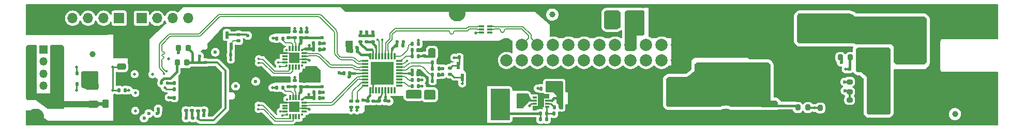
<source format=gtl>
G04 #@! TF.GenerationSoftware,KiCad,Pcbnew,(6.0.10)*
G04 #@! TF.CreationDate,2022-12-27T09:49:49+02:00*
G04 #@! TF.ProjectId,dock_rs232,646f636b-5f72-4733-9233-322e6b696361,rev?*
G04 #@! TF.SameCoordinates,Original*
G04 #@! TF.FileFunction,Copper,L1,Top*
G04 #@! TF.FilePolarity,Positive*
%FSLAX46Y46*%
G04 Gerber Fmt 4.6, Leading zero omitted, Abs format (unit mm)*
G04 Created by KiCad (PCBNEW (6.0.10)) date 2022-12-27 09:49:49*
%MOMM*%
%LPD*%
G01*
G04 APERTURE LIST*
G04 Aperture macros list*
%AMRoundRect*
0 Rectangle with rounded corners*
0 $1 Rounding radius*
0 $2 $3 $4 $5 $6 $7 $8 $9 X,Y pos of 4 corners*
0 Add a 4 corners polygon primitive as box body*
4,1,4,$2,$3,$4,$5,$6,$7,$8,$9,$2,$3,0*
0 Add four circle primitives for the rounded corners*
1,1,$1+$1,$2,$3*
1,1,$1+$1,$4,$5*
1,1,$1+$1,$6,$7*
1,1,$1+$1,$8,$9*
0 Add four rect primitives between the rounded corners*
20,1,$1+$1,$2,$3,$4,$5,0*
20,1,$1+$1,$4,$5,$6,$7,0*
20,1,$1+$1,$6,$7,$8,$9,0*
20,1,$1+$1,$8,$9,$2,$3,0*%
G04 Aperture macros list end*
G04 #@! TA.AperFunction,ComponentPad*
%ADD10C,2.800000*%
G04 #@! TD*
G04 #@! TA.AperFunction,SMDPad,CuDef*
%ADD11R,0.500000X1.150000*%
G04 #@! TD*
G04 #@! TA.AperFunction,ComponentPad*
%ADD12R,3.100000X2.500000*%
G04 #@! TD*
G04 #@! TA.AperFunction,SMDPad,CuDef*
%ADD13RoundRect,0.135000X-0.135000X-0.185000X0.135000X-0.185000X0.135000X0.185000X-0.135000X0.185000X0*%
G04 #@! TD*
G04 #@! TA.AperFunction,SMDPad,CuDef*
%ADD14R,0.400000X0.500000*%
G04 #@! TD*
G04 #@! TA.AperFunction,SMDPad,CuDef*
%ADD15RoundRect,0.140000X0.140000X0.170000X-0.140000X0.170000X-0.140000X-0.170000X0.140000X-0.170000X0*%
G04 #@! TD*
G04 #@! TA.AperFunction,SMDPad,CuDef*
%ADD16RoundRect,0.135000X0.135000X0.185000X-0.135000X0.185000X-0.135000X-0.185000X0.135000X-0.185000X0*%
G04 #@! TD*
G04 #@! TA.AperFunction,SMDPad,CuDef*
%ADD17RoundRect,0.225000X0.225000X0.250000X-0.225000X0.250000X-0.225000X-0.250000X0.225000X-0.250000X0*%
G04 #@! TD*
G04 #@! TA.AperFunction,SMDPad,CuDef*
%ADD18RoundRect,0.140000X-0.170000X0.140000X-0.170000X-0.140000X0.170000X-0.140000X0.170000X0.140000X0*%
G04 #@! TD*
G04 #@! TA.AperFunction,SMDPad,CuDef*
%ADD19RoundRect,0.200000X0.200000X0.275000X-0.200000X0.275000X-0.200000X-0.275000X0.200000X-0.275000X0*%
G04 #@! TD*
G04 #@! TA.AperFunction,SMDPad,CuDef*
%ADD20RoundRect,0.225000X-0.225000X-0.250000X0.225000X-0.250000X0.225000X0.250000X-0.225000X0.250000X0*%
G04 #@! TD*
G04 #@! TA.AperFunction,SMDPad,CuDef*
%ADD21RoundRect,0.140000X0.170000X-0.140000X0.170000X0.140000X-0.170000X0.140000X-0.170000X-0.140000X0*%
G04 #@! TD*
G04 #@! TA.AperFunction,ComponentPad*
%ADD22C,2.000000*%
G04 #@! TD*
G04 #@! TA.AperFunction,SMDPad,CuDef*
%ADD23R,0.700000X0.300000*%
G04 #@! TD*
G04 #@! TA.AperFunction,SMDPad,CuDef*
%ADD24R,1.000000X1.800000*%
G04 #@! TD*
G04 #@! TA.AperFunction,SMDPad,CuDef*
%ADD25R,1.100000X0.300000*%
G04 #@! TD*
G04 #@! TA.AperFunction,SMDPad,CuDef*
%ADD26R,0.300000X1.100000*%
G04 #@! TD*
G04 #@! TA.AperFunction,SMDPad,CuDef*
%ADD27R,3.800000X3.800000*%
G04 #@! TD*
G04 #@! TA.AperFunction,SMDPad,CuDef*
%ADD28RoundRect,0.250000X0.250000X0.475000X-0.250000X0.475000X-0.250000X-0.475000X0.250000X-0.475000X0*%
G04 #@! TD*
G04 #@! TA.AperFunction,ComponentPad*
%ADD29R,2.500000X2.500000*%
G04 #@! TD*
G04 #@! TA.AperFunction,SMDPad,CuDef*
%ADD30C,1.000000*%
G04 #@! TD*
G04 #@! TA.AperFunction,SMDPad,CuDef*
%ADD31RoundRect,0.135000X-0.185000X0.135000X-0.185000X-0.135000X0.185000X-0.135000X0.185000X0.135000X0*%
G04 #@! TD*
G04 #@! TA.AperFunction,SMDPad,CuDef*
%ADD32RoundRect,0.135000X0.185000X-0.135000X0.185000X0.135000X-0.185000X0.135000X-0.185000X-0.135000X0*%
G04 #@! TD*
G04 #@! TA.AperFunction,SMDPad,CuDef*
%ADD33R,0.300000X0.300000*%
G04 #@! TD*
G04 #@! TA.AperFunction,SMDPad,CuDef*
%ADD34R,0.900000X0.300000*%
G04 #@! TD*
G04 #@! TA.AperFunction,SMDPad,CuDef*
%ADD35R,0.300000X0.900000*%
G04 #@! TD*
G04 #@! TA.AperFunction,SMDPad,CuDef*
%ADD36R,1.800000X1.800000*%
G04 #@! TD*
G04 #@! TA.AperFunction,SMDPad,CuDef*
%ADD37RoundRect,0.140000X-0.140000X-0.170000X0.140000X-0.170000X0.140000X0.170000X-0.140000X0.170000X0*%
G04 #@! TD*
G04 #@! TA.AperFunction,SMDPad,CuDef*
%ADD38RoundRect,0.218750X0.218750X0.256250X-0.218750X0.256250X-0.218750X-0.256250X0.218750X-0.256250X0*%
G04 #@! TD*
G04 #@! TA.AperFunction,SMDPad,CuDef*
%ADD39R,0.850000X0.300000*%
G04 #@! TD*
G04 #@! TA.AperFunction,SMDPad,CuDef*
%ADD40RoundRect,0.250000X0.262500X0.450000X-0.262500X0.450000X-0.262500X-0.450000X0.262500X-0.450000X0*%
G04 #@! TD*
G04 #@! TA.AperFunction,SMDPad,CuDef*
%ADD41R,0.850000X2.200000*%
G04 #@! TD*
G04 #@! TA.AperFunction,SMDPad,CuDef*
%ADD42RoundRect,0.200000X0.275000X-0.200000X0.275000X0.200000X-0.275000X0.200000X-0.275000X-0.200000X0*%
G04 #@! TD*
G04 #@! TA.AperFunction,SMDPad,CuDef*
%ADD43RoundRect,0.250000X0.650000X-0.325000X0.650000X0.325000X-0.650000X0.325000X-0.650000X-0.325000X0*%
G04 #@! TD*
G04 #@! TA.AperFunction,ComponentPad*
%ADD44R,3.100000X3.100000*%
G04 #@! TD*
G04 #@! TA.AperFunction,SMDPad,CuDef*
%ADD45RoundRect,0.250000X-0.475000X0.250000X-0.475000X-0.250000X0.475000X-0.250000X0.475000X0.250000X0*%
G04 #@! TD*
G04 #@! TA.AperFunction,ComponentPad*
%ADD46R,1.700000X1.700000*%
G04 #@! TD*
G04 #@! TA.AperFunction,ComponentPad*
%ADD47O,1.700000X1.700000*%
G04 #@! TD*
G04 #@! TA.AperFunction,ComponentPad*
%ADD48R,1.275000X1.275000*%
G04 #@! TD*
G04 #@! TA.AperFunction,ComponentPad*
%ADD49C,1.275000*%
G04 #@! TD*
G04 #@! TA.AperFunction,ComponentPad*
%ADD50R,1.350000X1.350000*%
G04 #@! TD*
G04 #@! TA.AperFunction,ComponentPad*
%ADD51O,1.350000X1.350000*%
G04 #@! TD*
G04 #@! TA.AperFunction,ViaPad*
%ADD52C,0.600000*%
G04 #@! TD*
G04 #@! TA.AperFunction,ViaPad*
%ADD53C,0.400000*%
G04 #@! TD*
G04 #@! TA.AperFunction,ViaPad*
%ADD54C,0.500000*%
G04 #@! TD*
G04 #@! TA.AperFunction,Conductor*
%ADD55C,0.250000*%
G04 #@! TD*
G04 #@! TA.AperFunction,Conductor*
%ADD56C,0.450000*%
G04 #@! TD*
G04 #@! TA.AperFunction,Conductor*
%ADD57C,0.300000*%
G04 #@! TD*
G04 #@! TA.AperFunction,Conductor*
%ADD58C,0.200000*%
G04 #@! TD*
G04 #@! TA.AperFunction,Conductor*
%ADD59C,0.350000*%
G04 #@! TD*
G04 #@! TA.AperFunction,Conductor*
%ADD60C,0.500000*%
G04 #@! TD*
G04 #@! TA.AperFunction,Conductor*
%ADD61C,0.209700*%
G04 #@! TD*
G04 #@! TA.AperFunction,Conductor*
%ADD62C,0.370000*%
G04 #@! TD*
G04 #@! TA.AperFunction,Conductor*
%ADD63C,0.600000*%
G04 #@! TD*
G04 APERTURE END LIST*
D10*
X216105919Y-113833157D03*
D11*
X286597072Y-105396201D03*
X285297072Y-105396201D03*
X285947072Y-107296201D03*
D12*
X321130919Y-108642354D03*
D13*
X277755919Y-108787354D03*
X278775919Y-108787354D03*
D14*
X279101722Y-110035398D03*
X279901722Y-110035398D03*
D15*
X239780919Y-110672354D03*
X238820919Y-110672354D03*
D16*
X256565919Y-100927354D03*
X255545919Y-100927354D03*
D13*
X277756722Y-102842354D03*
X278776722Y-102842354D03*
D17*
X316880919Y-98317354D03*
X315330919Y-98317354D03*
D18*
X241720919Y-111812354D03*
X241720919Y-112772354D03*
D15*
X262581722Y-101727354D03*
X261621722Y-101727354D03*
D18*
X259535919Y-99827354D03*
X259535919Y-100787354D03*
D16*
X256565919Y-108992354D03*
X255545919Y-108992354D03*
D10*
X329105919Y-113833157D03*
D19*
X342550919Y-112257354D03*
X340900919Y-112257354D03*
D20*
X289560919Y-111947354D03*
X291110919Y-111947354D03*
D18*
X271325919Y-100472004D03*
X271325919Y-101432004D03*
D21*
X242890919Y-105842354D03*
X242890919Y-104882354D03*
D22*
X295755031Y-104537243D03*
X293215031Y-104537243D03*
X303375031Y-101997243D03*
X305915031Y-101997243D03*
X316075031Y-101997243D03*
D17*
X316880919Y-96817354D03*
X315330919Y-96817354D03*
D22*
X303375031Y-104537243D03*
D19*
X349505919Y-104042354D03*
X347855919Y-104042354D03*
D22*
X308455031Y-104537243D03*
D10*
X372105919Y-113833157D03*
D22*
X310995031Y-104537243D03*
D16*
X282126722Y-106867354D03*
X281106722Y-106867354D03*
D22*
X298295031Y-104537243D03*
D23*
X299895919Y-112148854D03*
X299895919Y-111648854D03*
X299895919Y-111148854D03*
X299895919Y-110648854D03*
X297795919Y-110648854D03*
X297795919Y-111148854D03*
X297795919Y-111648854D03*
X297795919Y-112148854D03*
D24*
X298845919Y-111398854D03*
D25*
X270071722Y-104637354D03*
X270071722Y-105137354D03*
X270071722Y-105637354D03*
X270071722Y-106137354D03*
X270071722Y-106637354D03*
X270071722Y-107137354D03*
X270071722Y-107637354D03*
X270071722Y-108137354D03*
X270071722Y-108637354D03*
D26*
X270871722Y-109437354D03*
X271371722Y-109437354D03*
X271871722Y-109437354D03*
X272371722Y-109437354D03*
X272871722Y-109437354D03*
X273371722Y-109437354D03*
X273871722Y-109437354D03*
X274371722Y-109437354D03*
X274871722Y-109437354D03*
D25*
X275671722Y-108637354D03*
X275671722Y-108137354D03*
X275671722Y-107637354D03*
X275671722Y-107137354D03*
X275671722Y-106637354D03*
X275671722Y-106137354D03*
X275671722Y-105637354D03*
X275671722Y-105137354D03*
X275671722Y-104637354D03*
D26*
X274871722Y-103837354D03*
X274371722Y-103837354D03*
X273871722Y-103837354D03*
X273371722Y-103837354D03*
X272871722Y-103837354D03*
X272371722Y-103837354D03*
X271871722Y-103837354D03*
X271371722Y-103837354D03*
X270871722Y-103837354D03*
D27*
X272871722Y-106637354D03*
D28*
X357255919Y-107717354D03*
X355355919Y-107717354D03*
D29*
X368905919Y-108617354D03*
D15*
X278741722Y-106797354D03*
X277781722Y-106797354D03*
D22*
X310995031Y-101997243D03*
D18*
X242700919Y-111822354D03*
X242700919Y-112782354D03*
X349305919Y-105962354D03*
X349305919Y-106922354D03*
D16*
X223885919Y-108457354D03*
X222865919Y-108457354D03*
D30*
X300705919Y-97017354D03*
D18*
X279741722Y-102837354D03*
X279741722Y-103797354D03*
D15*
X282215919Y-109817354D03*
X281255919Y-109817354D03*
D22*
X295755031Y-101997243D03*
D31*
X267755919Y-111177354D03*
X267755919Y-112197354D03*
D22*
X300835031Y-104537243D03*
D21*
X271415919Y-112137354D03*
X271415919Y-111177354D03*
D19*
X346230919Y-112327354D03*
X344580919Y-112327354D03*
D16*
X301965919Y-113242354D03*
X300945919Y-113242354D03*
D22*
X298295031Y-101997243D03*
D10*
X285105919Y-96717354D03*
D32*
X249353419Y-101327354D03*
X249353419Y-100307354D03*
D18*
X260515919Y-99827354D03*
X260515919Y-100787354D03*
D16*
X299865919Y-109137354D03*
X298845919Y-109137354D03*
D22*
X318615031Y-101997243D03*
X321154998Y-101997354D03*
X308455031Y-101997243D03*
X300835031Y-101997243D03*
D15*
X299760919Y-114212354D03*
X298800919Y-114212354D03*
D18*
X260555919Y-107887354D03*
X260555919Y-108847354D03*
D33*
X259736372Y-105362004D03*
D34*
X260036372Y-104862004D03*
X260036372Y-104362004D03*
X260036372Y-103862004D03*
X260036372Y-103362004D03*
D33*
X259736372Y-102862004D03*
D35*
X259236372Y-102562004D03*
X258736372Y-102562004D03*
X258236372Y-102562004D03*
X257736372Y-102562004D03*
D33*
X257236372Y-102862004D03*
D34*
X256936372Y-103362004D03*
X256936372Y-103862004D03*
X256936372Y-104362004D03*
X256936372Y-104862004D03*
D33*
X257236372Y-105362004D03*
D35*
X257736372Y-105662004D03*
X258236372Y-105662004D03*
X258736372Y-105662004D03*
X259236372Y-105662004D03*
D36*
X258486372Y-104112004D03*
D31*
X257525919Y-99817354D03*
X257525919Y-100837354D03*
D37*
X266571722Y-106617354D03*
X267531722Y-106617354D03*
D18*
X243670919Y-111812354D03*
X243670919Y-112772354D03*
D38*
X241073419Y-102497354D03*
X239498419Y-102497354D03*
D32*
X258551722Y-108877354D03*
X258551722Y-107857354D03*
D16*
X223885919Y-106597354D03*
X222865919Y-106597354D03*
D21*
X243860919Y-105842354D03*
X243860919Y-104882354D03*
D22*
X316075031Y-104537243D03*
D39*
X289105919Y-98917354D03*
X289105919Y-99417354D03*
X289105919Y-99917354D03*
X290505919Y-99917354D03*
X290505919Y-99417354D03*
X290505919Y-98917354D03*
D22*
X318615031Y-104537243D03*
D30*
X225445919Y-103487354D03*
D16*
X299790919Y-113237354D03*
X298770919Y-113237354D03*
D20*
X289570919Y-110437354D03*
X291120919Y-110437354D03*
D15*
X237150919Y-112532354D03*
X236190919Y-112532354D03*
D37*
X267815919Y-102992004D03*
X268775919Y-102992004D03*
D16*
X239815919Y-109267354D03*
X238795919Y-109267354D03*
D22*
X313535031Y-104537243D03*
D37*
X247125919Y-103597354D03*
X248085919Y-103597354D03*
D30*
X366630919Y-113342354D03*
D40*
X229368419Y-111617354D03*
X227543419Y-111617354D03*
D21*
X272385919Y-112127354D03*
X272385919Y-111167354D03*
D38*
X240868419Y-104892354D03*
X239293419Y-104892354D03*
D41*
X295370919Y-111167354D03*
X293320919Y-111167354D03*
D42*
X349380919Y-112667354D03*
X349380919Y-111017354D03*
D43*
X225505919Y-111742354D03*
X225505919Y-108792354D03*
D33*
X259756372Y-113433157D03*
D34*
X260056372Y-112933157D03*
X260056372Y-112433157D03*
X260056372Y-111933157D03*
X260056372Y-111433157D03*
D33*
X259756372Y-110933157D03*
D35*
X259256372Y-110633157D03*
X258756372Y-110633157D03*
X258256372Y-110633157D03*
X257756372Y-110633157D03*
D33*
X257256372Y-110933157D03*
D34*
X256956372Y-111433157D03*
X256956372Y-111933157D03*
X256956372Y-112433157D03*
X256956372Y-112933157D03*
D33*
X257256372Y-113433157D03*
D35*
X257756372Y-113733157D03*
X258256372Y-113733157D03*
X258756372Y-113733157D03*
X259256372Y-113733157D03*
D36*
X258506372Y-112183157D03*
D22*
X313535031Y-101997243D03*
D21*
X277795919Y-111427704D03*
X277795919Y-110467704D03*
D16*
X278776722Y-103842354D03*
X277756722Y-103842354D03*
D22*
X293215031Y-101997243D03*
D13*
X281106722Y-104867354D03*
X282126722Y-104867354D03*
D18*
X270335919Y-100472004D03*
X270335919Y-101432004D03*
D13*
X277756722Y-107777354D03*
X278776722Y-107777354D03*
D10*
X372105919Y-96717354D03*
D22*
X321155031Y-104537243D03*
D18*
X259555919Y-107887354D03*
X259555919Y-108847354D03*
D15*
X276221722Y-102067354D03*
X275261722Y-102067354D03*
D44*
X324905919Y-97467354D03*
D28*
X303805919Y-110737354D03*
X301905919Y-110737354D03*
D10*
X285105919Y-113833157D03*
D13*
X229745919Y-109417354D03*
X230765919Y-109417354D03*
D31*
X257555919Y-107857354D03*
X257555919Y-108877354D03*
D13*
X277756722Y-101817354D03*
X278776722Y-101817354D03*
D18*
X240750919Y-111812354D03*
X240750919Y-112772354D03*
D29*
X353955919Y-111892354D03*
D15*
X239780919Y-108242354D03*
X238820919Y-108242354D03*
D22*
X305915031Y-104537243D03*
D16*
X302065919Y-112237354D03*
X301045919Y-112237354D03*
D42*
X349355919Y-109692354D03*
X349355919Y-108042354D03*
D15*
X262611722Y-110737354D03*
X261651722Y-110737354D03*
D32*
X258536372Y-100837354D03*
X258536372Y-99817354D03*
D21*
X273345919Y-112127354D03*
X273345919Y-111167354D03*
D10*
X329105919Y-96717354D03*
D11*
X246793419Y-102267354D03*
X248093419Y-102267354D03*
X247443419Y-100367354D03*
D15*
X262581722Y-102707354D03*
X261621722Y-102707354D03*
D10*
X216105919Y-96717354D03*
D15*
X286455919Y-104046201D03*
X285495919Y-104046201D03*
D31*
X283960919Y-105771201D03*
X283960919Y-106791201D03*
D21*
X270455919Y-112147354D03*
X270455919Y-111187354D03*
D15*
X262601722Y-109767354D03*
X261641722Y-109767354D03*
D31*
X268755919Y-111177354D03*
X268755919Y-112197354D03*
D45*
X230155919Y-103667354D03*
X230155919Y-105567354D03*
D38*
X312993419Y-97417354D03*
X311418419Y-97417354D03*
D13*
X281111722Y-105867354D03*
X282131722Y-105867354D03*
X281106722Y-107867354D03*
X282126722Y-107867354D03*
D31*
X269331722Y-100457354D03*
X269331722Y-101477354D03*
D46*
X233445919Y-97607354D03*
D47*
X235985919Y-97607354D03*
X238525919Y-97607354D03*
X241065919Y-97607354D03*
D48*
X327280919Y-107817354D03*
D49*
X327280919Y-102517354D03*
D46*
X229795919Y-97597354D03*
D47*
X227255919Y-97597354D03*
X224715919Y-97597354D03*
X222175919Y-97597354D03*
X219635919Y-97597354D03*
D50*
X217405919Y-102707354D03*
D51*
X217405919Y-104707354D03*
X217405919Y-106707354D03*
X217405919Y-108707354D03*
X217405919Y-110707354D03*
D52*
X232455919Y-114827354D03*
D53*
X367905919Y-97017354D03*
X324705919Y-101217354D03*
X318905919Y-114817354D03*
X318105919Y-99417354D03*
X370505919Y-109417354D03*
X353305919Y-96417354D03*
X350705919Y-111217354D03*
X363905919Y-114217354D03*
X365105919Y-112417354D03*
X363905919Y-99217354D03*
X351305919Y-114817354D03*
X361505919Y-113017354D03*
X350105919Y-113017354D03*
X365105919Y-99217354D03*
D52*
X262305919Y-114617354D03*
D53*
X362705919Y-107017354D03*
X322905919Y-100017354D03*
X336655919Y-100867354D03*
X339205919Y-99567354D03*
X316505919Y-111167354D03*
X321105919Y-98217354D03*
X344105919Y-114817354D03*
X363905919Y-108217354D03*
X334105919Y-96417354D03*
X321105919Y-100617354D03*
X325305919Y-103617354D03*
X318305919Y-113017354D03*
X368105919Y-110617354D03*
X359105919Y-106417354D03*
X328305919Y-99417354D03*
X321105919Y-106017354D03*
D52*
X271411722Y-105137354D03*
D53*
X325305919Y-100017354D03*
X341755919Y-104617354D03*
X335105919Y-113617354D03*
X318305919Y-114817354D03*
X367305919Y-96417354D03*
D52*
X304805919Y-110687354D03*
D53*
X350105919Y-112417354D03*
X370305919Y-97617354D03*
X364905919Y-97017354D03*
X342305919Y-113617354D03*
X367305919Y-97017354D03*
X328305919Y-100017354D03*
X369905919Y-113617354D03*
X323505919Y-103617354D03*
X365505919Y-95817354D03*
X365105919Y-110617354D03*
X366905919Y-99217354D03*
X334105919Y-95817354D03*
D52*
X267191722Y-95717354D03*
D53*
X341105919Y-114817354D03*
X360905919Y-112417354D03*
X357905919Y-109417354D03*
X361105919Y-95817354D03*
X325305919Y-100617354D03*
X329505919Y-101217354D03*
X370505919Y-100417354D03*
X330305919Y-100017354D03*
X332905919Y-103017354D03*
X315305919Y-113617354D03*
X362105919Y-108817354D03*
X361505919Y-110017354D03*
X347105919Y-114217354D03*
X362705919Y-103417354D03*
X350705919Y-111817354D03*
X314105919Y-114217354D03*
X343505919Y-114817354D03*
X360505919Y-95817354D03*
X329505919Y-100017354D03*
X370305919Y-95817354D03*
X343005919Y-104617354D03*
X333505919Y-97017354D03*
X318305919Y-113617354D03*
X363305919Y-107017354D03*
X362705919Y-106417354D03*
X357305919Y-106417354D03*
X320105919Y-114217354D03*
X338905919Y-97017354D03*
X337505919Y-114217354D03*
X363705919Y-97017354D03*
X366305919Y-99217354D03*
X331705919Y-102417354D03*
X363305919Y-101617354D03*
X363305919Y-114217354D03*
X315305919Y-114217354D03*
X368705919Y-100417354D03*
X360905919Y-111817354D03*
X367505919Y-112417354D03*
X321705919Y-106017354D03*
X335405919Y-100867354D03*
X321105919Y-98817354D03*
X327355919Y-114217354D03*
X319505919Y-114217354D03*
X372305919Y-108817354D03*
X362105919Y-106417354D03*
X332905919Y-99417354D03*
D52*
X249905919Y-107967354D03*
D53*
X315905919Y-114817354D03*
X333505919Y-101217354D03*
X363705919Y-96417354D03*
X368705919Y-99817354D03*
X362705919Y-107617354D03*
X325305919Y-102417354D03*
X343105919Y-95817354D03*
X319505919Y-97017354D03*
X359105919Y-112417354D03*
X338005919Y-107117354D03*
X338705919Y-114217354D03*
X355705919Y-95817354D03*
X366905919Y-111817354D03*
X366705919Y-96417354D03*
X339255919Y-105867354D03*
X369305919Y-110617354D03*
X363905919Y-111217354D03*
X363105919Y-96417354D03*
X333305919Y-114817354D03*
X338005919Y-105867354D03*
X334705919Y-96417354D03*
X321705919Y-96417354D03*
X317105919Y-111167354D03*
X368105919Y-112417354D03*
X356905919Y-96417354D03*
X325905919Y-99417354D03*
X322305919Y-97017354D03*
X325905919Y-103617354D03*
X348905919Y-114817354D03*
X314105919Y-114817354D03*
X344705919Y-114817354D03*
X330305919Y-103617354D03*
X363905919Y-101617354D03*
X368105919Y-100417354D03*
X331105919Y-103617354D03*
X370505919Y-107017354D03*
X364505919Y-99817354D03*
X357305919Y-108817354D03*
D52*
X273355919Y-112717354D03*
D53*
X333505919Y-102417354D03*
X332905919Y-103617354D03*
X321705919Y-100617354D03*
X318905919Y-98217354D03*
X323505919Y-102417354D03*
X340505919Y-103367354D03*
X360305919Y-107017354D03*
X372305919Y-98617354D03*
X362105919Y-113617354D03*
X337955919Y-102117354D03*
X338305919Y-96417354D03*
X357905919Y-114817354D03*
D52*
X308855919Y-107617354D03*
D53*
X364305919Y-96417354D03*
X314705919Y-110567354D03*
X371705919Y-100417354D03*
X322305919Y-99417354D03*
X329505919Y-99417354D03*
X328305919Y-103017354D03*
X344105919Y-114217354D03*
X317705919Y-113617354D03*
X322305919Y-98217354D03*
X332305919Y-101217354D03*
X330305919Y-98217354D03*
X322305919Y-103017354D03*
X322305919Y-105417354D03*
X327355919Y-113617354D03*
X357905919Y-110017354D03*
X326755919Y-114817354D03*
X338105919Y-114817354D03*
X350705919Y-113617354D03*
X335705919Y-114817354D03*
X363905919Y-110017354D03*
X321105919Y-97617354D03*
X316505919Y-110567354D03*
X368705919Y-113017354D03*
X319505919Y-97617354D03*
X318905919Y-97017354D03*
X317705919Y-109967354D03*
X369905919Y-107017354D03*
X371705919Y-99817354D03*
X316505919Y-107817354D03*
X363905919Y-100417354D03*
X372305919Y-108217354D03*
X357305919Y-114817354D03*
X356305919Y-96417354D03*
X332305919Y-102417354D03*
D52*
X225855919Y-95667354D03*
D53*
X341705919Y-114217354D03*
X321705919Y-97617354D03*
X315905919Y-109967354D03*
X362705919Y-105217354D03*
X338705919Y-114817354D03*
X370505919Y-107617354D03*
X318905919Y-114217354D03*
X343005919Y-105867354D03*
X363305919Y-103417354D03*
X362705919Y-114817354D03*
X347705919Y-114817354D03*
X353105919Y-114817354D03*
X367505919Y-98617354D03*
X317705919Y-114217354D03*
X339905919Y-113617354D03*
X371105919Y-99217354D03*
X325305919Y-103017354D03*
X317105919Y-114217354D03*
X362705919Y-113017354D03*
X340505919Y-107117354D03*
X363705919Y-95817354D03*
X336305919Y-114817354D03*
X364505919Y-113617354D03*
D52*
X267705919Y-102392354D03*
D53*
X320105919Y-114817354D03*
X349505919Y-113617354D03*
X366305919Y-109417354D03*
X365705919Y-114217354D03*
X332305919Y-96417354D03*
X371705919Y-111217354D03*
X314105919Y-113017354D03*
X367905919Y-96417354D03*
X338005919Y-103367354D03*
X362105919Y-108217354D03*
X333905919Y-114217354D03*
X323505919Y-100017354D03*
X345505919Y-104617354D03*
X333505919Y-98817354D03*
X369305919Y-114817354D03*
D52*
X263336372Y-101732004D03*
D53*
X366905919Y-110617354D03*
X368505919Y-95817354D03*
X348305919Y-113017354D03*
X335305919Y-97617354D03*
X337955919Y-99567354D03*
X327705919Y-100017354D03*
X344255919Y-109617354D03*
X366105919Y-97017354D03*
X363905919Y-107017354D03*
D52*
X242180919Y-106517354D03*
D53*
X317705919Y-110567354D03*
X317705919Y-111167354D03*
X320105919Y-97017354D03*
X350105919Y-113617354D03*
X367505919Y-114217354D03*
X362705919Y-105817354D03*
X365505919Y-97017354D03*
D52*
X274271722Y-105137354D03*
D53*
X314705919Y-111167354D03*
D52*
X304255919Y-114617354D03*
X279741722Y-102207354D03*
D53*
X360905919Y-107017354D03*
X339305919Y-113617354D03*
X365105919Y-114817354D03*
X369705919Y-97617354D03*
X337955919Y-100867354D03*
X337705919Y-97017354D03*
X355105919Y-95817354D03*
X369305919Y-111217354D03*
X372305919Y-110617354D03*
X347305919Y-95817354D03*
X372905919Y-110617354D03*
X317105919Y-113617354D03*
D52*
X224105919Y-114867354D03*
D53*
X315905919Y-106617354D03*
X337705919Y-95817354D03*
D52*
X256905919Y-99827354D03*
D53*
X332305919Y-100617354D03*
X360905919Y-108817354D03*
X366305919Y-107017354D03*
X322905919Y-97017354D03*
X367905919Y-95817354D03*
X345505919Y-107117354D03*
X366905919Y-108217354D03*
X333505919Y-100617354D03*
X315305919Y-113017354D03*
X327705919Y-99417354D03*
X368705919Y-114817354D03*
X328905919Y-103617354D03*
X372905919Y-108817354D03*
X363905919Y-103417354D03*
X347105919Y-113617354D03*
X372305919Y-111817354D03*
X371105919Y-109417354D03*
X336905919Y-114217354D03*
X336905919Y-113617354D03*
X339305919Y-114817354D03*
X357905919Y-108817354D03*
X322305919Y-100617354D03*
X342505919Y-95817354D03*
X334155919Y-98217354D03*
X359105919Y-113617354D03*
X337505919Y-114817354D03*
X362705919Y-102817354D03*
X372305919Y-99217354D03*
X327105919Y-98217354D03*
X332905919Y-101817354D03*
X314705919Y-114217354D03*
D52*
X276291722Y-101457354D03*
D53*
X357305919Y-113617354D03*
D52*
X245355919Y-108092354D03*
D53*
X351305919Y-111217354D03*
X353105919Y-114217354D03*
X322905919Y-101817354D03*
X359705919Y-113017354D03*
X334705919Y-97017354D03*
X319905919Y-106017354D03*
D52*
X245330919Y-109567354D03*
D53*
X320105919Y-96417354D03*
X359705919Y-107017354D03*
X315905919Y-107817354D03*
X350705919Y-114817354D03*
X333505919Y-100017354D03*
X341905919Y-95817354D03*
X331505919Y-114217354D03*
X356105919Y-114217354D03*
X363905919Y-106417354D03*
X339255919Y-109617354D03*
X329505919Y-102417354D03*
X330305919Y-103017354D03*
X330905919Y-114217354D03*
X314105919Y-107817354D03*
X367505919Y-107017354D03*
X343005919Y-109617354D03*
X314705919Y-106017354D03*
X359905919Y-95817354D03*
X372305919Y-100417354D03*
X343505919Y-113617354D03*
X355505919Y-114217354D03*
X353905919Y-95817354D03*
X364505919Y-111817354D03*
X368105919Y-99817354D03*
X361505919Y-107617354D03*
X371105919Y-108817354D03*
X372905919Y-111817354D03*
D52*
X269345919Y-99842004D03*
D53*
X355705919Y-96417354D03*
X366305919Y-98617354D03*
X324105919Y-103017354D03*
X332105919Y-114217354D03*
X365705919Y-114817354D03*
X322905919Y-102417354D03*
X324705919Y-100617354D03*
X317105919Y-106617354D03*
X365705919Y-107617354D03*
X322905919Y-104217354D03*
X363305919Y-110617354D03*
X369905919Y-113017354D03*
X339255919Y-104617354D03*
X343005919Y-108367354D03*
X342905919Y-114817354D03*
X359305919Y-95817354D03*
D52*
X282805919Y-109817354D03*
X272391722Y-112717354D03*
D53*
X370305919Y-97017354D03*
X346505919Y-113617354D03*
D52*
X288720919Y-111967354D03*
D53*
X365505919Y-97617354D03*
X343005919Y-110867354D03*
X348905919Y-113617354D03*
X331705919Y-101817354D03*
X331105919Y-102417354D03*
X325905919Y-101817354D03*
X352705919Y-95817354D03*
X371705919Y-109417354D03*
X368705919Y-99217354D03*
X331105919Y-97617354D03*
X314705919Y-107817354D03*
D54*
X260545919Y-107297354D03*
D53*
X322305919Y-101217354D03*
X359705919Y-114217354D03*
D52*
X242185919Y-109562354D03*
D53*
X363905919Y-113017354D03*
D52*
X243780919Y-106517354D03*
D53*
X328905919Y-101217354D03*
X358105919Y-96417354D03*
X364505919Y-110617354D03*
X329505919Y-98817354D03*
X370505919Y-99217354D03*
X365705919Y-99817354D03*
X367505919Y-111817354D03*
X372905919Y-99817354D03*
X365705919Y-100417354D03*
X362705919Y-104017354D03*
X368705919Y-98617354D03*
X323505919Y-99417354D03*
X325905919Y-101217354D03*
X324105919Y-100017354D03*
X369905919Y-114217354D03*
X331105919Y-100617354D03*
X363105919Y-97017354D03*
X362705919Y-108817354D03*
X341105919Y-113617354D03*
X366705919Y-95817354D03*
X360905919Y-108217354D03*
X315305919Y-110567354D03*
X347705919Y-114217354D03*
X316505919Y-109967354D03*
X330905919Y-113017354D03*
X368105919Y-114817354D03*
X360305919Y-113617354D03*
X361705919Y-96417354D03*
X320105919Y-100017354D03*
X344255919Y-107117354D03*
X315305919Y-106617354D03*
X321105919Y-99417354D03*
X331105919Y-96417354D03*
X363305919Y-111817354D03*
X317705919Y-106017354D03*
X362105919Y-114217354D03*
X322905919Y-103617354D03*
X335905919Y-95817354D03*
X360905919Y-114217354D03*
X336905919Y-114817354D03*
X366305919Y-114817354D03*
X316505919Y-114817354D03*
X324705919Y-100017354D03*
X368505919Y-97017354D03*
X359105919Y-107017354D03*
X328305919Y-101817354D03*
X341705919Y-113617354D03*
X335305919Y-97017354D03*
X342905919Y-113617354D03*
X319505919Y-98817354D03*
X369705919Y-96417354D03*
X366905919Y-111217354D03*
X322305919Y-106017354D03*
X335105919Y-113017354D03*
X317105919Y-114817354D03*
X320105919Y-113017354D03*
X332705919Y-114817354D03*
X359705919Y-113617354D03*
X369705919Y-95817354D03*
X359705919Y-114817354D03*
X314705919Y-109967354D03*
X314105919Y-107217354D03*
X319505919Y-96417354D03*
X332105919Y-113617354D03*
X317705919Y-107217354D03*
X363305919Y-100417354D03*
X325305919Y-101817354D03*
X338905919Y-95817354D03*
X364505919Y-111217354D03*
X326505919Y-101217354D03*
X369905919Y-99217354D03*
X363305919Y-102217354D03*
X367505919Y-114817354D03*
X368705919Y-107017354D03*
X339255919Y-108367354D03*
D54*
X261415919Y-105777354D03*
D53*
X372305919Y-99817354D03*
X316505919Y-106017354D03*
X364505919Y-114817354D03*
X318905919Y-99417354D03*
X365705919Y-109417354D03*
X363905919Y-105217354D03*
X318105919Y-100017354D03*
X370505919Y-108817354D03*
X361505919Y-108817354D03*
X340505919Y-109617354D03*
X361505919Y-109417354D03*
X371105919Y-111217354D03*
X362705919Y-100417354D03*
D52*
X242210919Y-108087354D03*
D53*
X363305919Y-112417354D03*
X326755919Y-114217354D03*
X367505919Y-111217354D03*
X364905919Y-97617354D03*
X349705919Y-95817354D03*
X344105919Y-113617354D03*
X357905919Y-112417354D03*
X315305919Y-107217354D03*
X320105919Y-99417354D03*
X345505919Y-103367354D03*
X338705919Y-113017354D03*
X332305919Y-101817354D03*
X315905919Y-111167354D03*
D54*
X249555919Y-102267354D03*
D53*
X317105919Y-107817354D03*
X322905919Y-100617354D03*
D52*
X240530919Y-106517354D03*
D53*
X315905919Y-110567354D03*
X360505919Y-96417354D03*
X354505919Y-96417354D03*
X352505919Y-114217354D03*
X365705919Y-110017354D03*
X353705919Y-114817354D03*
X371705919Y-110617354D03*
X372305919Y-110017354D03*
X371105919Y-107017354D03*
X327105919Y-100017354D03*
X366305919Y-100417354D03*
X320105919Y-95817354D03*
X331505919Y-113617354D03*
X344705919Y-114217354D03*
X372905919Y-99217354D03*
X314705919Y-113617354D03*
X338305919Y-97617354D03*
D52*
X279185919Y-95717354D03*
D53*
X362705919Y-101617354D03*
D52*
X256905919Y-107842354D03*
D53*
X339255919Y-103367354D03*
X314705919Y-106617354D03*
X338005919Y-108367354D03*
D54*
X255955919Y-103317354D03*
D53*
X337105919Y-97017354D03*
X362105919Y-110617354D03*
X371705919Y-110017354D03*
X366305919Y-111817354D03*
X331105919Y-99417354D03*
X322305919Y-97617354D03*
X331705919Y-101217354D03*
X329505919Y-100617354D03*
X364505919Y-108817354D03*
X365705919Y-98617354D03*
X347105919Y-114817354D03*
X334155919Y-100867354D03*
X364505919Y-99217354D03*
X317705919Y-114817354D03*
X361505919Y-108217354D03*
X321705919Y-99417354D03*
X348905919Y-114217354D03*
X337105919Y-97617354D03*
X321105919Y-95817354D03*
X336655919Y-99567354D03*
X353705919Y-114217354D03*
X339205919Y-102117354D03*
X362705919Y-98617354D03*
X364505919Y-108217354D03*
X340105919Y-95817354D03*
X345505919Y-108367354D03*
D52*
X234345919Y-95667354D03*
D53*
X327105919Y-99417354D03*
X314705919Y-114817354D03*
X364505919Y-110017354D03*
X341305919Y-110867354D03*
X357905919Y-111817354D03*
X354905919Y-114217354D03*
D54*
X229145919Y-103677354D03*
D53*
X363105919Y-97617354D03*
D52*
X233105919Y-100017354D03*
D53*
X335405919Y-99567354D03*
X318905919Y-113617354D03*
X336505919Y-97017354D03*
X332305919Y-98217354D03*
X321105919Y-100017354D03*
X350105919Y-114817354D03*
X339505919Y-95817354D03*
X359105919Y-111817354D03*
X332705919Y-113617354D03*
X357905919Y-110617354D03*
X357305919Y-111217354D03*
X362705919Y-109417354D03*
X358505919Y-114217354D03*
X328305919Y-100617354D03*
X350305919Y-96417354D03*
X369305919Y-98617354D03*
X341705919Y-114817354D03*
X365705919Y-99217354D03*
X362705919Y-108217354D03*
X314105919Y-106617354D03*
X369105919Y-97017354D03*
X331705919Y-97017354D03*
X331705919Y-100017354D03*
X345305919Y-114817354D03*
X367305919Y-95817354D03*
X314105919Y-110567354D03*
X322905919Y-103017354D03*
X363305919Y-107617354D03*
X366905919Y-108817354D03*
X339505919Y-97017354D03*
X331105919Y-100017354D03*
X332905919Y-96417354D03*
D52*
X240560919Y-108087354D03*
D53*
X369705919Y-97017354D03*
X325905919Y-100617354D03*
X332705919Y-113017354D03*
X354305919Y-114817354D03*
D52*
X263191722Y-110697354D03*
D53*
X341105919Y-114217354D03*
X338805919Y-110867354D03*
X371105919Y-110017354D03*
X348305919Y-112417354D03*
X366905919Y-107017354D03*
D54*
X255955919Y-111427354D03*
D53*
X361505919Y-112417354D03*
X357305919Y-111817354D03*
X363305919Y-108817354D03*
X337505919Y-113617354D03*
X371105919Y-108217354D03*
X369305919Y-114217354D03*
X357905919Y-113617354D03*
X362105919Y-107017354D03*
X352505919Y-114817354D03*
X363905919Y-102217354D03*
X371705919Y-108817354D03*
X361505919Y-111817354D03*
X368705919Y-112417354D03*
X364905919Y-96417354D03*
X332705919Y-114217354D03*
D52*
X271411722Y-108137354D03*
D53*
X332905919Y-102417354D03*
X331105919Y-101217354D03*
X360305919Y-114817354D03*
X362505919Y-96417354D03*
X351305919Y-113617354D03*
X367505919Y-110617354D03*
X370505919Y-98617354D03*
X332905919Y-101217354D03*
X332905919Y-98217354D03*
X366305919Y-99817354D03*
X331705919Y-96417354D03*
X342305919Y-114817354D03*
X368105919Y-114217354D03*
X334155919Y-99567354D03*
X360305919Y-114217354D03*
X361505919Y-111217354D03*
X327105919Y-98817354D03*
X343005919Y-107117354D03*
X319305919Y-106617354D03*
X369305919Y-112417354D03*
X334505919Y-114217354D03*
X337105919Y-95817354D03*
X317105919Y-106017354D03*
X338905919Y-96417354D03*
X323505919Y-103017354D03*
X365705919Y-112417354D03*
X371705919Y-108217354D03*
X365705919Y-111817354D03*
X369905919Y-112417354D03*
D52*
X272871722Y-105137354D03*
X279341722Y-106796201D03*
D53*
X322905919Y-99417354D03*
X320105919Y-98817354D03*
X359705919Y-111817354D03*
X363305919Y-108217354D03*
X339305919Y-114217354D03*
X349505919Y-114817354D03*
X341755919Y-108367354D03*
X369305919Y-100417354D03*
X336755919Y-103367354D03*
X344255919Y-108367354D03*
X314105919Y-106017354D03*
X332305919Y-99417354D03*
X366705919Y-97617354D03*
X322905919Y-105417354D03*
X322905919Y-97617354D03*
X358705919Y-95817354D03*
X345505919Y-109617354D03*
X363305919Y-105217354D03*
X322905919Y-98217354D03*
X350705919Y-114217354D03*
X331105919Y-98817354D03*
X340505919Y-108367354D03*
X331705919Y-95817354D03*
X335305919Y-95817354D03*
X326505919Y-100617354D03*
X332305919Y-97017354D03*
X363305919Y-104617354D03*
X338005919Y-109617354D03*
X369305919Y-111817354D03*
X357905919Y-113017354D03*
X364505919Y-112417354D03*
X350705919Y-112417354D03*
X328905919Y-99417354D03*
X368505919Y-96417354D03*
X336655919Y-98217354D03*
X363705919Y-97617354D03*
D52*
X243785919Y-109562354D03*
D53*
X366305919Y-111217354D03*
X327705919Y-101217354D03*
X335905919Y-97617354D03*
X360905919Y-106417354D03*
X314105919Y-109967354D03*
X343505919Y-114217354D03*
X345305919Y-113617354D03*
X371105919Y-107617354D03*
X363905919Y-104017354D03*
X329505919Y-101817354D03*
X363905919Y-111817354D03*
X334105919Y-97017354D03*
X341755919Y-105867354D03*
X362705919Y-99217354D03*
X368705919Y-111217354D03*
X362105919Y-107617354D03*
X324105919Y-101817354D03*
X358505919Y-111817354D03*
X363305919Y-98617354D03*
X362105919Y-112417354D03*
X365105919Y-109417354D03*
X356705919Y-114817354D03*
X363305919Y-99817354D03*
X333305919Y-113617354D03*
X331105919Y-103017354D03*
D52*
X243810919Y-108087354D03*
D53*
X371105919Y-99817354D03*
D52*
X265851722Y-106587354D03*
D53*
X333505919Y-98217354D03*
X328905919Y-100617354D03*
X363305919Y-113017354D03*
X362705919Y-111817354D03*
X315305919Y-106017354D03*
X368105919Y-107017354D03*
X341755919Y-109617354D03*
X361705919Y-95817354D03*
X332305919Y-98817354D03*
D52*
X308855919Y-112617354D03*
D53*
X372305919Y-111217354D03*
X357305919Y-112417354D03*
X363905919Y-114817354D03*
D54*
X350980919Y-110067354D03*
D53*
X338105919Y-113617354D03*
X332905919Y-95817354D03*
X322305919Y-100017354D03*
X356305919Y-95817354D03*
X326505919Y-99417354D03*
X324705919Y-102417354D03*
X319305919Y-106017354D03*
D54*
X260916372Y-104492004D03*
D53*
X315905919Y-107217354D03*
X353305919Y-95817354D03*
X327105919Y-97617354D03*
X366905919Y-98617354D03*
X351305919Y-112417354D03*
X335105919Y-114817354D03*
X364305919Y-97617354D03*
X329505919Y-103017354D03*
X367505919Y-99217354D03*
X330305919Y-100617354D03*
X327705919Y-100617354D03*
X338905919Y-97617354D03*
X366105919Y-97617354D03*
X359105919Y-113017354D03*
X331705919Y-103617354D03*
D52*
X286495919Y-103446201D03*
D53*
X344255919Y-105867354D03*
X362705919Y-104617354D03*
X327705919Y-98817354D03*
X362705919Y-101017354D03*
X327105919Y-100617354D03*
X319505919Y-114817354D03*
X366905919Y-110017354D03*
X336305919Y-114217354D03*
X372905919Y-109417354D03*
X346105919Y-95817354D03*
X325905919Y-103017354D03*
X333305919Y-114217354D03*
X372905919Y-111217354D03*
X333505919Y-103617354D03*
X372905919Y-98617354D03*
X322905919Y-104817354D03*
X330305919Y-101217354D03*
X369105919Y-96417354D03*
X321705919Y-98217354D03*
X315305919Y-107817354D03*
X336305919Y-113017354D03*
X345905919Y-114817354D03*
X327705919Y-98217354D03*
X336505919Y-97617354D03*
X371105919Y-98617354D03*
X333505919Y-99417354D03*
X365105919Y-108817354D03*
D52*
X248855919Y-112567354D03*
D54*
X348730919Y-106942354D03*
D53*
X317705919Y-107817354D03*
X326505919Y-100017354D03*
X362105919Y-113017354D03*
X369305919Y-113617354D03*
X358505919Y-113017354D03*
X331105919Y-97017354D03*
X317105919Y-110567354D03*
X350305919Y-95817354D03*
X348505919Y-95817354D03*
X330905919Y-114817354D03*
X334155919Y-102067354D03*
X333505919Y-96417354D03*
X322905919Y-101217354D03*
X339205919Y-98217354D03*
X328905919Y-100017354D03*
D52*
X272871722Y-106637354D03*
D53*
X358505919Y-106417354D03*
X336505919Y-96417354D03*
X372305919Y-107017354D03*
X366905919Y-109417354D03*
X337705919Y-97617354D03*
X369305919Y-113017354D03*
X331705919Y-98817354D03*
X334505919Y-114817354D03*
X369905919Y-98617354D03*
X340105919Y-96417354D03*
X344905919Y-95817354D03*
X331105919Y-95817354D03*
X328905919Y-102417354D03*
X366105919Y-96417354D03*
D52*
X271335919Y-99847354D03*
D53*
X325905919Y-102417354D03*
X328305919Y-98817354D03*
D52*
X308855919Y-110117354D03*
D53*
X334705919Y-97617354D03*
X367505919Y-99817354D03*
X363905919Y-108817354D03*
X344305919Y-95817354D03*
X316905919Y-100017354D03*
X320505919Y-106017354D03*
X365105919Y-99817354D03*
X330305919Y-101817354D03*
X360905919Y-110617354D03*
X340505919Y-104617354D03*
X362105919Y-110017354D03*
X328305919Y-102417354D03*
X324705919Y-103617354D03*
X329505919Y-103617354D03*
X333505919Y-103017354D03*
X315305919Y-109967354D03*
X362505919Y-95817354D03*
X337705919Y-96417354D03*
X361505919Y-107017354D03*
X324705919Y-103017354D03*
X332305919Y-103017354D03*
X341755919Y-107117354D03*
X335405919Y-102067354D03*
D54*
X229345919Y-112627354D03*
D53*
X368105919Y-113617354D03*
X338305919Y-97017354D03*
X344255919Y-104617354D03*
X325305919Y-101217354D03*
X340055919Y-110867354D03*
X335405919Y-103367354D03*
X366305919Y-108817354D03*
X314105919Y-111167354D03*
D52*
X271405919Y-112717354D03*
D53*
X357905919Y-106417354D03*
X328905919Y-98817354D03*
X368705919Y-114217354D03*
X339255919Y-107117354D03*
X338305919Y-95817354D03*
X324705919Y-99417354D03*
X371705919Y-107017354D03*
X357305919Y-114217354D03*
X362105919Y-111817354D03*
X366905919Y-100417354D03*
D52*
X240535919Y-109562354D03*
D53*
X342305919Y-114217354D03*
X334705919Y-95817354D03*
X334505919Y-113017354D03*
X322905919Y-106017354D03*
X332905919Y-100617354D03*
X322905919Y-96417354D03*
X336705919Y-102117354D03*
X331505919Y-114817354D03*
X370505919Y-111817354D03*
X318305919Y-107217354D03*
X347705919Y-113617354D03*
X364505919Y-107617354D03*
X334505919Y-113617354D03*
X368105919Y-111817354D03*
X348305919Y-114217354D03*
X357905919Y-111217354D03*
X350105919Y-114217354D03*
X362705919Y-111217354D03*
X336905919Y-113017354D03*
X317505919Y-100017354D03*
X316505919Y-113017354D03*
X331705919Y-98217354D03*
X369105919Y-97617354D03*
X318905919Y-98817354D03*
X325305919Y-99417354D03*
X326755919Y-113617354D03*
X346505919Y-114817354D03*
X357905919Y-114217354D03*
X357505919Y-95817354D03*
X364305919Y-97017354D03*
X367905919Y-97617354D03*
X359105919Y-114817354D03*
X321105919Y-96417354D03*
D52*
X305885919Y-95637354D03*
X282801722Y-104906201D03*
D53*
X348305919Y-114817354D03*
D52*
X294965919Y-95637354D03*
D53*
X365705919Y-108217354D03*
X368505919Y-97617354D03*
X355105919Y-96417354D03*
X323505919Y-101217354D03*
X363905919Y-101017354D03*
X332305919Y-100017354D03*
X362705919Y-102217354D03*
X332905919Y-97617354D03*
X314105919Y-113617354D03*
D52*
X302655919Y-113262354D03*
D53*
X367305919Y-97617354D03*
X371705919Y-111817354D03*
X350705919Y-110617354D03*
X339905919Y-114817354D03*
X324105919Y-103617354D03*
X331505919Y-113017354D03*
X363905919Y-104617354D03*
X327105919Y-97017354D03*
X371705919Y-98617354D03*
X365105919Y-108217354D03*
X369905919Y-111217354D03*
X360905919Y-113017354D03*
X363305919Y-106417354D03*
X357505919Y-96417354D03*
X324105919Y-99417354D03*
D54*
X259555919Y-107307354D03*
D53*
X372905919Y-108217354D03*
X358505919Y-114817354D03*
X321705919Y-95817354D03*
X332905919Y-100017354D03*
X363905919Y-113617354D03*
X365105919Y-100417354D03*
X363305919Y-99217354D03*
X299835919Y-110287354D03*
X324105919Y-101217354D03*
D52*
X270335919Y-99832004D03*
D53*
X314705919Y-113017354D03*
X333905919Y-114817354D03*
X347105919Y-113017354D03*
X339505919Y-96417354D03*
D52*
X318005919Y-96867354D03*
D53*
X362705919Y-114217354D03*
X355505919Y-114817354D03*
X368705919Y-110617354D03*
X364505919Y-109417354D03*
D52*
X274271722Y-108137354D03*
D53*
X358105919Y-95817354D03*
X339905919Y-114217354D03*
X359705919Y-106417354D03*
X322305919Y-98817354D03*
X351905919Y-114217354D03*
X366905919Y-114817354D03*
X372305919Y-107617354D03*
X362705919Y-110617354D03*
X345305919Y-114217354D03*
X362105919Y-109417354D03*
X345905919Y-113017354D03*
X317105919Y-109967354D03*
X327355919Y-113017354D03*
X363905919Y-102817354D03*
X358505919Y-107017354D03*
X317705919Y-106617354D03*
X316505919Y-106617354D03*
X340705919Y-95817354D03*
X343005919Y-103367354D03*
X323505919Y-100617354D03*
X318305919Y-107817354D03*
X321705919Y-98817354D03*
X368705919Y-113617354D03*
X369305919Y-107017354D03*
X368105919Y-99217354D03*
X365105919Y-110017354D03*
X351905919Y-114817354D03*
X370505919Y-110017354D03*
X331705919Y-97617354D03*
X363905919Y-107617354D03*
X328305919Y-101217354D03*
X321105919Y-97017354D03*
X340505919Y-113617354D03*
X334105919Y-97617354D03*
X346505919Y-113017354D03*
X330905919Y-113617354D03*
X314705919Y-107217354D03*
X317705919Y-113017354D03*
D54*
X259545919Y-99237354D03*
D53*
X331705919Y-103017354D03*
X351305919Y-113017354D03*
X361505919Y-106417354D03*
X351305919Y-111817354D03*
X361505919Y-110617354D03*
D52*
X263336372Y-102622004D03*
D53*
X317505919Y-99417354D03*
X357305919Y-109417354D03*
X369905919Y-111817354D03*
X331105919Y-101817354D03*
X353905919Y-96417354D03*
X360305919Y-113017354D03*
X363305919Y-113617354D03*
X366105919Y-95817354D03*
X340505919Y-114817354D03*
X365105919Y-113017354D03*
X318305919Y-106617354D03*
X364305919Y-95817354D03*
X363105919Y-95817354D03*
D52*
X271411722Y-106637354D03*
D53*
X364505919Y-107017354D03*
X315905919Y-113617354D03*
X360905919Y-107617354D03*
X365105919Y-98617354D03*
X352705919Y-96417354D03*
X330305919Y-98817354D03*
X319505919Y-95817354D03*
X338005919Y-104617354D03*
D52*
X274271722Y-106637354D03*
D53*
X345505919Y-95817354D03*
X370305919Y-96417354D03*
X333505919Y-95817354D03*
X365105919Y-111817354D03*
X349505919Y-114217354D03*
X344255919Y-103367354D03*
X364505919Y-98617354D03*
X358505919Y-113617354D03*
D52*
X245330919Y-106517354D03*
D53*
X351305919Y-110617354D03*
X363305919Y-101017354D03*
X323505919Y-101817354D03*
X365705919Y-108817354D03*
X335705919Y-114217354D03*
X371705919Y-99217354D03*
X346705919Y-95817354D03*
X318905919Y-95817354D03*
X318905919Y-100017354D03*
X363305919Y-114817354D03*
X347705919Y-113017354D03*
X297780919Y-112512354D03*
X335905919Y-96417354D03*
X366305919Y-110017354D03*
X342905919Y-114217354D03*
X327105919Y-96417354D03*
X370505919Y-110617354D03*
X338105919Y-114217354D03*
X365705919Y-107017354D03*
X347705919Y-112417354D03*
X364905919Y-95817354D03*
X333505919Y-97617354D03*
X365705919Y-110617354D03*
X339205919Y-100867354D03*
X361505919Y-113617354D03*
X371105919Y-111817354D03*
X336305919Y-113617354D03*
X337105919Y-96417354D03*
X339305919Y-113017354D03*
X345905919Y-113617354D03*
X319505919Y-100017354D03*
X340505919Y-114217354D03*
D52*
X318005919Y-98367354D03*
D53*
X362705919Y-110017354D03*
X370505919Y-112417354D03*
X332905919Y-97017354D03*
X318905919Y-96417354D03*
X362705919Y-113617354D03*
X319505919Y-99417354D03*
X332905919Y-98817354D03*
X317105919Y-113017354D03*
X369305919Y-99817354D03*
X362105919Y-114817354D03*
X363905919Y-99817354D03*
X321705919Y-97017354D03*
X366905919Y-107617354D03*
X341305919Y-95817354D03*
X362705919Y-112417354D03*
X335705919Y-113617354D03*
X369905919Y-99817354D03*
X370505919Y-99817354D03*
X344705919Y-113617354D03*
D52*
X288720919Y-110467354D03*
D53*
X365105919Y-114217354D03*
X356105919Y-114817354D03*
X356905919Y-95817354D03*
D52*
X282741722Y-107842354D03*
D53*
X366305919Y-108217354D03*
X358705919Y-96417354D03*
X363305919Y-102817354D03*
X365105919Y-111217354D03*
X364505919Y-113017354D03*
X368705919Y-111817354D03*
X354305919Y-114217354D03*
X368105919Y-113017354D03*
X336505919Y-95817354D03*
X338105919Y-113017354D03*
X337505919Y-113017354D03*
X365505919Y-96417354D03*
X320105919Y-98217354D03*
X359105919Y-114217354D03*
X363905919Y-98617354D03*
X348305919Y-111817354D03*
X331705919Y-99417354D03*
X363305919Y-110017354D03*
X360305919Y-106417354D03*
X363905919Y-105817354D03*
X345905919Y-114217354D03*
X363305919Y-109417354D03*
X316505919Y-107217354D03*
X372905919Y-110017354D03*
X332305919Y-103617354D03*
X347905919Y-95817354D03*
X368105919Y-98617354D03*
X322305919Y-103617354D03*
X315305919Y-111167354D03*
X321705919Y-100017354D03*
X331105919Y-98217354D03*
D52*
X263181722Y-109767354D03*
D53*
X341755919Y-103367354D03*
X345505919Y-105867354D03*
X372905919Y-107617354D03*
X354505919Y-95817354D03*
X371705919Y-107617354D03*
X361105919Y-96417354D03*
X372905919Y-107017354D03*
X366305919Y-110617354D03*
X370505919Y-111217354D03*
X318305919Y-109967354D03*
X332105919Y-113017354D03*
X337955919Y-98217354D03*
X368105919Y-111217354D03*
X340505919Y-105867354D03*
X365705919Y-111217354D03*
X335305919Y-96417354D03*
X356705919Y-114217354D03*
X360905919Y-109417354D03*
X334155919Y-103367354D03*
X365105919Y-107617354D03*
X360305919Y-112417354D03*
X348305919Y-111217354D03*
X319505919Y-98217354D03*
X363905919Y-109417354D03*
X331705919Y-100617354D03*
D52*
X253055919Y-109967354D03*
D54*
X260951722Y-112527354D03*
X288205919Y-100027354D03*
D53*
X332305919Y-97617354D03*
X369105919Y-95817354D03*
X372305919Y-109417354D03*
X319505919Y-113617354D03*
X322305919Y-96417354D03*
X363905919Y-112417354D03*
X335105919Y-114217354D03*
X333905919Y-113017354D03*
X318305919Y-110567354D03*
X327105919Y-95817354D03*
X318905919Y-113017354D03*
X335905919Y-97017354D03*
X357305919Y-113017354D03*
X320105919Y-113617354D03*
X370505919Y-108217354D03*
X319505919Y-113017354D03*
X361505919Y-114817354D03*
X358505919Y-112417354D03*
X322905919Y-98817354D03*
X369905919Y-110617354D03*
X372905919Y-100417354D03*
X315905919Y-113017354D03*
X360905919Y-113617354D03*
X362105919Y-111217354D03*
X318905919Y-97617354D03*
X369305919Y-99217354D03*
X346505919Y-114217354D03*
X363305919Y-104017354D03*
X316505919Y-113617354D03*
X316905919Y-99417354D03*
X363305919Y-105817354D03*
X328905919Y-101817354D03*
X360905919Y-110017354D03*
D52*
X270455919Y-112717354D03*
D53*
X315905919Y-114217354D03*
X357305919Y-110617354D03*
D54*
X249165919Y-95567354D03*
D53*
X324105919Y-100617354D03*
X332305919Y-95817354D03*
X359305919Y-96417354D03*
X333305919Y-113017354D03*
X333905919Y-113617354D03*
X343705919Y-95817354D03*
X322305919Y-95817354D03*
X366905919Y-99817354D03*
X363305919Y-111217354D03*
D52*
X277805919Y-112067354D03*
D53*
X360905919Y-114817354D03*
X317105919Y-107217354D03*
X364505919Y-114217354D03*
X332105919Y-114817354D03*
X363905919Y-110617354D03*
X349105919Y-95817354D03*
X325905919Y-100017354D03*
X333505919Y-101817354D03*
X348305919Y-113617354D03*
X324705919Y-101817354D03*
X369905919Y-100417354D03*
X339505919Y-97617354D03*
X351305919Y-114217354D03*
D54*
X260515919Y-99227354D03*
D53*
X357305919Y-110017354D03*
X322905919Y-95817354D03*
X366305919Y-107617354D03*
X371105919Y-110617354D03*
X366705919Y-97017354D03*
X324105919Y-102417354D03*
X354905919Y-114817354D03*
X360905919Y-111217354D03*
X330305919Y-99417354D03*
X365105919Y-113617354D03*
X364505919Y-100417354D03*
X359905919Y-96417354D03*
X318305919Y-111167354D03*
X371105919Y-100417354D03*
X328305919Y-103617354D03*
X328905919Y-103017354D03*
X359705919Y-112417354D03*
X361505919Y-114217354D03*
X327355919Y-114817354D03*
X335705919Y-113017354D03*
X315305919Y-114817354D03*
X339905919Y-113017354D03*
X360305919Y-111817354D03*
X316505919Y-114217354D03*
X362705919Y-99817354D03*
X365105919Y-107017354D03*
X335405919Y-98217354D03*
X367505919Y-100417354D03*
X318305919Y-114217354D03*
D52*
X272871722Y-108137354D03*
D53*
X330305919Y-102417354D03*
X350705919Y-113017354D03*
X327105919Y-101217354D03*
X369905919Y-114817354D03*
X338705919Y-113617354D03*
X320105919Y-97617354D03*
X292705919Y-109417354D03*
D54*
X267745919Y-112727354D03*
D53*
X291505919Y-113617354D03*
D52*
X282801722Y-106836201D03*
X252155919Y-107967354D03*
D53*
X291905919Y-110617354D03*
X290905919Y-113017354D03*
D52*
X245535919Y-103187354D03*
D53*
X291505919Y-109417354D03*
X292505919Y-110017354D03*
D52*
X282791722Y-105856201D03*
D53*
X292505919Y-110617354D03*
X292705919Y-113617354D03*
X290905919Y-113617354D03*
D54*
X268745919Y-112727354D03*
D53*
X291905919Y-111217354D03*
X292505919Y-111217354D03*
X280531722Y-110076551D03*
D54*
X285957072Y-108316201D03*
D53*
X281145919Y-110727354D03*
X292105919Y-109417354D03*
D52*
X240745919Y-113987354D03*
D54*
X279371722Y-107777354D03*
D53*
X291905919Y-112417354D03*
X292705919Y-113017354D03*
X292505919Y-111817354D03*
D52*
X250855919Y-100467354D03*
D53*
X291505919Y-113017354D03*
D54*
X279365919Y-108767354D03*
D53*
X292505919Y-112417354D03*
D52*
X248855919Y-108767354D03*
D53*
X291905919Y-111817354D03*
X279971722Y-110727354D03*
D52*
X277801722Y-106167354D03*
D53*
X292105919Y-113617354D03*
X291905919Y-110017354D03*
X293305919Y-109417354D03*
D52*
X241845919Y-114007354D03*
D53*
X293305919Y-113617354D03*
X292105919Y-113017354D03*
X293305919Y-113017354D03*
D52*
X236055919Y-113237354D03*
X243625919Y-113597354D03*
D53*
X290905919Y-109417354D03*
D52*
X273985919Y-111237354D03*
D54*
X278791722Y-101217354D03*
X284655919Y-104057354D03*
D53*
X276941722Y-104567354D03*
X310155919Y-98417354D03*
X309555919Y-98417354D03*
X280725919Y-102812004D03*
X310755919Y-99017354D03*
D54*
X300705919Y-109062354D03*
X301605919Y-109062354D03*
D53*
X310755919Y-98417354D03*
D54*
X258541722Y-107307354D03*
D53*
X310755919Y-96617354D03*
X311355919Y-99017354D03*
X309555919Y-97817354D03*
X309555919Y-97217354D03*
X311355919Y-96617354D03*
X310155919Y-97817354D03*
D54*
X301005919Y-108312354D03*
X258521722Y-99307354D03*
D53*
X310155919Y-97217354D03*
D52*
X263005919Y-108827354D03*
D54*
X300105919Y-108312354D03*
D53*
X280725919Y-103812004D03*
D52*
X263005919Y-100767354D03*
D53*
X311355919Y-98417354D03*
X310155919Y-96617354D03*
X309555919Y-96617354D03*
D54*
X302005919Y-108312354D03*
D53*
X281325919Y-103212004D03*
X309555919Y-99017354D03*
X310155919Y-99017354D03*
X237116019Y-106697254D03*
X237515819Y-106297454D03*
X277055919Y-109657704D03*
D52*
X268735919Y-102367354D03*
X267415919Y-107227354D03*
D53*
X278515919Y-110357704D03*
X277805919Y-109657704D03*
D52*
X269705919Y-111017354D03*
D53*
X278515919Y-109637704D03*
D52*
X275316722Y-101442354D03*
D53*
X296155919Y-110337354D03*
X296155919Y-111012354D03*
X296155919Y-111637354D03*
D54*
X298315919Y-109117354D03*
X296955919Y-111957354D03*
D53*
X314405919Y-96617354D03*
X313805919Y-97817354D03*
X313805919Y-97217354D03*
X312905919Y-100217354D03*
X313805919Y-98417354D03*
X314705919Y-100217354D03*
X314105919Y-100217354D03*
X314105919Y-99617354D03*
X314405919Y-97217354D03*
X314405919Y-97817354D03*
X314405919Y-98417354D03*
X313805919Y-96617354D03*
X315305919Y-99617354D03*
X313505919Y-99617354D03*
X312905919Y-99617354D03*
X313205919Y-96617354D03*
X314705919Y-99617354D03*
X313505919Y-100217354D03*
X315305919Y-100217354D03*
X313205919Y-98417354D03*
D54*
X260841722Y-110107354D03*
X254905919Y-108992354D03*
X260880919Y-102042354D03*
X254985919Y-100897354D03*
D53*
X256155919Y-112942354D03*
X256505919Y-113567354D03*
X252580919Y-111892354D03*
X252575919Y-112537354D03*
X255845919Y-104847354D03*
X256125919Y-105507354D03*
X252645919Y-104287354D03*
X252645919Y-104947354D03*
D54*
X248071052Y-104396020D03*
D52*
X237710919Y-108262354D03*
D54*
X237855919Y-104267354D03*
X235250919Y-106802354D03*
D52*
X234640919Y-113222354D03*
D54*
X232325919Y-106777354D03*
D52*
X233870919Y-114012354D03*
D54*
X232430919Y-112782354D03*
X231405919Y-109417354D03*
X232445919Y-109877354D03*
X237910919Y-110602354D03*
D52*
X242970919Y-103822354D03*
X242755919Y-113997354D03*
X236730919Y-108272354D03*
D54*
X228755919Y-109417354D03*
X228755919Y-105617354D03*
D52*
X239470919Y-103272354D03*
X219195919Y-102567354D03*
X215035919Y-110437354D03*
X215045919Y-102527354D03*
X215015919Y-106447354D03*
D54*
X237260919Y-109002354D03*
X222845919Y-109427354D03*
X222845919Y-105617354D03*
D53*
X272875919Y-101117354D03*
X272085919Y-101117354D03*
X353205919Y-104017354D03*
X352005919Y-106417354D03*
X355105919Y-110017354D03*
X352605919Y-107617354D03*
X353805919Y-103417354D03*
X354405919Y-110017354D03*
X353205919Y-105817354D03*
X355705919Y-113017354D03*
X355705919Y-111817354D03*
X354405919Y-104017354D03*
X352005919Y-105817354D03*
X353205919Y-106417354D03*
X352005919Y-104617354D03*
X354405919Y-107017354D03*
X350805919Y-104617354D03*
X350805919Y-105217354D03*
X355005919Y-105817354D03*
X351405919Y-102817354D03*
X350755919Y-103417354D03*
X355705919Y-112417354D03*
X352605919Y-106417354D03*
X352605919Y-105217354D03*
X353805919Y-102817354D03*
X354405919Y-108817354D03*
X354405919Y-109417354D03*
X353805919Y-107017354D03*
X352605919Y-110017354D03*
X353205919Y-104617354D03*
X353205919Y-108817354D03*
X355005919Y-102817354D03*
X352605919Y-108217354D03*
X353805919Y-106417354D03*
X355005919Y-105217354D03*
X350805919Y-105817354D03*
X355605919Y-103417354D03*
X353805919Y-110017354D03*
X355605919Y-104617354D03*
X353805919Y-105217354D03*
X353805919Y-104617354D03*
X353205919Y-107617354D03*
X352605919Y-105817354D03*
X354405919Y-107617354D03*
X354405919Y-106417354D03*
X352005919Y-104017354D03*
X355005919Y-104017354D03*
X353805919Y-105817354D03*
X353805919Y-108817354D03*
X353205919Y-109417354D03*
X355005919Y-103417354D03*
X353805919Y-108217354D03*
X354405919Y-103417354D03*
X351405919Y-104017354D03*
X352605919Y-108817354D03*
X352605919Y-104617354D03*
X350805919Y-104017354D03*
X355105919Y-108817354D03*
X352605919Y-109417354D03*
X352605919Y-104017354D03*
X351405919Y-105817354D03*
X353805919Y-107617354D03*
X353205919Y-110017354D03*
X355605919Y-102817354D03*
X353805919Y-104017354D03*
X355705919Y-108817354D03*
X355105919Y-109417354D03*
X355605919Y-105817354D03*
X351405919Y-105217354D03*
X352005919Y-105217354D03*
X353805919Y-109417354D03*
X355705919Y-110617354D03*
X350755919Y-102817354D03*
X354405919Y-102817354D03*
X355605919Y-105217354D03*
X355705919Y-111217354D03*
X354405919Y-104617354D03*
X353205919Y-107017354D03*
X351405919Y-104617354D03*
X354405919Y-108217354D03*
X355005919Y-106417354D03*
X352605919Y-107017354D03*
X354405919Y-105817354D03*
X355605919Y-104017354D03*
X351405919Y-103417354D03*
X353205919Y-108217354D03*
X355705919Y-109417354D03*
X353205919Y-105217354D03*
X355705919Y-110017354D03*
X355005919Y-104617354D03*
X355605919Y-106417354D03*
X354405919Y-105217354D03*
D54*
X348730919Y-105967354D03*
D53*
X360305919Y-104817354D03*
X357905919Y-100617354D03*
X356105919Y-98817354D03*
X348305919Y-97617354D03*
X351305919Y-101217354D03*
X347105919Y-97617354D03*
X361505919Y-103017354D03*
X356105919Y-98217354D03*
X356105919Y-101217354D03*
X345555919Y-100767354D03*
X356105919Y-97617354D03*
X358505919Y-97617354D03*
X357905919Y-101217354D03*
X345555919Y-99517354D03*
X348905919Y-99417354D03*
X359105919Y-104817354D03*
X351305919Y-99417354D03*
X354905919Y-100017354D03*
X350655919Y-98217354D03*
X358505919Y-104817354D03*
X353105919Y-98817354D03*
X360905919Y-98217354D03*
X350705919Y-101217354D03*
X343005919Y-98267354D03*
X342305919Y-97617354D03*
X342905919Y-97617354D03*
X344105919Y-97017354D03*
X361505919Y-97617354D03*
X354905919Y-100617354D03*
X354905919Y-98217354D03*
X359705919Y-104817354D03*
X356705919Y-100017354D03*
X351305919Y-100617354D03*
X356705919Y-98817354D03*
X348305919Y-97017354D03*
X352505919Y-99417354D03*
X348205919Y-100767354D03*
X344255919Y-99517354D03*
X357305919Y-97617354D03*
X343505919Y-97017354D03*
X357305919Y-99417354D03*
X361505919Y-99417354D03*
X360905919Y-102417354D03*
X360905919Y-98817354D03*
X342305919Y-97017354D03*
X357905919Y-99417354D03*
X357905919Y-101817354D03*
X355505919Y-99417354D03*
X345905919Y-97617354D03*
X349505919Y-100017354D03*
X353105919Y-99417354D03*
X354305919Y-98217354D03*
X353705919Y-100617354D03*
X354305919Y-100617354D03*
X360905919Y-97617354D03*
X353705919Y-100017354D03*
X357905919Y-104217354D03*
X353705919Y-98817354D03*
X354305919Y-99417354D03*
X354305919Y-97617354D03*
X357305919Y-101817354D03*
X356705919Y-99417354D03*
X356105919Y-100617354D03*
X349505919Y-97617354D03*
X361505919Y-101217354D03*
X357305919Y-98817354D03*
X346805919Y-100767354D03*
X351905919Y-99417354D03*
X351305919Y-98817354D03*
X356705919Y-100617354D03*
X343005919Y-100767354D03*
X345555919Y-98267354D03*
X357905919Y-97617354D03*
X357905919Y-104817354D03*
X357905919Y-103617354D03*
X357905919Y-98817354D03*
X361505919Y-103617354D03*
X350705919Y-99417354D03*
X345305919Y-97017354D03*
X350105919Y-98817354D03*
X356105919Y-100017354D03*
X357305919Y-102417354D03*
X349505919Y-98817354D03*
X347705919Y-97617354D03*
X344705919Y-97017354D03*
X342905919Y-97017354D03*
X359105919Y-98217354D03*
X346505919Y-97017354D03*
X345905919Y-97017354D03*
X356705919Y-101217354D03*
X343505919Y-97617354D03*
X361505919Y-100017354D03*
X346805919Y-98267354D03*
X361505919Y-104817354D03*
X357305919Y-104217354D03*
X344255919Y-100767354D03*
X348205919Y-98267354D03*
X359705919Y-103617354D03*
X351905919Y-100617354D03*
X355505919Y-98817354D03*
X348905919Y-100617354D03*
X348205919Y-98917354D03*
X356705919Y-101817354D03*
X350105919Y-101217354D03*
X349505919Y-98217354D03*
X359705919Y-97617354D03*
X351905919Y-98817354D03*
X360905919Y-104217354D03*
X357305919Y-98217354D03*
X344705919Y-97617354D03*
X360905919Y-100017354D03*
X355505919Y-97617354D03*
X360905919Y-103017354D03*
X350705919Y-100017354D03*
X344105919Y-97617354D03*
X353105919Y-100017354D03*
X357905919Y-98217354D03*
X359105919Y-103617354D03*
X346805919Y-99517354D03*
X351305919Y-100017354D03*
X360305919Y-104217354D03*
X354305919Y-101217354D03*
X358505919Y-103617354D03*
X356705919Y-97617354D03*
X360905919Y-100617354D03*
X357305919Y-103017354D03*
X349505919Y-99417354D03*
X341705919Y-97617354D03*
X359105919Y-104217354D03*
X353105919Y-97617354D03*
X360305919Y-103617354D03*
X361505919Y-102417354D03*
X344255919Y-98267354D03*
X354905919Y-97617354D03*
X350105919Y-100617354D03*
X353705919Y-98217354D03*
X360905919Y-101217354D03*
X341705919Y-97017354D03*
X345305919Y-97617354D03*
X350705919Y-98817354D03*
X360305919Y-98217354D03*
X341705919Y-98267354D03*
X358505919Y-98217354D03*
X341705919Y-100767354D03*
X360305919Y-97617354D03*
X353705919Y-99417354D03*
X356705919Y-98217354D03*
X341105919Y-97617354D03*
X356105919Y-99417354D03*
X355505919Y-101217354D03*
X352555919Y-98217354D03*
X352505919Y-98817354D03*
X341705919Y-99517354D03*
X361505919Y-104217354D03*
X360905919Y-104817354D03*
X352505919Y-100017354D03*
X353705919Y-101217354D03*
X350655919Y-97617354D03*
X353105919Y-98217354D03*
X351905919Y-100017354D03*
X348205919Y-99517354D03*
X360905919Y-103617354D03*
X348905919Y-97617354D03*
X347705919Y-97017354D03*
X361505919Y-101817354D03*
X350105919Y-100017354D03*
X355505919Y-100017354D03*
X347105919Y-97017354D03*
X355505919Y-100617354D03*
X350105919Y-99417354D03*
X349505919Y-100617354D03*
X357905919Y-102417354D03*
X348905919Y-100017354D03*
X352545919Y-97617354D03*
X359705919Y-104217354D03*
X354905919Y-99417354D03*
X341105919Y-97017354D03*
X358505919Y-104217354D03*
X360905919Y-99417354D03*
X361505919Y-98217354D03*
X361505919Y-98817354D03*
X357305919Y-101217354D03*
X348905919Y-97017354D03*
X357305919Y-103617354D03*
X353705919Y-97617354D03*
D52*
X348555919Y-108067354D03*
D53*
X346505919Y-97617354D03*
X357905919Y-100017354D03*
X354305919Y-98817354D03*
X359105919Y-97617354D03*
X354905919Y-101217354D03*
X355505919Y-98217354D03*
X343005919Y-99517354D03*
X350705919Y-100617354D03*
X349505919Y-101217354D03*
X348205919Y-100167354D03*
X360905919Y-101817354D03*
X350105919Y-97617354D03*
X357305919Y-100017354D03*
X359705919Y-98217354D03*
X354305919Y-100017354D03*
X348905919Y-101217354D03*
X354905919Y-98817354D03*
X348205919Y-101367354D03*
X361505919Y-100617354D03*
X357305919Y-104817354D03*
X350105919Y-98217354D03*
X351905919Y-101217354D03*
X357305919Y-100617354D03*
X357905919Y-103017354D03*
X348905919Y-98217354D03*
X348905919Y-98817354D03*
D52*
X348005919Y-104842354D03*
X348615919Y-109487354D03*
D54*
X343625919Y-112337354D03*
D53*
X324305919Y-110017354D03*
X323705919Y-108817354D03*
X323705919Y-108217354D03*
X331505919Y-108217354D03*
X333305919Y-105817354D03*
X332105919Y-107617354D03*
X329105919Y-107017354D03*
X332705919Y-109417354D03*
X333305919Y-107617354D03*
X324905919Y-105817354D03*
X326705919Y-110017354D03*
X330305919Y-107017354D03*
X334005919Y-109417354D03*
X326705919Y-105217354D03*
X329705919Y-107617354D03*
X329105919Y-105217354D03*
X326705919Y-105817354D03*
X332105919Y-111817354D03*
X332705919Y-110617354D03*
X332105919Y-108817354D03*
X325505919Y-107617354D03*
X332105919Y-105817354D03*
X331505919Y-108817354D03*
X327305919Y-105217354D03*
X323705919Y-109417354D03*
X334005919Y-105817354D03*
X328505919Y-110617354D03*
X331505919Y-107617354D03*
X332105919Y-111217354D03*
X331505919Y-109417354D03*
X328505919Y-111817354D03*
X332705919Y-106417354D03*
X330905919Y-107617354D03*
X327905919Y-106417354D03*
X328505919Y-111217354D03*
X323055919Y-108217354D03*
X332105919Y-107017354D03*
X329705919Y-110017354D03*
X324905919Y-110017354D03*
X330305919Y-107617354D03*
X330305919Y-108817354D03*
X332705919Y-110017354D03*
X334005919Y-106417354D03*
X324305919Y-105217354D03*
X329705919Y-110617354D03*
X329105919Y-110017354D03*
X330905919Y-111217354D03*
X333305919Y-109417354D03*
X329105919Y-111217354D03*
X329705919Y-111217354D03*
X335405919Y-105867354D03*
X330905919Y-111817354D03*
X330305919Y-105217354D03*
X327905919Y-111217354D03*
X334005919Y-105217354D03*
X324305919Y-107617354D03*
X329105919Y-108217354D03*
X327305919Y-106417354D03*
X323055919Y-108817354D03*
X326105919Y-108217354D03*
X328505919Y-110017354D03*
X330905919Y-108817354D03*
X326105919Y-108817354D03*
X332105919Y-110017354D03*
X330905919Y-105817354D03*
X334005919Y-107017354D03*
X324305919Y-108817354D03*
X328505919Y-106417354D03*
X329705919Y-108217354D03*
X327305919Y-111217354D03*
X327305919Y-110617354D03*
X332105919Y-105217354D03*
X333305919Y-110617354D03*
X323705919Y-107617354D03*
X332105919Y-110617354D03*
X330905919Y-107017354D03*
X332705919Y-111817354D03*
X328505919Y-107617354D03*
X323055919Y-109417354D03*
X324905919Y-108217354D03*
X325505919Y-105817354D03*
X329705919Y-111817354D03*
X330305919Y-111217354D03*
X326705919Y-110617354D03*
X331505919Y-110617354D03*
X329705919Y-107017354D03*
X331505919Y-107017354D03*
X329705919Y-105817354D03*
X330305919Y-110617354D03*
X333305919Y-108217354D03*
X334005919Y-110017354D03*
X330905919Y-110617354D03*
X330305919Y-105817354D03*
X324305919Y-108217354D03*
X330305919Y-106417354D03*
X327905919Y-110617354D03*
X324305919Y-107017354D03*
X327905919Y-105217354D03*
X326705919Y-111217354D03*
X324905919Y-107017354D03*
X334005919Y-111817354D03*
X329105919Y-110617354D03*
X332705919Y-108217354D03*
X326705919Y-106417354D03*
X334005919Y-110617354D03*
X329105919Y-108817354D03*
X329105919Y-107617354D03*
X329105919Y-106417354D03*
X326705919Y-108817354D03*
X331505919Y-110017354D03*
X327305919Y-105817354D03*
X328505919Y-109417354D03*
X324305919Y-106417354D03*
X332705919Y-107617354D03*
X333305919Y-111817354D03*
X331505919Y-111217354D03*
X326105919Y-107017354D03*
X335405919Y-109717354D03*
X327905919Y-108817354D03*
X330905919Y-108217354D03*
X328505919Y-108817354D03*
X323055919Y-110017354D03*
X326105919Y-110017354D03*
X324905919Y-109417354D03*
X334005919Y-111217354D03*
X323705919Y-107017354D03*
X325505919Y-106417354D03*
X325505919Y-105217354D03*
X332705919Y-105817354D03*
X333305919Y-107017354D03*
X327305919Y-111817354D03*
X326105919Y-105817354D03*
X327305919Y-110017354D03*
X326105919Y-105217354D03*
X326105919Y-107617354D03*
X332105919Y-109417354D03*
X330905919Y-110017354D03*
X324305919Y-105817354D03*
X328505919Y-105217354D03*
X323705919Y-110017354D03*
X324905919Y-108817354D03*
X328505919Y-108217354D03*
X331505919Y-105217354D03*
X334005919Y-108817354D03*
X331505919Y-111817354D03*
X326105919Y-109417354D03*
X325505919Y-110017354D03*
X325505919Y-108217354D03*
X327905919Y-111817354D03*
X329705919Y-105217354D03*
X330905919Y-106417354D03*
X326105919Y-106417354D03*
X331505919Y-106417354D03*
X330305919Y-108217354D03*
X324905919Y-106417354D03*
X327305919Y-108817354D03*
X334005919Y-107617354D03*
X323055919Y-107617354D03*
X333305919Y-111217354D03*
X332705919Y-107017354D03*
X333305919Y-110017354D03*
X332705919Y-111217354D03*
X330905919Y-105217354D03*
X330905919Y-109417354D03*
X328505919Y-107017354D03*
X328505919Y-105817354D03*
X329105919Y-105817354D03*
X332105919Y-108217354D03*
X330305919Y-110017354D03*
X335405919Y-108417354D03*
X332105919Y-106417354D03*
X329705919Y-106417354D03*
X329705919Y-109417354D03*
X333305919Y-108817354D03*
X331505919Y-105817354D03*
X325505919Y-109417354D03*
X333305919Y-105217354D03*
X333305919Y-106417354D03*
X326705919Y-109417354D03*
X325505919Y-107017354D03*
X332705919Y-105217354D03*
X327305919Y-109417354D03*
X326705919Y-111817354D03*
X327905919Y-109417354D03*
X327905919Y-110017354D03*
X324305919Y-109417354D03*
X330305919Y-111817354D03*
X329105919Y-109417354D03*
X324905919Y-107617354D03*
X332705919Y-108817354D03*
X324905919Y-105217354D03*
X330305919Y-109417354D03*
X334005919Y-108217354D03*
X325505919Y-108817354D03*
X327905919Y-105817354D03*
X329705919Y-108817354D03*
X335405919Y-107167354D03*
X335405919Y-110917354D03*
D55*
X260916372Y-104492004D02*
X260786372Y-104362004D01*
D56*
X273355919Y-112137354D02*
X273345919Y-112127354D01*
D57*
X229368419Y-112604854D02*
X229345919Y-112627354D01*
D56*
X271325919Y-100472004D02*
X270335919Y-100472004D01*
D55*
X260951722Y-112527354D02*
X260857525Y-112433157D01*
D56*
X270335919Y-99832004D02*
X270335919Y-100472004D01*
X263151722Y-110737354D02*
X262611722Y-110737354D01*
D58*
X258756372Y-112433157D02*
X258506372Y-112183157D01*
D56*
X278771722Y-102817354D02*
X279721722Y-102817354D01*
D55*
X271411722Y-108137354D02*
X271371722Y-108177354D01*
D58*
X260036372Y-104362004D02*
X258736372Y-104362004D01*
D56*
X271325919Y-99857354D02*
X271325919Y-100472004D01*
D58*
X256936372Y-103362004D02*
X257736372Y-103362004D01*
D56*
X263191722Y-110697354D02*
X263151722Y-110737354D01*
D57*
X229155919Y-103667354D02*
X229145919Y-103677354D01*
D55*
X299445919Y-110647354D02*
X299447419Y-110648854D01*
D56*
X286495919Y-104006201D02*
X286455919Y-104046201D01*
D55*
X255961722Y-111433157D02*
X256956372Y-111433157D01*
D56*
X276221722Y-101527354D02*
X276221722Y-102067354D01*
D55*
X298614419Y-112148854D02*
X297795919Y-112148854D01*
D56*
X286455919Y-104046201D02*
X286455919Y-105255048D01*
X263181722Y-109767354D02*
X262601722Y-109767354D01*
X262581722Y-102707354D02*
X263251022Y-102707354D01*
X265966722Y-106617354D02*
X266571722Y-106617354D01*
D55*
X298845919Y-111917354D02*
X298614419Y-112148854D01*
D58*
X257756372Y-111433157D02*
X258506372Y-112183157D01*
D55*
X271411722Y-108137354D02*
X271411722Y-108097354D01*
D58*
X288315919Y-99917354D02*
X288205919Y-100027354D01*
D55*
X271411722Y-108097354D02*
X272871722Y-106637354D01*
D56*
X259545919Y-99237354D02*
X259545919Y-99817354D01*
X279721722Y-102817354D02*
X279741722Y-102837354D01*
X269341722Y-99846201D02*
X269341722Y-100472004D01*
X262581722Y-101727354D02*
X262586372Y-101732004D01*
X269345919Y-99842004D02*
X269341722Y-99846201D01*
D55*
X260786372Y-104362004D02*
X260036372Y-104362004D01*
D56*
X277795919Y-112057354D02*
X277795919Y-111427704D01*
X272391722Y-112717354D02*
X272391722Y-112133157D01*
X262586372Y-101732004D02*
X263336372Y-101732004D01*
D55*
X255955919Y-103317354D02*
X256000569Y-103362004D01*
D56*
X271415919Y-112707354D02*
X271415919Y-112137354D01*
X256905919Y-107842354D02*
X256920919Y-107857354D01*
X259545919Y-99817354D02*
X259535919Y-99827354D01*
D55*
X260857525Y-112433157D02*
X260056372Y-112433157D01*
D57*
X230155919Y-103667354D02*
X229155919Y-103667354D01*
D56*
X267815919Y-102502354D02*
X267815919Y-102992004D01*
X276291722Y-101457354D02*
X276221722Y-101527354D01*
X259555919Y-107307354D02*
X259555919Y-107887354D01*
X272375919Y-112137354D02*
X272385919Y-112127354D01*
D55*
X298845919Y-110807354D02*
X299005919Y-110647354D01*
D56*
X271405919Y-112717354D02*
X271415919Y-112707354D01*
X282151722Y-104906201D02*
X282131722Y-104886201D01*
X282741722Y-107842354D02*
X282716722Y-107867354D01*
X271415919Y-112447004D02*
X271415919Y-112137354D01*
X269341722Y-100472004D02*
X270335919Y-100472004D01*
X271410569Y-112452354D02*
X271415919Y-112447004D01*
D58*
X256956372Y-111433157D02*
X257756372Y-111433157D01*
D56*
X282716722Y-107867354D02*
X282126722Y-107867354D01*
X271335919Y-99847354D02*
X271325919Y-99857354D01*
X277805919Y-112067354D02*
X277795919Y-112057354D01*
X279340569Y-106797354D02*
X278741722Y-106797354D01*
X282805919Y-109817354D02*
X282215919Y-109817354D01*
X286495919Y-103446201D02*
X286495919Y-104006201D01*
D55*
X298845919Y-111398854D02*
X298845919Y-111917354D01*
D59*
X348730919Y-106942354D02*
X348750919Y-106922354D01*
D56*
X272391722Y-112133157D02*
X272385919Y-112127354D01*
X260545919Y-107297354D02*
X260545919Y-107877354D01*
X260545919Y-107877354D02*
X260555919Y-107887354D01*
D55*
X255955919Y-111427354D02*
X255961722Y-111433157D01*
D56*
X279741722Y-102837354D02*
X279741722Y-102207354D01*
D59*
X348750919Y-106922354D02*
X349305919Y-106922354D01*
D56*
X256920919Y-107857354D02*
X257555919Y-107857354D01*
X263251022Y-102707354D02*
X263336372Y-102622004D01*
X286455919Y-105255048D02*
X286597072Y-105396201D01*
X270455919Y-112717354D02*
X270455919Y-112147354D01*
X279341722Y-106796201D02*
X279340569Y-106797354D01*
D58*
X260056372Y-112433157D02*
X258756372Y-112433157D01*
D56*
X271415919Y-112137354D02*
X272375919Y-112137354D01*
D58*
X298224419Y-112148854D02*
X298225919Y-112147354D01*
D55*
X298845919Y-111398854D02*
X298845919Y-110807354D01*
D56*
X273355919Y-112717354D02*
X273355919Y-112137354D01*
D58*
X289105919Y-99917354D02*
X288315919Y-99917354D01*
D56*
X267705919Y-102392354D02*
X267815919Y-102502354D01*
D57*
X229368419Y-111617354D02*
X229368419Y-112604854D01*
D55*
X299005919Y-110647354D02*
X299445919Y-110647354D01*
D56*
X256915919Y-99817354D02*
X257525919Y-99817354D01*
D55*
X271371722Y-108177354D02*
X271371722Y-109437354D01*
X256000569Y-103362004D02*
X256936372Y-103362004D01*
X299895919Y-110648854D02*
X299447419Y-110648854D01*
D56*
X282801722Y-104906201D02*
X282151722Y-104906201D01*
X260515919Y-99227354D02*
X260515919Y-99827354D01*
X256905919Y-99827354D02*
X256915919Y-99817354D01*
D58*
X258736372Y-104362004D02*
X258486372Y-104112004D01*
X257736372Y-103362004D02*
X258486372Y-104112004D01*
D56*
X241845919Y-114007354D02*
X241720919Y-113882354D01*
X273375919Y-111137354D02*
X273375919Y-110417004D01*
D57*
X249353419Y-100307354D02*
X250695919Y-100307354D01*
D56*
X243625919Y-113597354D02*
X243670919Y-113552354D01*
X282781722Y-106856201D02*
X282131722Y-106856201D01*
X273345919Y-111167354D02*
X273375919Y-111137354D01*
X236190919Y-113102354D02*
X236190919Y-112532354D01*
D55*
X285947072Y-107296201D02*
X285957072Y-107306201D01*
D56*
X291120919Y-111937354D02*
X291110919Y-111947354D01*
X277171722Y-106617354D02*
X277601722Y-106617354D01*
D57*
X278776722Y-101817354D02*
X278776722Y-101232354D01*
X278776722Y-107777354D02*
X279371722Y-107777354D01*
D55*
X273371722Y-110412807D02*
X273375919Y-110417004D01*
D56*
X293320919Y-113002354D02*
X293320919Y-111167354D01*
X277601722Y-106617354D02*
X277781722Y-106797354D01*
D55*
X285917072Y-107326201D02*
X285947072Y-107296201D01*
D56*
X236055919Y-113237354D02*
X236190919Y-113102354D01*
D57*
X278776722Y-101232354D02*
X278791722Y-101217354D01*
D56*
X282151722Y-105856201D02*
X282141722Y-105866201D01*
D57*
X267745919Y-112727354D02*
X267745919Y-112207354D01*
D56*
X298750919Y-113217354D02*
X293535919Y-113217354D01*
D55*
X284647072Y-107326201D02*
X285917072Y-107326201D01*
D56*
X273915919Y-111167354D02*
X273345919Y-111167354D01*
D57*
X267745919Y-112207354D02*
X267755919Y-112197354D01*
D56*
X240750919Y-113982354D02*
X240750919Y-112772354D01*
X282801722Y-106836201D02*
X282781722Y-106856201D01*
D55*
X277171722Y-106617354D02*
X277151722Y-106637354D01*
D56*
X282791722Y-105856201D02*
X282151722Y-105856201D01*
X291120919Y-110437354D02*
X291120919Y-111937354D01*
D55*
X284112072Y-106791201D02*
X284647072Y-107326201D01*
X277151722Y-106637354D02*
X275671722Y-106637354D01*
X285957072Y-107306201D02*
X285957072Y-108316201D01*
D57*
X250695919Y-100307354D02*
X250855919Y-100467354D01*
D56*
X243670919Y-113552354D02*
X243670919Y-112772354D01*
D57*
X279345919Y-108787354D02*
X279365919Y-108767354D01*
X247503419Y-100307354D02*
X247443419Y-100367354D01*
D55*
X298800919Y-113332354D02*
X298800919Y-114212354D01*
D56*
X293535919Y-113217354D02*
X293320919Y-113002354D01*
X273985919Y-111237354D02*
X273915919Y-111167354D01*
D55*
X283960919Y-106791201D02*
X284112072Y-106791201D01*
D56*
X298770919Y-113237354D02*
X298750919Y-113217354D01*
D57*
X249353419Y-100307354D02*
X247503419Y-100307354D01*
D55*
X298755919Y-113287354D02*
X298800919Y-113332354D01*
D57*
X268745919Y-112207354D02*
X268755919Y-112197354D01*
D56*
X240745919Y-113987354D02*
X240750919Y-113982354D01*
X277781722Y-106187354D02*
X277781722Y-106797354D01*
X241720919Y-113882354D02*
X241720919Y-112772354D01*
X277801722Y-106167354D02*
X277781722Y-106187354D01*
D55*
X273371722Y-109437354D02*
X273371722Y-110412807D01*
D57*
X278775919Y-108787354D02*
X279345919Y-108787354D01*
X268745919Y-112727354D02*
X268745919Y-112207354D01*
D55*
X285495919Y-105197354D02*
X285495919Y-104046201D01*
X285297072Y-105396201D02*
X285495919Y-105197354D01*
X284335919Y-105396201D02*
X283960919Y-105771201D01*
X285297072Y-105396201D02*
X284335919Y-105396201D01*
D58*
X276081773Y-105137354D02*
X275671722Y-105137354D01*
D57*
X284655919Y-104057354D02*
X285484766Y-104057354D01*
X285484766Y-104057354D02*
X285495919Y-104046201D01*
D58*
X276941722Y-104567354D02*
X276576747Y-104932329D01*
X276081773Y-105137318D02*
G75*
G03*
X276576746Y-104932328I27J700018D01*
G01*
D55*
X271871722Y-102497807D02*
X271735919Y-102362004D01*
D56*
X271735919Y-102112004D02*
X271735919Y-102362004D01*
X271325919Y-101432004D02*
X271325919Y-101702004D01*
X271325919Y-101702004D02*
X271735919Y-102112004D01*
D55*
X271871722Y-103837354D02*
X271871722Y-102497807D01*
D56*
X270335919Y-101432004D02*
X271325919Y-101432004D01*
D55*
X272871722Y-109924094D02*
X272871722Y-109437354D01*
D56*
X272485919Y-110517004D02*
X272385919Y-110617004D01*
X272385919Y-110617004D02*
X272385919Y-111167354D01*
D55*
X272485919Y-110517004D02*
X272725276Y-110277647D01*
D56*
X272375919Y-111177354D02*
X272385919Y-111167354D01*
X271415919Y-111177354D02*
X272375919Y-111177354D01*
D55*
X272871711Y-109924094D02*
G75*
G02*
X272725276Y-110277647I-500011J-6D01*
G01*
D57*
X258521722Y-99307354D02*
X258536372Y-99322004D01*
X279696722Y-103842354D02*
X279741722Y-103797354D01*
X278806722Y-103842354D02*
X279696722Y-103842354D01*
D60*
X259355919Y-101817354D02*
X259535919Y-101637354D01*
D56*
X263005919Y-100767354D02*
X262985919Y-100787354D01*
D57*
X300655919Y-111087354D02*
X300594419Y-111148854D01*
D56*
X280741722Y-103817354D02*
X279761722Y-103817354D01*
D57*
X258536372Y-99322004D02*
X258536372Y-99641551D01*
X300594419Y-111148854D02*
X299895919Y-111148854D01*
D56*
X262985919Y-108847354D02*
X260555919Y-108847354D01*
D57*
X258551722Y-107317354D02*
X258551722Y-107857354D01*
D56*
X262985919Y-100787354D02*
X260515919Y-100787354D01*
D57*
X278781722Y-103817354D02*
X278806722Y-103842354D01*
D56*
X279761722Y-103817354D02*
X279741722Y-103797354D01*
D55*
X259256372Y-109966901D02*
X259256372Y-110633157D01*
D60*
X259555919Y-109667354D02*
X259555919Y-108847354D01*
X259380919Y-109842354D02*
X259555919Y-109667354D01*
D55*
X259380919Y-109842354D02*
X259256372Y-109966901D01*
D56*
X259535919Y-100787354D02*
X260515919Y-100787354D01*
D55*
X259236372Y-101936901D02*
X259236372Y-102562004D01*
D57*
X258536372Y-99641551D02*
X258531722Y-99646201D01*
X258541722Y-107307354D02*
X258551722Y-107317354D01*
D56*
X301005919Y-110737354D02*
X301905919Y-110737354D01*
X300655919Y-111087354D02*
X301005919Y-110737354D01*
X263005919Y-108827354D02*
X262985919Y-108847354D01*
X259555919Y-108847354D02*
X260555919Y-108847354D01*
D55*
X259355919Y-101817354D02*
X259236372Y-101936901D01*
D60*
X259535919Y-101637354D02*
X259535919Y-100787354D01*
D61*
X283929212Y-99944062D02*
X283929212Y-99944061D01*
X288405968Y-99354904D02*
X287153605Y-99354904D01*
X283645055Y-99659904D02*
X283613369Y-99659904D01*
X284245055Y-100228219D02*
X284213369Y-100228219D01*
X286848605Y-99659904D02*
X284813369Y-99659904D01*
X289105919Y-99417354D02*
X288468418Y-99417354D01*
X273809272Y-102949903D02*
X273871722Y-103012353D01*
X273871722Y-103012353D02*
X273871722Y-103837354D01*
X275108605Y-99659904D02*
X274503469Y-100265040D01*
X284529212Y-99944061D02*
X284529212Y-99944062D01*
X274503469Y-100265040D02*
X274503469Y-101105040D01*
X287153605Y-99354904D02*
X286848605Y-99659904D01*
X274503469Y-101105040D02*
X273809272Y-101799237D01*
X273809272Y-101799237D02*
X273809272Y-102949903D01*
X283613369Y-99659904D02*
X275108605Y-99659904D01*
X288468418Y-99417354D02*
X288405968Y-99354904D01*
X284245055Y-100228212D02*
G75*
G03*
X284529212Y-99944062I45J284112D01*
G01*
X284529204Y-99944061D02*
G75*
G02*
X284813369Y-99659904I284196J-39D01*
G01*
X283645055Y-99659988D02*
G75*
G02*
X283929212Y-99944061I45J-284112D01*
G01*
X283929281Y-99944062D02*
G75*
G03*
X284213369Y-100228219I284119J-38D01*
G01*
X286998233Y-98979804D02*
X288405968Y-98979804D01*
X273434172Y-102949903D02*
X273434172Y-101643865D01*
X274128369Y-100949668D02*
X274128369Y-100109668D01*
X286693233Y-99284804D02*
X286998233Y-98979804D01*
X288405968Y-98979804D02*
X288468418Y-98917354D01*
X273434172Y-101643865D02*
X274128369Y-100949668D01*
X273371722Y-103837354D02*
X273371722Y-103012353D01*
X274128369Y-100109668D02*
X274953233Y-99284804D01*
X273371722Y-103012353D02*
X273434172Y-102949903D01*
X274953233Y-99284804D02*
X286693233Y-99284804D01*
X288468418Y-98917354D02*
X289105919Y-98917354D01*
X246040365Y-97047672D02*
X242986101Y-100101936D01*
X237116019Y-106686954D02*
X237116019Y-106697254D01*
X242773969Y-100189804D02*
X238132497Y-100189804D01*
X236544815Y-105991486D02*
X237028151Y-106474822D01*
X262496498Y-96959804D02*
X246252497Y-96959804D01*
X265957159Y-103903358D02*
X265599916Y-103546115D01*
X236398369Y-102066775D02*
X236398369Y-105637933D01*
X265307023Y-99563222D02*
X262850052Y-97106251D01*
X236398369Y-101923932D02*
X236398369Y-102066775D01*
X268767159Y-104553358D02*
X268410052Y-104196251D01*
X237920365Y-100277672D02*
X236486237Y-101711800D01*
X269184271Y-104699804D02*
X269120712Y-104699804D01*
X265453469Y-103192561D02*
X265453469Y-99916775D01*
X270071722Y-104637354D02*
X269246721Y-104637354D01*
X269246721Y-104637354D02*
X269184271Y-104699804D01*
X268056498Y-104049804D02*
X266310712Y-104049804D01*
X237116045Y-106686954D02*
G75*
G03*
X237028150Y-106474823I-300045J-46D01*
G01*
X265453506Y-103192561D02*
G75*
G03*
X265599916Y-103546115I499994J-39D01*
G01*
X236398401Y-101923932D02*
G75*
G02*
X236486237Y-101711800I299999J32D01*
G01*
X237920367Y-100277674D02*
G75*
G02*
X238132497Y-100189804I212133J-212126D01*
G01*
X236544825Y-105991476D02*
G75*
G02*
X236398369Y-105637933I353575J353576D01*
G01*
X268767152Y-104553365D02*
G75*
G03*
X269120712Y-104699804I353548J353565D01*
G01*
X265307004Y-99563241D02*
G75*
G02*
X265453469Y-99916775I-353504J-353559D01*
G01*
X242773969Y-100189780D02*
G75*
G03*
X242986100Y-100101935I31J299980D01*
G01*
X268056498Y-104049805D02*
G75*
G02*
X268410051Y-104196252I2J-499995D01*
G01*
X265957152Y-103903365D02*
G75*
G03*
X266310712Y-104049804I353548J353565D01*
G01*
X246040367Y-97047674D02*
G75*
G02*
X246252497Y-96959804I212133J-212126D01*
G01*
X262496498Y-96959805D02*
G75*
G02*
X262850051Y-97106252I2J-499995D01*
G01*
X236773469Y-102079304D02*
X236773469Y-102222147D01*
X237505519Y-106297454D02*
X237515819Y-106297454D01*
X269246721Y-105137354D02*
X269184271Y-105074904D01*
X268611786Y-104928457D02*
X268254679Y-104571350D01*
X236919916Y-105836115D02*
X237293387Y-106209586D01*
X242929341Y-100564904D02*
X238287869Y-100564904D01*
X236953319Y-103849054D02*
X237005501Y-103849054D01*
X265801786Y-104278457D02*
X265224815Y-103701486D01*
X265078369Y-103347933D02*
X265078369Y-100072147D01*
X238075737Y-100652772D02*
X236861337Y-101867172D01*
X237105501Y-103489354D02*
X236953319Y-103489354D01*
X262341126Y-97334904D02*
X246407869Y-97334904D01*
X270071722Y-105137354D02*
X269246721Y-105137354D01*
X246195737Y-97422772D02*
X243141473Y-100477036D01*
X236773469Y-104388604D02*
X236773469Y-104438604D01*
X236953319Y-103129654D02*
X237105501Y-103129654D01*
X264931922Y-99718593D02*
X262694679Y-97481350D01*
X237005501Y-104208754D02*
X236953319Y-104208754D01*
X267901126Y-104424904D02*
X266155340Y-104424904D01*
X236773469Y-104438604D02*
X236773469Y-105482561D01*
X269184271Y-105074904D02*
X268965340Y-105074904D01*
X236773469Y-102222147D02*
X236773469Y-102949804D01*
X237185346Y-104028904D02*
G75*
G03*
X237005501Y-103849054I-179846J4D01*
G01*
X236953319Y-103129631D02*
G75*
G02*
X236773469Y-102949804I-19J179831D01*
G01*
X236773454Y-103669204D02*
G75*
G02*
X236953319Y-103489354I179846J4D01*
G01*
X237285346Y-103309504D02*
G75*
G03*
X237105501Y-103129654I-179846J4D01*
G01*
X237105501Y-103489351D02*
G75*
G03*
X237285351Y-103309504I-1J179851D01*
G01*
X267901126Y-104424885D02*
G75*
G02*
X268254678Y-104571351I-26J-500015D01*
G01*
X262341126Y-97334885D02*
G75*
G02*
X262694678Y-97481351I-26J-500015D01*
G01*
X265801765Y-104278478D02*
G75*
G03*
X266155340Y-104424904I353535J353578D01*
G01*
X236773454Y-104388604D02*
G75*
G02*
X236953319Y-104208754I179846J4D01*
G01*
X237505519Y-106297453D02*
G75*
G02*
X237293388Y-106209585I-19J299953D01*
G01*
X236953319Y-103849031D02*
G75*
G02*
X236773469Y-103669204I-19J179831D01*
G01*
X264931939Y-99718576D02*
G75*
G02*
X265078369Y-100072147I-353539J-353524D01*
G01*
X237005501Y-104208751D02*
G75*
G03*
X237185351Y-104028904I-1J179851D01*
G01*
X236919890Y-105836141D02*
G75*
G02*
X236773469Y-105482561I353610J353541D01*
G01*
X246195753Y-97422788D02*
G75*
G02*
X246407869Y-97334904I212147J-212112D01*
G01*
X268611765Y-104928478D02*
G75*
G03*
X268965340Y-105074904I353535J353578D01*
G01*
X236773481Y-102079304D02*
G75*
G02*
X236861337Y-101867172I300019J4D01*
G01*
X265078355Y-103347933D02*
G75*
G03*
X265224815Y-103701486I500045J33D01*
G01*
X242929341Y-100564931D02*
G75*
G03*
X243141472Y-100477035I-41J300031D01*
G01*
X238075753Y-100652788D02*
G75*
G02*
X238287869Y-100564904I212147J-212112D01*
G01*
X260773823Y-103424454D02*
X260711373Y-103362004D01*
X269184271Y-105699804D02*
X268790712Y-105699804D01*
X269246721Y-105637354D02*
X269184271Y-105699804D01*
X262331148Y-103424454D02*
X260773823Y-103424454D01*
X264267158Y-105153357D02*
X262684701Y-103570900D01*
X260711373Y-103362004D02*
X260036372Y-103362004D01*
X270071722Y-105637354D02*
X269246721Y-105637354D01*
X267976498Y-105299804D02*
X264620712Y-105299804D01*
X268437158Y-105553357D02*
X268330051Y-105446250D01*
X262684686Y-103570915D02*
G75*
G03*
X262331148Y-103424454I-353586J-353585D01*
G01*
X268437151Y-105553364D02*
G75*
G03*
X268790712Y-105699804I353549J353564D01*
G01*
X264267151Y-105153364D02*
G75*
G03*
X264620712Y-105299804I353549J353564D01*
G01*
X267976498Y-105299805D02*
G75*
G02*
X268330050Y-105446251I2J-499995D01*
G01*
X264111786Y-105528457D02*
X262529329Y-103946000D01*
X268281786Y-105928457D02*
X268174679Y-105821350D01*
X260773823Y-103799554D02*
X260711373Y-103862004D01*
X269246721Y-106137354D02*
X269184271Y-106074904D01*
X270071722Y-106137354D02*
X269246721Y-106137354D01*
X262175776Y-103799554D02*
X260773823Y-103799554D01*
X260711373Y-103862004D02*
X260036372Y-103862004D01*
X269184271Y-106074904D02*
X268635340Y-106074904D01*
X267821126Y-105674904D02*
X264465340Y-105674904D01*
X264465340Y-105674874D02*
G75*
G02*
X264111786Y-105528457I-40J499974D01*
G01*
X267821126Y-105674885D02*
G75*
G02*
X268174678Y-105821351I-26J-500015D01*
G01*
X262529350Y-103945979D02*
G75*
G03*
X262175776Y-103799554I-353550J-353621D01*
G01*
X268635340Y-106074874D02*
G75*
G02*
X268281786Y-105928457I-40J499974D01*
G01*
X269246721Y-107137354D02*
X269184271Y-107199804D01*
X270071722Y-107137354D02*
X269246721Y-107137354D01*
X269184271Y-107199804D02*
X268952497Y-107199804D01*
X268740365Y-107287672D02*
X264620298Y-111407739D01*
X260731373Y-111433157D02*
X260056372Y-111433157D01*
X260793823Y-111495607D02*
X260731373Y-111433157D01*
X264408166Y-111495607D02*
X260793823Y-111495607D01*
X268740367Y-107287674D02*
G75*
G02*
X268952497Y-107199804I212133J-212126D01*
G01*
X264408166Y-111495580D02*
G75*
G03*
X264620297Y-111407738I34J299980D01*
G01*
X269246721Y-107637354D02*
X269184271Y-107574904D01*
X264563538Y-111870707D02*
X260793823Y-111870707D01*
X268895737Y-107662772D02*
X264775670Y-111782839D01*
X260793823Y-111870707D02*
X260731373Y-111933157D01*
X270071722Y-107637354D02*
X269246721Y-107637354D01*
X260731373Y-111933157D02*
X260056372Y-111933157D01*
X269184271Y-107574904D02*
X269107869Y-107574904D01*
X264563538Y-111870731D02*
G75*
G03*
X264775669Y-111782838I-38J300031D01*
G01*
X269107869Y-107574881D02*
G75*
G03*
X268895737Y-107662772I31J-300019D01*
G01*
D58*
X275671722Y-108137354D02*
X276525919Y-108137354D01*
X276525919Y-108137354D02*
X277175919Y-108787354D01*
X277175919Y-108787354D02*
X277755919Y-108787354D01*
X276727716Y-107283801D02*
X277099473Y-107655558D01*
X275671722Y-107137354D02*
X276374162Y-107137354D01*
X277387396Y-107800508D02*
X277733568Y-107800508D01*
X277733568Y-107800508D02*
X277756722Y-107777354D01*
X276727744Y-107283773D02*
G75*
G03*
X276374162Y-107137354I-353544J-353627D01*
G01*
X277387395Y-107800511D02*
G75*
G02*
X277099473Y-107655558I82105J521511D01*
G01*
D57*
X281106722Y-107841201D02*
X281101722Y-107846201D01*
D58*
X277733026Y-105482004D02*
X279160418Y-105482004D01*
X280948829Y-106856201D02*
X281111722Y-106856201D01*
D57*
X281106722Y-106861201D02*
X281106722Y-107841201D01*
D58*
X279513972Y-105628451D02*
X280595276Y-106709755D01*
X275671722Y-106137354D02*
X276663462Y-106137354D01*
X277017016Y-105990907D02*
X277379473Y-105628450D01*
D57*
X281111722Y-106856201D02*
X281106722Y-106861201D01*
D58*
X277017025Y-105990916D02*
G75*
G02*
X276663462Y-106137354I-353525J353516D01*
G01*
X279160418Y-105481990D02*
G75*
G02*
X279513972Y-105628451I-18J-500010D01*
G01*
X277733026Y-105482022D02*
G75*
G03*
X277379474Y-105628451I-26J-499978D01*
G01*
X280595261Y-106709770D02*
G75*
G03*
X280948829Y-106856201I353539J353570D01*
G01*
X281091722Y-104906201D02*
X281111722Y-104886201D01*
X276787016Y-105490907D02*
X277225276Y-105052647D01*
X275671722Y-105637354D02*
X276433462Y-105637354D01*
D57*
X281111722Y-104886201D02*
X281111722Y-105856201D01*
D58*
X277578829Y-104906201D02*
X281091722Y-104906201D01*
D57*
X281111722Y-105856201D02*
X281121722Y-105866201D01*
D58*
X276787025Y-105490916D02*
G75*
G02*
X276433462Y-105637354I-353525J353516D01*
G01*
X277578829Y-104906180D02*
G75*
G03*
X277225276Y-105052647I71J-500120D01*
G01*
X277740594Y-101833482D02*
X277557394Y-101833482D01*
X276959472Y-102898451D02*
X276167015Y-103690908D01*
X275813462Y-103837354D02*
X274871722Y-103837354D01*
X277269472Y-101978451D02*
X277252365Y-101995558D01*
X277756722Y-101817354D02*
X277740594Y-101833482D01*
X277105919Y-102349111D02*
X277105919Y-102544897D01*
X276959477Y-102898456D02*
G75*
G03*
X277105919Y-102544897I-353577J353556D01*
G01*
X275813462Y-103837340D02*
G75*
G03*
X276167014Y-103690907I38J499940D01*
G01*
X277105922Y-102349111D02*
G75*
G02*
X277252366Y-101995559I499978J11D01*
G01*
X277269464Y-101978443D02*
G75*
G02*
X277557394Y-101833483I370136J-376757D01*
G01*
D61*
X295728233Y-99354904D02*
X293123469Y-99354904D01*
X291955155Y-99354904D02*
X291923469Y-99354904D01*
X292839312Y-99639061D02*
X292839312Y-99639062D01*
X291143420Y-99417354D02*
X290505919Y-99417354D01*
X292555155Y-99923219D02*
X292523469Y-99923219D01*
X291205870Y-99354904D02*
X291143420Y-99417354D01*
X295755031Y-101997243D02*
X296837481Y-100914793D01*
X292239312Y-99639062D02*
X292239312Y-99639061D01*
X296837481Y-100914793D02*
X296837481Y-100464152D01*
X291923469Y-99354904D02*
X291205870Y-99354904D01*
X296837481Y-100464152D02*
X295728233Y-99354904D01*
X292839304Y-99639061D02*
G75*
G02*
X293123469Y-99354904I284196J-39D01*
G01*
X291955155Y-99354988D02*
G75*
G02*
X292239312Y-99639061I45J-284112D01*
G01*
X292555155Y-99923212D02*
G75*
G03*
X292839312Y-99639062I45J284112D01*
G01*
X292239381Y-99639062D02*
G75*
G03*
X292523469Y-99923219I284119J-38D01*
G01*
X291205870Y-98979804D02*
X291143420Y-98917354D01*
X298295031Y-101997243D02*
X297212581Y-100914793D01*
X297212581Y-100914793D02*
X297212581Y-100308780D01*
X291143420Y-98917354D02*
X290505919Y-98917354D01*
X297212581Y-100308780D02*
X295883605Y-98979804D01*
X295883605Y-98979804D02*
X291205870Y-98979804D01*
D56*
X269705919Y-111017354D02*
X270285919Y-111017354D01*
X267531722Y-107111551D02*
X267531722Y-106617354D01*
X274481722Y-102547354D02*
X274961722Y-102067354D01*
D55*
X274371722Y-102877354D02*
X274371722Y-103837354D01*
D56*
X275261722Y-101497354D02*
X275261722Y-102067354D01*
D55*
X270855919Y-109453157D02*
X270871722Y-109437354D01*
D56*
X274481722Y-102767354D02*
X274481722Y-102547354D01*
X270785919Y-103832004D02*
X270555919Y-103602004D01*
X267415919Y-107227354D02*
X267531722Y-107111551D01*
X268775919Y-102407354D02*
X268775919Y-102992004D01*
X270855919Y-110267354D02*
X270505919Y-110617354D01*
D55*
X270866372Y-103832004D02*
X270871722Y-103837354D01*
D56*
X270555919Y-103602004D02*
X269385919Y-103602004D01*
X274961722Y-102067354D02*
X275261722Y-102067354D01*
D55*
X270855919Y-110267354D02*
X270855919Y-109453157D01*
X268411722Y-106637354D02*
X270071722Y-106637354D01*
D56*
X268735919Y-102367354D02*
X268775919Y-102407354D01*
D55*
X274481722Y-102767354D02*
X274371722Y-102877354D01*
D56*
X270505919Y-111137354D02*
X270455919Y-111187354D01*
X268391722Y-106617354D02*
X268411722Y-106637354D01*
X275316722Y-101442354D02*
X275261722Y-101497354D01*
X270285919Y-111017354D02*
X270455919Y-111187354D01*
X267531722Y-106617354D02*
X268391722Y-106617354D01*
X270505919Y-110617354D02*
X270505919Y-111137354D01*
D55*
X270785919Y-103832004D02*
X270866372Y-103832004D01*
D56*
X269385919Y-103602004D02*
X268775919Y-102992004D01*
D55*
X299790919Y-113237354D02*
X300755919Y-113237354D01*
X299790919Y-114182354D02*
X299760919Y-114212354D01*
X299790919Y-113237354D02*
X299790919Y-114182354D01*
X299805919Y-113222354D02*
X299805919Y-112238854D01*
X299790919Y-113237354D02*
X299805919Y-113222354D01*
X300755919Y-113237354D02*
X300785919Y-113207354D01*
X299805919Y-112238854D02*
X299895919Y-112148854D01*
D58*
X267868051Y-111065222D02*
X267755919Y-111177354D01*
X267955919Y-109741618D02*
X267955919Y-110853090D01*
X270071722Y-108137354D02*
X269560183Y-108137354D01*
X269348051Y-108225222D02*
X268043787Y-109529486D01*
X267955906Y-110853090D02*
G75*
G02*
X267868051Y-111065222I-300006J-10D01*
G01*
X268043782Y-109529481D02*
G75*
G03*
X267955919Y-109741618I212118J-212119D01*
G01*
X269348050Y-108225221D02*
G75*
G02*
X269560183Y-108137354I212150J-212179D01*
G01*
X270071722Y-108637354D02*
X269960183Y-108637354D01*
X269748051Y-108725222D02*
X268843787Y-109629486D01*
X268755919Y-109841618D02*
X268755919Y-111177354D01*
X268755927Y-109841618D02*
G75*
G02*
X268843788Y-109629487I299973J18D01*
G01*
X269748050Y-108725221D02*
G75*
G02*
X269960183Y-108637354I212150J-212179D01*
G01*
X276730919Y-103842354D02*
X277756722Y-103842354D01*
X275671722Y-104637354D02*
X275935919Y-104637354D01*
X275935919Y-104637354D02*
X276730919Y-103842354D01*
D57*
X277756722Y-103842354D02*
X277756722Y-102842354D01*
D55*
X299895919Y-111648854D02*
X300457419Y-111648854D01*
X300457419Y-111648854D02*
X301045919Y-112237354D01*
X297264419Y-111648854D02*
X297795919Y-111648854D01*
X298335919Y-109137354D02*
X298845919Y-109137354D01*
X298315919Y-109117354D02*
X298335919Y-109137354D01*
X296955919Y-111957354D02*
X297264419Y-111648854D01*
D60*
X261561722Y-110647354D02*
X260861722Y-110647354D01*
X260861722Y-110647354D02*
X260301722Y-110647354D01*
D57*
X260861722Y-110647354D02*
X260861722Y-110127354D01*
D55*
X260301722Y-110647354D02*
X260042175Y-110647354D01*
D57*
X260861722Y-110127354D02*
X260841722Y-110107354D01*
X254905919Y-108992354D02*
X255545919Y-108992354D01*
D56*
X261651722Y-109777354D02*
X261651722Y-110737354D01*
X261641722Y-109767354D02*
X261651722Y-109777354D01*
D55*
X260042175Y-110647354D02*
X259756372Y-110933157D01*
D60*
X261651722Y-110737354D02*
X261561722Y-110647354D01*
D57*
X255515919Y-100897354D02*
X255545919Y-100927354D01*
D56*
X261621722Y-101727354D02*
X261621722Y-102707354D01*
D55*
X259946372Y-102652004D02*
X259736372Y-102862004D01*
D60*
X260886372Y-102652004D02*
X260256372Y-102652004D01*
X261621722Y-102707354D02*
X261566372Y-102652004D01*
D55*
X260256372Y-102652004D02*
X259946372Y-102652004D01*
D57*
X260880919Y-102042354D02*
X260886372Y-102047807D01*
X260886372Y-102047807D02*
X260886372Y-102652004D01*
D60*
X261566372Y-102652004D02*
X260886372Y-102652004D01*
D57*
X254985919Y-100897354D02*
X255515919Y-100897354D01*
D58*
X258756372Y-110633157D02*
X258756372Y-109732004D01*
X258756372Y-109732004D02*
X258541722Y-109517354D01*
D57*
X258551722Y-108877354D02*
X257555919Y-108877354D01*
D58*
X258541722Y-109517354D02*
X258541722Y-108887354D01*
X258541722Y-108887354D02*
X258551722Y-108877354D01*
X256165116Y-112933157D02*
X256956372Y-112933157D01*
X256155919Y-112942354D02*
X256165116Y-112933157D01*
X256505919Y-113567354D02*
X256585919Y-113487354D01*
X257171722Y-113487354D02*
X257225919Y-113433157D01*
X256585919Y-113487354D02*
X257171722Y-113487354D01*
X257225919Y-113433157D02*
X257256372Y-113433157D01*
X257756372Y-113952704D02*
X257641722Y-114067354D01*
X257756372Y-113733157D02*
X257756372Y-113952704D01*
X255445919Y-114067354D02*
X253265919Y-111887354D01*
X257641722Y-114067354D02*
X255445919Y-114067354D01*
X252585919Y-111887354D02*
X252580919Y-111892354D01*
X253265919Y-111887354D02*
X252585919Y-111887354D01*
X252575919Y-112537354D02*
X252635919Y-112597354D01*
X252635919Y-112597354D02*
X253435919Y-112597354D01*
X255355919Y-114517354D02*
X258141722Y-114517354D01*
X253435919Y-112597354D02*
X255355919Y-114517354D01*
X258256372Y-114402704D02*
X258256372Y-113733157D01*
X258141722Y-114517354D02*
X258256372Y-114402704D01*
X258506372Y-100807354D02*
X258536372Y-100837354D01*
X258501722Y-100807354D02*
X258506372Y-100807354D01*
X258536372Y-101532004D02*
X258536372Y-100837354D01*
X258736372Y-101732004D02*
X258536372Y-101532004D01*
X258736372Y-102562004D02*
X258736372Y-101732004D01*
D57*
X257555919Y-100807354D02*
X257525919Y-100837354D01*
X258501722Y-100807354D02*
X257555919Y-100807354D01*
D58*
X255860569Y-104862004D02*
X256936372Y-104862004D01*
X255845919Y-104847354D02*
X255860569Y-104862004D01*
X257091022Y-105507354D02*
X257236372Y-105362004D01*
X256125919Y-105507354D02*
X257091022Y-105507354D01*
X252755919Y-104287354D02*
X252795919Y-104327354D01*
X257535919Y-106287354D02*
X257736372Y-106086901D01*
X252795919Y-104327354D02*
X253276722Y-104327354D01*
X257736372Y-106086901D02*
X257736372Y-105662004D01*
X252645919Y-104287354D02*
X252755919Y-104287354D01*
X255236722Y-106287354D02*
X257535919Y-106287354D01*
X253276722Y-104327354D02*
X255236722Y-106287354D01*
X253305919Y-104937354D02*
X255045919Y-106677354D01*
X257870919Y-106677354D02*
X258236372Y-106311901D01*
X252645919Y-104947354D02*
X252655919Y-104937354D01*
X255045919Y-106677354D02*
X257870919Y-106677354D01*
X258236372Y-106311901D02*
X258236372Y-105662004D01*
X252655919Y-104937354D02*
X253305919Y-104937354D01*
D57*
X248071052Y-104396020D02*
X248085919Y-104381153D01*
X248085919Y-102274854D02*
X248093419Y-102267354D01*
D58*
X248093419Y-102267354D02*
X248093419Y-101754854D01*
D57*
X248085919Y-104381153D02*
X248085919Y-103597354D01*
D58*
X248093419Y-101754854D02*
X248510919Y-101337354D01*
X248510919Y-101337354D02*
X249363419Y-101337354D01*
D57*
X248085919Y-103597354D02*
X248085919Y-102274854D01*
D56*
X237910919Y-110602354D02*
X238750919Y-110602354D01*
X238820919Y-108242354D02*
X237730919Y-108242354D01*
X238750919Y-110602354D02*
X238820919Y-110672354D01*
D55*
X230765919Y-109417354D02*
X231405919Y-109417354D01*
D56*
X237730919Y-108242354D02*
X237710919Y-108262354D01*
D62*
X242755919Y-113997354D02*
X242746647Y-114006626D01*
X242813787Y-114125222D02*
X242928051Y-114239486D01*
D56*
X242755919Y-113997354D02*
X242700919Y-113942354D01*
D62*
X242746647Y-114006626D02*
X242746647Y-114028769D01*
D56*
X240868419Y-104892354D02*
X241760919Y-104892354D01*
X241820919Y-103416618D02*
X241820919Y-104832354D01*
D62*
X245295919Y-114327354D02*
X247205919Y-112417354D01*
D56*
X241760919Y-104892354D02*
X241820919Y-104832354D01*
X242905919Y-104867354D02*
X242890919Y-104882354D01*
X242700919Y-113942354D02*
X242700919Y-112782354D01*
D62*
X247205919Y-106217354D02*
X245870919Y-104882354D01*
D56*
X243860919Y-104882354D02*
X242890919Y-104882354D01*
X242970919Y-103822354D02*
X242905919Y-103887354D01*
X242905919Y-103887354D02*
X242905919Y-104867354D01*
D62*
X247205919Y-112417354D02*
X247205919Y-106217354D01*
D56*
X241073419Y-102545255D02*
X241100687Y-102572523D01*
X241870919Y-104882354D02*
X241820919Y-104832354D01*
X242890919Y-104882354D02*
X241870919Y-104882354D01*
X241073419Y-102497354D02*
X241073419Y-102545255D01*
D62*
X243140183Y-114327354D02*
X245295919Y-114327354D01*
D56*
X241128787Y-102600222D02*
X241733051Y-103204486D01*
D62*
X245870919Y-104882354D02*
X243860919Y-104882354D01*
D56*
X241128788Y-102600221D02*
G75*
G02*
X241100688Y-102572522I256112J287921D01*
G01*
D62*
X243140183Y-114327379D02*
G75*
G02*
X242928051Y-114239486I17J299979D01*
G01*
D56*
X241820900Y-103416618D02*
G75*
G03*
X241733051Y-103204486I-300000J18D01*
G01*
D62*
X242813780Y-114125229D02*
G75*
G02*
X242746647Y-114028769I269320J259029D01*
G01*
D56*
X239293419Y-104892354D02*
X239230919Y-104954854D01*
X239230919Y-106382354D02*
X238155919Y-107457354D01*
X238155919Y-107457354D02*
X237115919Y-107457354D01*
X236730919Y-107842354D02*
X236730919Y-108272354D01*
X239230919Y-104954854D02*
X239230919Y-106382354D01*
X237115919Y-107457354D02*
X236730919Y-107842354D01*
D55*
X230105919Y-105617354D02*
X230155919Y-105567354D01*
X228755919Y-105617354D02*
X228755919Y-109417354D01*
X228755919Y-109417354D02*
X229745919Y-109417354D01*
X228755919Y-105617354D02*
X230105919Y-105617354D01*
D56*
X239470919Y-103272354D02*
X239470919Y-102524854D01*
X239470919Y-102524854D02*
X239498419Y-102497354D01*
D63*
X227543419Y-111617354D02*
X225630919Y-111617354D01*
X225630919Y-111617354D02*
X225505919Y-111742354D01*
D55*
X237260919Y-109002354D02*
X237525919Y-109267354D01*
X237525919Y-109267354D02*
X238795919Y-109267354D01*
X222845919Y-109427354D02*
X222845919Y-108477354D01*
X222845919Y-108477354D02*
X222865919Y-108457354D01*
X222845919Y-105617354D02*
X222845919Y-106577354D01*
X222845919Y-106577354D02*
X222865919Y-106597354D01*
X271371722Y-103837354D02*
X271371722Y-102937807D01*
X271371722Y-102937807D02*
X271195919Y-102762004D01*
D56*
X270285919Y-102762004D02*
X271195919Y-102762004D01*
X269331722Y-101807807D02*
X270285919Y-102762004D01*
X269331722Y-101477354D02*
X269331722Y-101807807D01*
D58*
X257035919Y-109567354D02*
X256565919Y-109097354D01*
X257901722Y-109567354D02*
X257035919Y-109567354D01*
X256565919Y-109097354D02*
X256565919Y-108992354D01*
X258256372Y-109922004D02*
X257901722Y-109567354D01*
X258256372Y-110633157D02*
X258256372Y-109922004D01*
X257965919Y-101617354D02*
X257005919Y-101617354D01*
X258236372Y-101887807D02*
X257965919Y-101617354D01*
X256565919Y-101177354D02*
X256565919Y-100927354D01*
X258236372Y-102562004D02*
X258236372Y-101887807D01*
X257005919Y-101617354D02*
X256565919Y-101177354D01*
X272875919Y-101117354D02*
X272871722Y-101121551D01*
X272871722Y-101121551D02*
X272871722Y-103837354D01*
X272085919Y-101117354D02*
X272371722Y-101403157D01*
X272371722Y-101403157D02*
X272371722Y-103837354D01*
D57*
X348730919Y-105967354D02*
X349300919Y-105967354D01*
X349300919Y-105967354D02*
X349305919Y-105962354D01*
D56*
X349355919Y-105912354D02*
X349355919Y-104192354D01*
X349305919Y-105962354D02*
X349355919Y-105912354D01*
X349355919Y-104192354D02*
X349505919Y-104042354D01*
D57*
X348555919Y-108067354D02*
X348580919Y-108042354D01*
X348580919Y-108042354D02*
X349355919Y-108042354D01*
D56*
X348005919Y-104842354D02*
X348005919Y-104192354D01*
X348005919Y-104192354D02*
X347855919Y-104042354D01*
D57*
X349150919Y-109487354D02*
X349355919Y-109692354D01*
X349355919Y-109692354D02*
X349380919Y-109717354D01*
X349380919Y-109717354D02*
X349380919Y-111017354D01*
X348615919Y-109487354D02*
X349150919Y-109487354D01*
X343635919Y-112327354D02*
X344580919Y-112327354D01*
X343625919Y-112337354D02*
X343635919Y-112327354D01*
X343625919Y-112337354D02*
X342630919Y-112337354D01*
X342630919Y-112337354D02*
X342550919Y-112257354D01*
D56*
X340600919Y-111957354D02*
X334995919Y-111957354D01*
X333455919Y-110417354D02*
X329105919Y-110417354D01*
X340900919Y-112257354D02*
X340600919Y-111957354D01*
X334995919Y-111957354D02*
X333455919Y-110417354D01*
G04 #@! TA.AperFunction,Conductor*
G36*
X281407653Y-109347356D02*
G01*
X281428627Y-109364259D01*
X281554817Y-109490449D01*
X281588843Y-109552761D01*
X281591722Y-109579544D01*
X281591722Y-110745514D01*
X281571720Y-110813635D01*
X281554817Y-110834609D01*
X281428627Y-110960799D01*
X281366315Y-110994825D01*
X281339532Y-110997704D01*
X279943912Y-110997704D01*
X279875791Y-110977702D01*
X279854817Y-110960799D01*
X279728627Y-110834609D01*
X279694601Y-110772297D01*
X279691722Y-110745514D01*
X279691722Y-109579544D01*
X279711724Y-109511423D01*
X279728627Y-109490449D01*
X279854817Y-109364259D01*
X279917129Y-109330233D01*
X279943912Y-109327354D01*
X281339532Y-109327354D01*
X281407653Y-109347356D01*
G37*
G04 #@! TD.AperFunction*
G04 #@! TA.AperFunction,Conductor*
G36*
X300235919Y-110740468D02*
G01*
X300235917Y-110740475D01*
X300210667Y-110762354D01*
X298355919Y-110762354D01*
X298355919Y-110062354D01*
X300235919Y-110062354D01*
X300235919Y-110740468D01*
G37*
G04 #@! TD.AperFunction*
G04 #@! TA.AperFunction,Conductor*
G36*
X349356193Y-96825831D02*
G01*
X349980919Y-97067354D01*
X350255919Y-97317354D01*
X361578729Y-97317354D01*
X361646850Y-97337356D01*
X361667824Y-97354259D01*
X361994014Y-97680449D01*
X362028040Y-97742761D01*
X362030919Y-97769544D01*
X362030919Y-98396608D01*
X362026960Y-98427943D01*
X362025201Y-98434792D01*
X362022443Y-98441867D01*
X362000313Y-98609965D01*
X362018918Y-98778489D01*
X362021528Y-98785620D01*
X362023245Y-98790313D01*
X362030919Y-98833614D01*
X362030919Y-98996606D01*
X362026961Y-99027939D01*
X362025202Y-99034790D01*
X362022443Y-99041867D01*
X362000313Y-99209965D01*
X362018918Y-99378489D01*
X362021528Y-99385620D01*
X362023245Y-99390313D01*
X362030919Y-99433614D01*
X362030919Y-99596606D01*
X362026961Y-99627939D01*
X362025202Y-99634790D01*
X362022443Y-99641867D01*
X362000313Y-99809965D01*
X362018918Y-99978489D01*
X362021528Y-99985620D01*
X362023245Y-99990313D01*
X362030919Y-100033614D01*
X362030919Y-100196606D01*
X362026961Y-100227939D01*
X362025202Y-100234790D01*
X362022443Y-100241867D01*
X362000313Y-100409965D01*
X362018918Y-100578489D01*
X362021528Y-100585620D01*
X362023245Y-100590313D01*
X362030919Y-100633614D01*
X362030919Y-100796606D01*
X362026961Y-100827939D01*
X362025202Y-100834790D01*
X362022443Y-100841867D01*
X362000313Y-101009965D01*
X362018918Y-101178489D01*
X362021528Y-101185620D01*
X362023245Y-101190313D01*
X362030919Y-101233614D01*
X362030919Y-101396606D01*
X362026961Y-101427939D01*
X362025202Y-101434790D01*
X362022443Y-101441867D01*
X362000313Y-101609965D01*
X362018918Y-101778489D01*
X362021528Y-101785620D01*
X362023245Y-101790313D01*
X362030919Y-101833614D01*
X362030919Y-101996606D01*
X362026961Y-102027939D01*
X362025202Y-102034790D01*
X362022443Y-102041867D01*
X362021452Y-102049398D01*
X362003772Y-102183692D01*
X362000313Y-102209965D01*
X362018918Y-102378489D01*
X362021528Y-102385620D01*
X362023245Y-102390313D01*
X362030919Y-102433614D01*
X362030919Y-102596606D01*
X362026961Y-102627939D01*
X362025202Y-102634790D01*
X362022443Y-102641867D01*
X362000313Y-102809965D01*
X362018918Y-102978489D01*
X362021528Y-102985620D01*
X362023245Y-102990313D01*
X362030919Y-103033614D01*
X362030919Y-103196606D01*
X362026961Y-103227939D01*
X362025202Y-103234790D01*
X362022443Y-103241867D01*
X362021452Y-103249398D01*
X362003772Y-103383692D01*
X362000313Y-103409965D01*
X362018918Y-103578489D01*
X362021528Y-103585620D01*
X362023245Y-103590313D01*
X362030919Y-103633614D01*
X362030919Y-103796606D01*
X362026961Y-103827939D01*
X362025202Y-103834790D01*
X362022443Y-103841867D01*
X362021452Y-103849398D01*
X362002612Y-103992503D01*
X362000313Y-104009965D01*
X362018918Y-104178489D01*
X362021528Y-104185620D01*
X362023245Y-104190313D01*
X362030919Y-104233614D01*
X362030919Y-104396606D01*
X362026961Y-104427939D01*
X362025202Y-104434790D01*
X362022443Y-104441867D01*
X362000313Y-104609965D01*
X362014968Y-104742711D01*
X362017336Y-104764160D01*
X362004930Y-104834064D01*
X361981192Y-104867081D01*
X361692824Y-105155449D01*
X361630512Y-105189475D01*
X361603729Y-105192354D01*
X357033109Y-105192354D01*
X356964988Y-105172352D01*
X356944014Y-105155449D01*
X356642824Y-104854259D01*
X356608798Y-104791947D01*
X356605919Y-104765164D01*
X356605919Y-102267354D01*
X356255919Y-101917354D01*
X350451366Y-101917354D01*
X350411521Y-101910888D01*
X350205919Y-101842354D01*
X350105919Y-101767354D01*
X341208109Y-101767354D01*
X341139988Y-101747352D01*
X341119014Y-101730449D01*
X340792824Y-101404259D01*
X340758798Y-101341947D01*
X340755919Y-101315164D01*
X340755919Y-97269544D01*
X340775921Y-97201423D01*
X340792824Y-97180449D01*
X341119014Y-96854259D01*
X341181326Y-96820233D01*
X341208109Y-96817354D01*
X349310759Y-96817354D01*
X349356193Y-96825831D01*
G37*
G04 #@! TD.AperFunction*
G04 #@! TA.AperFunction,Conductor*
G36*
X293673242Y-109186261D02*
G01*
X293684886Y-109196182D01*
X293727432Y-109238524D01*
X293755341Y-109292974D01*
X293756596Y-109308220D01*
X293780240Y-114226209D01*
X293761613Y-114284490D01*
X293751413Y-114296520D01*
X293709944Y-114338189D01*
X293655494Y-114366098D01*
X293639772Y-114367354D01*
X290721927Y-114367354D01*
X290663736Y-114348447D01*
X290651923Y-114338358D01*
X290634915Y-114321350D01*
X290607138Y-114266833D01*
X290605919Y-114251346D01*
X290605919Y-109283362D01*
X290624826Y-109225171D01*
X290634915Y-109213358D01*
X290651923Y-109196350D01*
X290706440Y-109168573D01*
X290721927Y-109167354D01*
X293615051Y-109167354D01*
X293673242Y-109186261D01*
G37*
G04 #@! TD.AperFunction*
G04 #@! TA.AperFunction,Conductor*
G36*
X373664610Y-95336761D02*
G01*
X373700574Y-95386261D01*
X373705419Y-95416854D01*
X373705419Y-100917854D01*
X373686512Y-100976045D01*
X373637012Y-101012009D01*
X373606419Y-101016854D01*
X364695228Y-101016854D01*
X364679741Y-101015635D01*
X364663616Y-101013081D01*
X364655919Y-101011862D01*
X364648222Y-101013081D01*
X364624400Y-101016854D01*
X364568769Y-101025665D01*
X364538310Y-101030489D01*
X364538309Y-101030489D01*
X364530615Y-101031708D01*
X364523676Y-101035244D01*
X364523675Y-101035244D01*
X364424516Y-101085768D01*
X364424514Y-101085769D01*
X364417577Y-101089304D01*
X364327869Y-101179012D01*
X364324334Y-101185949D01*
X364324333Y-101185951D01*
X364319802Y-101194844D01*
X364270273Y-101292050D01*
X364264386Y-101329219D01*
X364259233Y-101361760D01*
X364256211Y-101380838D01*
X364250427Y-101417354D01*
X364251646Y-101425051D01*
X364254200Y-101441176D01*
X364255419Y-101456663D01*
X364255419Y-105978045D01*
X364254200Y-105993531D01*
X364250427Y-106017354D01*
X364251646Y-106025051D01*
X364255419Y-106048873D01*
X364263499Y-106099887D01*
X364267922Y-106127812D01*
X364270273Y-106142658D01*
X364273809Y-106149597D01*
X364273809Y-106149598D01*
X364324328Y-106248746D01*
X364327869Y-106255696D01*
X364417577Y-106345404D01*
X364424514Y-106348939D01*
X364424516Y-106348940D01*
X364522089Y-106398656D01*
X364530615Y-106403000D01*
X364538308Y-106404219D01*
X364538310Y-106404219D01*
X364603925Y-106414611D01*
X364621244Y-106417354D01*
X364655919Y-106422846D01*
X364679742Y-106419073D01*
X364695228Y-106417854D01*
X373606419Y-106417854D01*
X373664610Y-106436761D01*
X373700574Y-106486261D01*
X373705419Y-106516854D01*
X373705419Y-115117854D01*
X373686512Y-115176045D01*
X373637012Y-115212009D01*
X373606419Y-115216854D01*
X258144837Y-115216854D01*
X258118605Y-115208331D01*
X258118053Y-115208815D01*
X258078975Y-115216854D01*
X255414702Y-115216854D01*
X255382909Y-115206524D01*
X255346586Y-115216854D01*
X214605419Y-115216854D01*
X214547228Y-115197947D01*
X214511264Y-115148447D01*
X214506419Y-115117854D01*
X214506419Y-112816354D01*
X214525326Y-112758163D01*
X214574826Y-112722199D01*
X214605419Y-112717354D01*
X215476180Y-112717354D01*
X215530735Y-112733742D01*
X218143437Y-114459111D01*
X218155919Y-114467354D01*
X228855919Y-114467354D01*
X228855919Y-114004965D01*
X233165313Y-114004965D01*
X233165968Y-114010898D01*
X233165968Y-114010902D01*
X233182953Y-114164751D01*
X233183918Y-114173489D01*
X233242185Y-114332710D01*
X233245510Y-114337659D01*
X233245511Y-114337660D01*
X233288057Y-114400976D01*
X233336749Y-114473437D01*
X233404839Y-114535394D01*
X233457440Y-114583257D01*
X233462152Y-114587545D01*
X233467401Y-114590395D01*
X233478137Y-114596224D01*
X233611154Y-114668446D01*
X233664084Y-114682332D01*
X233769383Y-114709957D01*
X233769387Y-114709958D01*
X233775152Y-114711470D01*
X233781113Y-114711564D01*
X233781116Y-114711564D01*
X233859915Y-114712801D01*
X233944679Y-114714133D01*
X233950494Y-114712801D01*
X233950496Y-114712801D01*
X234104125Y-114677616D01*
X234104128Y-114677615D01*
X234109948Y-114676282D01*
X234119890Y-114671282D01*
X234213442Y-114624230D01*
X234261417Y-114600101D01*
X234265954Y-114596226D01*
X234265957Y-114596224D01*
X234385807Y-114493862D01*
X234385810Y-114493859D01*
X234390342Y-114489988D01*
X234397892Y-114479482D01*
X234485797Y-114357148D01*
X234489280Y-114352301D01*
X234497272Y-114332422D01*
X234550296Y-114200521D01*
X234550297Y-114200519D01*
X234552520Y-114194988D01*
X234555580Y-114173489D01*
X234575953Y-114030339D01*
X234575953Y-114030333D01*
X234576409Y-114027132D01*
X234576468Y-114021494D01*
X234576672Y-114020887D01*
X234576690Y-114020654D01*
X234576749Y-114020659D01*
X234595983Y-113963504D01*
X234645857Y-113928060D01*
X234677017Y-113923541D01*
X234714679Y-113924133D01*
X234720494Y-113922801D01*
X234720496Y-113922801D01*
X234874125Y-113887616D01*
X234874128Y-113887615D01*
X234879948Y-113886282D01*
X234887170Y-113882650D01*
X234978199Y-113836867D01*
X235031417Y-113810101D01*
X235035954Y-113806226D01*
X235035957Y-113806224D01*
X235155807Y-113703862D01*
X235155810Y-113703859D01*
X235160342Y-113699988D01*
X235165576Y-113692705D01*
X235255798Y-113567147D01*
X235255799Y-113567146D01*
X235259280Y-113562301D01*
X235259283Y-113562303D01*
X235302186Y-113522017D01*
X235362889Y-113514350D01*
X235416506Y-113543828D01*
X235426557Y-113558132D01*
X235427185Y-113557710D01*
X235521749Y-113698437D01*
X235647152Y-113812545D01*
X235796154Y-113893446D01*
X235846759Y-113906722D01*
X235954383Y-113934957D01*
X235954387Y-113934958D01*
X235960152Y-113936470D01*
X235966113Y-113936564D01*
X235966116Y-113936564D01*
X236044915Y-113937801D01*
X236129679Y-113939133D01*
X236135494Y-113937801D01*
X236135496Y-113937801D01*
X236289125Y-113902616D01*
X236289128Y-113902615D01*
X236294948Y-113901282D01*
X236310529Y-113893446D01*
X236384084Y-113856451D01*
X236446417Y-113825101D01*
X236450954Y-113821226D01*
X236450957Y-113821224D01*
X236570807Y-113718862D01*
X236570810Y-113718859D01*
X236575342Y-113714988D01*
X236580032Y-113708461D01*
X236670796Y-113582150D01*
X236670797Y-113582148D01*
X236674280Y-113577301D01*
X236679191Y-113565086D01*
X236735294Y-113425526D01*
X236735295Y-113425524D01*
X236737520Y-113419988D01*
X236738235Y-113414963D01*
X236742522Y-113402654D01*
X236744325Y-113398489D01*
X236751408Y-113382121D01*
X236755510Y-113373747D01*
X236756554Y-113371849D01*
X236777116Y-113334446D01*
X236778664Y-113328417D01*
X236778668Y-113328407D01*
X236782589Y-113313135D01*
X236787620Y-113298439D01*
X236793882Y-113283969D01*
X236796357Y-113278250D01*
X236802542Y-113239200D01*
X236803373Y-113233953D01*
X236805264Y-113224820D01*
X236814869Y-113187410D01*
X236816419Y-113181373D01*
X236816419Y-113159371D01*
X236817638Y-113143884D01*
X236817907Y-113142189D01*
X236819452Y-113132430D01*
X236820105Y-113128310D01*
X236820105Y-113128307D01*
X236821079Y-113122158D01*
X236816858Y-113077505D01*
X236816419Y-113068188D01*
X236816419Y-112963352D01*
X236823371Y-112926908D01*
X236831968Y-112905195D01*
X236860752Y-112832494D01*
X236871419Y-112744349D01*
X236871418Y-112320360D01*
X236864622Y-112264192D01*
X236861516Y-112238527D01*
X236861516Y-112238526D01*
X236860752Y-112232214D01*
X236806238Y-112094526D01*
X236716704Y-111976569D01*
X236598747Y-111887035D01*
X236461059Y-111832521D01*
X236372914Y-111821854D01*
X236190950Y-111821854D01*
X236008925Y-111821855D01*
X236005959Y-111822214D01*
X236005957Y-111822214D01*
X235927092Y-111831757D01*
X235927091Y-111831757D01*
X235920779Y-111832521D01*
X235914867Y-111834862D01*
X235914866Y-111834862D01*
X235908994Y-111837187D01*
X235783091Y-111887035D01*
X235665134Y-111976569D01*
X235575600Y-112094526D01*
X235521086Y-112232214D01*
X235510419Y-112320359D01*
X235510420Y-112744348D01*
X235510779Y-112747312D01*
X235511105Y-112750005D01*
X235499330Y-112810046D01*
X235493822Y-112818829D01*
X235434032Y-112903901D01*
X235431872Y-112902383D01*
X235395485Y-112937254D01*
X235334863Y-112945537D01*
X235280950Y-112916606D01*
X235266847Y-112896973D01*
X235266264Y-112895431D01*
X235170231Y-112755703D01*
X235043640Y-112642914D01*
X235036679Y-112639228D01*
X234997571Y-112618522D01*
X234893800Y-112563578D01*
X234806705Y-112541701D01*
X234735150Y-112523727D01*
X234735147Y-112523727D01*
X234729360Y-112522273D01*
X234643760Y-112521825D01*
X234565780Y-112521416D01*
X234565778Y-112521416D01*
X234559814Y-112521385D01*
X234554018Y-112522777D01*
X234554014Y-112522777D01*
X234466501Y-112543788D01*
X234394951Y-112560966D01*
X234331497Y-112593717D01*
X234249594Y-112635990D01*
X234249592Y-112635992D01*
X234244288Y-112638729D01*
X234116523Y-112750185D01*
X234113092Y-112755067D01*
X234113091Y-112755068D01*
X234037176Y-112863085D01*
X234019032Y-112888901D01*
X233957443Y-113046867D01*
X233956664Y-113052782D01*
X233956664Y-113052783D01*
X233936455Y-113206293D01*
X233935313Y-113214965D01*
X233935386Y-113215625D01*
X233916527Y-113271658D01*
X233866653Y-113307101D01*
X233836533Y-113311630D01*
X233810317Y-113311492D01*
X233795778Y-113311416D01*
X233795776Y-113311416D01*
X233789814Y-113311385D01*
X233784018Y-113312777D01*
X233784014Y-113312777D01*
X233693760Y-113334446D01*
X233624951Y-113350966D01*
X233572884Y-113377840D01*
X233479594Y-113425990D01*
X233479592Y-113425992D01*
X233474288Y-113428729D01*
X233346523Y-113540185D01*
X233343092Y-113545067D01*
X233343091Y-113545068D01*
X233266602Y-113653901D01*
X233249032Y-113678901D01*
X233240507Y-113700766D01*
X233192416Y-113824113D01*
X233187443Y-113836867D01*
X233186664Y-113842782D01*
X233186664Y-113842783D01*
X233184480Y-113859370D01*
X233165313Y-114004965D01*
X228855919Y-114004965D01*
X228855919Y-112775492D01*
X231775677Y-112775492D01*
X231776332Y-112781425D01*
X231776332Y-112781429D01*
X231786973Y-112877813D01*
X231792954Y-112931987D01*
X231798553Y-112947286D01*
X231844507Y-113072861D01*
X231847062Y-113079844D01*
X231850391Y-113084798D01*
X231931548Y-113205573D01*
X231931551Y-113205577D01*
X231934877Y-113210526D01*
X231939288Y-113214540D01*
X231939290Y-113214542D01*
X232046914Y-113312472D01*
X232051329Y-113316489D01*
X232091187Y-113338130D01*
X232184449Y-113388768D01*
X232184451Y-113388769D01*
X232189695Y-113391616D01*
X232264372Y-113411207D01*
X232336219Y-113430056D01*
X232336223Y-113430056D01*
X232341988Y-113431569D01*
X232347949Y-113431663D01*
X232347952Y-113431663D01*
X232420701Y-113432806D01*
X232499414Y-113434042D01*
X232536597Y-113425526D01*
X232647068Y-113400225D01*
X232647070Y-113400224D01*
X232652887Y-113398892D01*
X232663751Y-113393428D01*
X232788218Y-113330828D01*
X232788220Y-113330827D01*
X232793544Y-113328149D01*
X232811542Y-113312777D01*
X232908729Y-113229772D01*
X232908730Y-113229771D01*
X232913267Y-113225896D01*
X232973417Y-113142189D01*
X233001659Y-113102886D01*
X233001660Y-113102884D01*
X233005143Y-113098037D01*
X233016948Y-113068673D01*
X233061645Y-112957485D01*
X233061646Y-112957483D01*
X233063869Y-112951952D01*
X233064867Y-112944944D01*
X233085597Y-112799283D01*
X233085597Y-112799279D01*
X233086053Y-112796077D01*
X233086096Y-112792028D01*
X233086123Y-112789425D01*
X233086197Y-112782354D01*
X233072903Y-112672499D01*
X233067999Y-112631970D01*
X233067998Y-112631967D01*
X233067282Y-112626048D01*
X233061514Y-112610782D01*
X233013739Y-112484350D01*
X233011629Y-112478766D01*
X232927382Y-112356187D01*
X232925831Y-112353930D01*
X232925830Y-112353929D01*
X232922450Y-112349011D01*
X232917997Y-112345044D01*
X232917994Y-112345040D01*
X232830955Y-112267492D01*
X232804895Y-112244273D01*
X232782120Y-112232214D01*
X232671024Y-112173391D01*
X232671021Y-112173390D01*
X232665750Y-112170599D01*
X232589399Y-112151421D01*
X232518837Y-112133697D01*
X232518834Y-112133697D01*
X232513047Y-112132243D01*
X232433483Y-112131827D01*
X232361569Y-112131450D01*
X232361567Y-112131450D01*
X232355603Y-112131419D01*
X232202507Y-112168174D01*
X232142097Y-112199354D01*
X232067904Y-112237647D01*
X232067902Y-112237649D01*
X232062598Y-112240386D01*
X231943953Y-112343887D01*
X231853420Y-112472702D01*
X231851253Y-112478260D01*
X231847498Y-112487891D01*
X231796228Y-112619393D01*
X231795450Y-112625304D01*
X231795449Y-112625307D01*
X231789978Y-112666867D01*
X231775677Y-112775492D01*
X228855919Y-112775492D01*
X228855919Y-110140715D01*
X228874826Y-110082524D01*
X228924326Y-110046560D01*
X228932818Y-110044214D01*
X228972064Y-110035226D01*
X228972067Y-110035225D01*
X228977887Y-110033892D01*
X228984280Y-110030677D01*
X229071585Y-109986767D01*
X229114544Y-109965161D01*
X229175025Y-109955906D01*
X229227290Y-109982709D01*
X229228703Y-109984570D01*
X229234082Y-109988653D01*
X229340191Y-110069195D01*
X229340193Y-110069196D01*
X229345568Y-110073276D01*
X229351843Y-110075760D01*
X229351844Y-110075761D01*
X229384483Y-110088683D01*
X229481983Y-110127286D01*
X229569312Y-110137854D01*
X229745889Y-110137854D01*
X229922525Y-110137853D01*
X229925490Y-110137494D01*
X229925494Y-110137494D01*
X230003542Y-110128050D01*
X230003543Y-110128050D01*
X230009855Y-110127286D01*
X230093076Y-110094337D01*
X230139994Y-110075761D01*
X230139995Y-110075760D01*
X230146270Y-110073276D01*
X230151644Y-110069197D01*
X230151651Y-110069193D01*
X230196064Y-110035481D01*
X230253846Y-110015359D01*
X230315774Y-110035481D01*
X230360187Y-110069193D01*
X230360194Y-110069197D01*
X230365568Y-110073276D01*
X230371843Y-110075760D01*
X230371844Y-110075761D01*
X230404483Y-110088683D01*
X230501983Y-110127286D01*
X230589312Y-110137854D01*
X230765889Y-110137854D01*
X230942525Y-110137853D01*
X230945490Y-110137494D01*
X230945494Y-110137494D01*
X231023542Y-110128050D01*
X231023543Y-110128050D01*
X231029855Y-110127286D01*
X231166270Y-110073276D01*
X231173173Y-110068036D01*
X231174560Y-110067553D01*
X231177524Y-110065883D01*
X231177825Y-110066416D01*
X231230953Y-110047915D01*
X231258148Y-110051133D01*
X231316988Y-110066569D01*
X231322949Y-110066663D01*
X231322952Y-110066663D01*
X231395701Y-110067805D01*
X231474414Y-110069042D01*
X231480230Y-110067710D01*
X231622068Y-110035225D01*
X231622070Y-110035224D01*
X231627887Y-110033892D01*
X231634280Y-110030677D01*
X231682831Y-110006258D01*
X231743313Y-109997003D01*
X231797683Y-110025066D01*
X231820284Y-110060680D01*
X231821875Y-110065029D01*
X231859838Y-110168766D01*
X231862062Y-110174844D01*
X231865391Y-110179798D01*
X231946548Y-110300573D01*
X231946551Y-110300577D01*
X231949877Y-110305526D01*
X231954288Y-110309540D01*
X231954290Y-110309542D01*
X232050967Y-110397511D01*
X232066329Y-110411489D01*
X232135512Y-110449052D01*
X232199449Y-110483768D01*
X232199451Y-110483769D01*
X232204695Y-110486616D01*
X232284381Y-110507521D01*
X232351219Y-110525056D01*
X232351223Y-110525056D01*
X232356988Y-110526569D01*
X232362949Y-110526663D01*
X232362952Y-110526663D01*
X232435701Y-110527805D01*
X232514414Y-110529042D01*
X232525212Y-110526569D01*
X232662068Y-110495225D01*
X232662070Y-110495224D01*
X232667887Y-110493892D01*
X232675582Y-110490022D01*
X232803218Y-110425828D01*
X232803220Y-110425827D01*
X232808544Y-110423149D01*
X232818862Y-110414337D01*
X232923729Y-110324772D01*
X232923730Y-110324771D01*
X232928267Y-110320896D01*
X232980521Y-110248176D01*
X233016659Y-110197886D01*
X233016660Y-110197884D01*
X233020143Y-110193037D01*
X233022576Y-110186986D01*
X233076645Y-110052485D01*
X233076646Y-110052483D01*
X233078869Y-110046952D01*
X233081110Y-110031211D01*
X233100597Y-109894283D01*
X233100597Y-109894279D01*
X233101053Y-109891077D01*
X233101197Y-109877354D01*
X233091510Y-109797301D01*
X233082999Y-109726970D01*
X233082998Y-109726967D01*
X233082282Y-109721048D01*
X233075193Y-109702286D01*
X233028739Y-109579350D01*
X233026629Y-109573766D01*
X232954716Y-109469133D01*
X232940831Y-109448930D01*
X232940830Y-109448929D01*
X232937450Y-109444011D01*
X232932997Y-109440044D01*
X232932994Y-109440040D01*
X232840670Y-109357783D01*
X232819895Y-109339273D01*
X232812554Y-109335386D01*
X232686024Y-109268391D01*
X232686021Y-109268390D01*
X232680750Y-109265599D01*
X232604399Y-109246421D01*
X232533837Y-109228697D01*
X232533834Y-109228697D01*
X232528047Y-109227243D01*
X232448483Y-109226827D01*
X232376569Y-109226450D01*
X232376567Y-109226450D01*
X232370603Y-109226419D01*
X232277121Y-109248862D01*
X232227879Y-109260684D01*
X232217507Y-109263174D01*
X232192841Y-109275905D01*
X232170290Y-109287544D01*
X232109908Y-109297432D01*
X232055247Y-109269940D01*
X232032275Y-109234565D01*
X231988739Y-109119350D01*
X231986629Y-109113766D01*
X231918876Y-109015185D01*
X231900831Y-108988930D01*
X231900830Y-108988929D01*
X231897450Y-108984011D01*
X231892997Y-108980044D01*
X231892994Y-108980040D01*
X231813747Y-108909434D01*
X231779895Y-108879273D01*
X231753178Y-108865127D01*
X231646024Y-108808391D01*
X231646021Y-108808390D01*
X231640750Y-108805599D01*
X231555847Y-108784273D01*
X231493837Y-108768697D01*
X231493834Y-108768697D01*
X231488047Y-108767243D01*
X231408483Y-108766827D01*
X231336569Y-108766450D01*
X231336567Y-108766450D01*
X231330603Y-108766419D01*
X231256356Y-108784244D01*
X231195359Y-108779443D01*
X231173392Y-108766837D01*
X231171649Y-108765514D01*
X231171645Y-108765512D01*
X231166270Y-108761432D01*
X231029855Y-108707422D01*
X230942526Y-108696854D01*
X230765949Y-108696854D01*
X230589313Y-108696855D01*
X230586348Y-108697214D01*
X230586344Y-108697214D01*
X230508296Y-108706658D01*
X230508295Y-108706658D01*
X230501983Y-108707422D01*
X230496068Y-108709764D01*
X230408655Y-108744373D01*
X230365568Y-108761432D01*
X230360194Y-108765511D01*
X230360187Y-108765515D01*
X230315774Y-108799227D01*
X230257992Y-108819349D01*
X230196064Y-108799227D01*
X230151651Y-108765515D01*
X230151644Y-108765511D01*
X230146270Y-108761432D01*
X230009855Y-108707422D01*
X229922526Y-108696854D01*
X229745949Y-108696854D01*
X229569313Y-108696855D01*
X229566348Y-108697214D01*
X229566344Y-108697214D01*
X229488296Y-108706658D01*
X229488295Y-108706658D01*
X229481983Y-108707422D01*
X229416862Y-108733205D01*
X229355799Y-108737047D01*
X229304138Y-108704262D01*
X229281614Y-108647373D01*
X229281419Y-108641157D01*
X229281419Y-106770492D01*
X231670677Y-106770492D01*
X231671332Y-106776425D01*
X231671332Y-106776429D01*
X231682105Y-106874011D01*
X231687954Y-106926987D01*
X231694438Y-106944705D01*
X231739728Y-107068466D01*
X231742062Y-107074844D01*
X231745391Y-107079798D01*
X231826548Y-107200573D01*
X231826551Y-107200577D01*
X231829877Y-107205526D01*
X231834288Y-107209540D01*
X231834290Y-107209542D01*
X231934049Y-107300315D01*
X231946329Y-107311489D01*
X231998913Y-107340040D01*
X232079449Y-107383768D01*
X232079451Y-107383769D01*
X232084695Y-107386616D01*
X232164453Y-107407540D01*
X232231219Y-107425056D01*
X232231223Y-107425056D01*
X232236988Y-107426569D01*
X232242949Y-107426663D01*
X232242952Y-107426663D01*
X232315701Y-107427805D01*
X232394414Y-107429042D01*
X232404801Y-107426663D01*
X232542068Y-107395225D01*
X232542070Y-107395224D01*
X232547887Y-107393892D01*
X232553218Y-107391211D01*
X232683218Y-107325828D01*
X232683220Y-107325827D01*
X232688544Y-107323149D01*
X232700000Y-107313365D01*
X232803729Y-107224772D01*
X232803730Y-107224771D01*
X232808267Y-107220896D01*
X232861377Y-107146986D01*
X232896659Y-107097886D01*
X232896660Y-107097884D01*
X232900143Y-107093037D01*
X232902810Y-107086404D01*
X232956645Y-106952485D01*
X232956646Y-106952483D01*
X232958869Y-106946952D01*
X232960913Y-106932594D01*
X232980597Y-106794283D01*
X232980597Y-106794279D01*
X232981053Y-106791077D01*
X232981197Y-106777354D01*
X232970122Y-106685835D01*
X232962999Y-106626970D01*
X232962998Y-106626967D01*
X232962282Y-106621048D01*
X232957509Y-106608415D01*
X232908739Y-106479350D01*
X232906629Y-106473766D01*
X232837879Y-106373735D01*
X232820831Y-106348930D01*
X232820830Y-106348929D01*
X232817450Y-106344011D01*
X232812997Y-106340044D01*
X232812994Y-106340040D01*
X232728595Y-106264844D01*
X232699895Y-106239273D01*
X232658498Y-106217354D01*
X232566024Y-106168391D01*
X232566021Y-106168390D01*
X232560750Y-106165599D01*
X232472861Y-106143523D01*
X232413837Y-106128697D01*
X232413834Y-106128697D01*
X232408047Y-106127243D01*
X232328483Y-106126827D01*
X232256569Y-106126450D01*
X232256567Y-106126450D01*
X232250603Y-106126419D01*
X232097507Y-106163174D01*
X232054563Y-106185339D01*
X231962904Y-106232647D01*
X231962902Y-106232649D01*
X231957598Y-106235386D01*
X231838953Y-106338887D01*
X231748420Y-106467702D01*
X231691228Y-106614393D01*
X231690450Y-106620304D01*
X231690449Y-106620307D01*
X231687602Y-106641933D01*
X231670677Y-106770492D01*
X229281419Y-106770492D01*
X229281419Y-106508766D01*
X229300326Y-106450575D01*
X229349826Y-106414611D01*
X229411012Y-106414611D01*
X229416336Y-106416623D01*
X229420521Y-106419098D01*
X229426503Y-106420836D01*
X229573492Y-106463541D01*
X229573496Y-106463542D01*
X229578350Y-106464952D01*
X229583390Y-106465349D01*
X229583392Y-106465349D01*
X229599758Y-106466637D01*
X229615225Y-106467854D01*
X230696613Y-106467854D01*
X230712080Y-106466637D01*
X230728446Y-106465349D01*
X230728448Y-106465349D01*
X230733488Y-106464952D01*
X230738342Y-106463542D01*
X230738346Y-106463541D01*
X230885332Y-106420837D01*
X230885333Y-106420836D01*
X230891317Y-106419098D01*
X230998261Y-106355852D01*
X231027426Y-106338604D01*
X231027428Y-106338603D01*
X231032784Y-106335435D01*
X231149000Y-106219219D01*
X231154723Y-106209543D01*
X231203394Y-106127243D01*
X231232663Y-106077752D01*
X231234402Y-106071767D01*
X231277106Y-105924781D01*
X231277107Y-105924777D01*
X231278517Y-105919923D01*
X231279862Y-105902839D01*
X231280548Y-105894114D01*
X231281419Y-105883048D01*
X231281419Y-105251660D01*
X231280202Y-105236193D01*
X231278914Y-105219827D01*
X231278914Y-105219825D01*
X231278517Y-105214785D01*
X231276338Y-105207283D01*
X231234402Y-105062941D01*
X231234401Y-105062940D01*
X231232663Y-105056956D01*
X231219705Y-105035045D01*
X231205919Y-104984650D01*
X231205919Y-104217354D01*
X228954919Y-104217354D01*
X228896728Y-104198447D01*
X228860764Y-104148947D01*
X228855919Y-104118354D01*
X228855919Y-100317354D01*
X227007251Y-100367318D01*
X227004576Y-100367354D01*
X214605419Y-100367354D01*
X214547228Y-100348447D01*
X214511264Y-100298947D01*
X214506419Y-100268354D01*
X214506419Y-97597354D01*
X220920642Y-97597354D01*
X220939712Y-97815331D01*
X220996344Y-98026684D01*
X221088817Y-98224992D01*
X221091298Y-98228535D01*
X221091299Y-98228537D01*
X221098301Y-98238537D01*
X221214321Y-98404231D01*
X221369042Y-98558952D01*
X221548280Y-98684456D01*
X221746589Y-98776929D01*
X221788082Y-98788047D01*
X221953765Y-98832442D01*
X221953767Y-98832442D01*
X221957942Y-98833561D01*
X222175919Y-98852631D01*
X222393896Y-98833561D01*
X222398071Y-98832442D01*
X222398073Y-98832442D01*
X222563756Y-98788047D01*
X222605249Y-98776929D01*
X222803558Y-98684456D01*
X222982796Y-98558952D01*
X223137517Y-98404231D01*
X223253537Y-98238537D01*
X223260539Y-98228537D01*
X223260540Y-98228535D01*
X223263021Y-98224992D01*
X223355494Y-98026684D01*
X223357051Y-98027410D01*
X223390559Y-97984522D01*
X223449374Y-97967657D01*
X223506869Y-97988584D01*
X223535005Y-98027308D01*
X223536344Y-98026684D01*
X223628817Y-98224992D01*
X223631298Y-98228535D01*
X223631299Y-98228537D01*
X223638301Y-98238537D01*
X223754321Y-98404231D01*
X223909042Y-98558952D01*
X224088280Y-98684456D01*
X224286589Y-98776929D01*
X224328082Y-98788047D01*
X224493765Y-98832442D01*
X224493767Y-98832442D01*
X224497942Y-98833561D01*
X224715919Y-98852631D01*
X224933896Y-98833561D01*
X224938071Y-98832442D01*
X224938073Y-98832442D01*
X225103756Y-98788047D01*
X225145249Y-98776929D01*
X225343558Y-98684456D01*
X225522796Y-98558952D01*
X225677517Y-98404231D01*
X225793537Y-98238537D01*
X225800539Y-98228537D01*
X225800540Y-98228535D01*
X225803021Y-98224992D01*
X225895494Y-98026684D01*
X225897051Y-98027410D01*
X225930559Y-97984522D01*
X225989374Y-97967657D01*
X226046869Y-97988584D01*
X226075005Y-98027308D01*
X226076344Y-98026684D01*
X226168817Y-98224992D01*
X226171298Y-98228535D01*
X226171299Y-98228537D01*
X226178301Y-98238537D01*
X226294321Y-98404231D01*
X226449042Y-98558952D01*
X226628280Y-98684456D01*
X226826589Y-98776929D01*
X226868082Y-98788047D01*
X227033765Y-98832442D01*
X227033767Y-98832442D01*
X227037942Y-98833561D01*
X227255919Y-98852631D01*
X227473896Y-98833561D01*
X227478071Y-98832442D01*
X227478073Y-98832442D01*
X227643756Y-98788047D01*
X227685249Y-98776929D01*
X227883558Y-98684456D01*
X228062796Y-98558952D01*
X228217517Y-98404231D01*
X228333537Y-98238537D01*
X228340539Y-98228537D01*
X228340540Y-98228535D01*
X228343021Y-98224992D01*
X228356696Y-98195666D01*
X228398424Y-98150918D01*
X228458485Y-98139243D01*
X228513938Y-98165101D01*
X228543601Y-98218615D01*
X228545420Y-98237504D01*
X228545420Y-98478872D01*
X228546029Y-98482715D01*
X228546029Y-98482720D01*
X228547004Y-98488873D01*
X228560273Y-98572658D01*
X228617869Y-98685696D01*
X228707577Y-98775404D01*
X228714514Y-98778939D01*
X228714516Y-98778940D01*
X228813675Y-98829464D01*
X228820615Y-98833000D01*
X228828309Y-98834219D01*
X228828310Y-98834219D01*
X228910554Y-98847245D01*
X228910556Y-98847245D01*
X228914400Y-98847854D01*
X229795805Y-98847854D01*
X230677437Y-98847853D01*
X230681280Y-98847244D01*
X230681285Y-98847244D01*
X230730407Y-98839464D01*
X230771223Y-98833000D01*
X230827742Y-98804202D01*
X230877322Y-98778940D01*
X230877324Y-98778939D01*
X230884261Y-98775404D01*
X230973969Y-98685696D01*
X231031565Y-98572658D01*
X231046419Y-98478873D01*
X231046418Y-96725835D01*
X232195419Y-96725835D01*
X232195420Y-98488872D01*
X232196029Y-98492715D01*
X232196029Y-98492720D01*
X232201866Y-98529571D01*
X232210273Y-98582658D01*
X232220853Y-98603422D01*
X232262774Y-98685696D01*
X232267869Y-98695696D01*
X232357577Y-98785404D01*
X232364514Y-98788939D01*
X232364516Y-98788940D01*
X232449894Y-98832442D01*
X232470615Y-98843000D01*
X232478309Y-98844219D01*
X232478310Y-98844219D01*
X232560554Y-98857245D01*
X232560556Y-98857245D01*
X232564400Y-98857854D01*
X233445805Y-98857854D01*
X234327437Y-98857853D01*
X234331280Y-98857244D01*
X234331285Y-98857244D01*
X234368136Y-98851407D01*
X234421223Y-98843000D01*
X234477742Y-98814202D01*
X234527322Y-98788940D01*
X234527324Y-98788939D01*
X234534261Y-98785404D01*
X234623969Y-98695696D01*
X234629065Y-98685696D01*
X234678029Y-98589598D01*
X234678029Y-98589597D01*
X234681565Y-98582658D01*
X234684368Y-98564964D01*
X234695810Y-98492719D01*
X234695810Y-98492717D01*
X234696419Y-98488873D01*
X234696419Y-98247507D01*
X234715326Y-98189316D01*
X234764826Y-98153352D01*
X234826012Y-98153352D01*
X234875512Y-98189316D01*
X234885143Y-98205667D01*
X234898817Y-98234992D01*
X235024321Y-98414231D01*
X235179042Y-98568952D01*
X235245234Y-98615300D01*
X235353633Y-98691202D01*
X235358280Y-98694456D01*
X235556589Y-98786929D01*
X235643139Y-98810120D01*
X235763765Y-98842442D01*
X235763767Y-98842442D01*
X235767942Y-98843561D01*
X235985919Y-98862631D01*
X236203896Y-98843561D01*
X236208071Y-98842442D01*
X236208073Y-98842442D01*
X236328699Y-98810120D01*
X236415249Y-98786929D01*
X236613558Y-98694456D01*
X236618206Y-98691202D01*
X236726604Y-98615300D01*
X236792796Y-98568952D01*
X236947517Y-98414231D01*
X237073021Y-98234992D01*
X237165494Y-98036684D01*
X237167051Y-98037410D01*
X237200559Y-97994522D01*
X237259374Y-97977657D01*
X237316869Y-97998584D01*
X237345005Y-98037308D01*
X237346344Y-98036684D01*
X237438817Y-98234992D01*
X237441298Y-98238535D01*
X237441299Y-98238537D01*
X237516601Y-98346080D01*
X237534490Y-98404592D01*
X237514570Y-98462444D01*
X237503626Y-98474701D01*
X237405919Y-98567354D01*
X234755919Y-101067354D01*
X234755919Y-106317354D01*
X234756996Y-106318389D01*
X234756995Y-106366175D01*
X234743838Y-106392506D01*
X234676853Y-106487816D01*
X234676850Y-106487822D01*
X234673420Y-106492702D01*
X234616228Y-106639393D01*
X234615450Y-106645304D01*
X234615449Y-106645307D01*
X234609607Y-106689682D01*
X234595677Y-106795492D01*
X234596332Y-106801425D01*
X234596332Y-106801429D01*
X234607528Y-106902839D01*
X234612954Y-106951987D01*
X234615006Y-106957594D01*
X234662893Y-107088451D01*
X234667062Y-107099844D01*
X234670391Y-107104798D01*
X234751548Y-107225573D01*
X234751551Y-107225577D01*
X234754877Y-107230526D01*
X234759288Y-107234540D01*
X234759290Y-107234542D01*
X234866914Y-107332472D01*
X234871329Y-107336489D01*
X234927969Y-107367242D01*
X235004449Y-107408768D01*
X235004451Y-107408769D01*
X235009695Y-107411616D01*
X235089453Y-107432540D01*
X235156219Y-107450056D01*
X235156223Y-107450056D01*
X235161988Y-107451569D01*
X235167949Y-107451663D01*
X235167952Y-107451663D01*
X235240701Y-107452805D01*
X235319414Y-107454042D01*
X235330212Y-107451569D01*
X235467068Y-107420225D01*
X235467070Y-107420224D01*
X235472887Y-107418892D01*
X235482471Y-107414072D01*
X235608218Y-107350828D01*
X235608220Y-107350827D01*
X235613544Y-107348149D01*
X235658860Y-107309446D01*
X235715385Y-107286032D01*
X235774880Y-107300315D01*
X235791769Y-107313364D01*
X236055919Y-107567354D01*
X236061030Y-107564448D01*
X236069828Y-107568716D01*
X236113932Y-107611124D01*
X236124401Y-107673276D01*
X236118465Y-107710755D01*
X236116574Y-107719888D01*
X236110762Y-107742526D01*
X236105419Y-107763335D01*
X236105419Y-107785337D01*
X236104200Y-107800824D01*
X236102623Y-107810783D01*
X236100759Y-107822550D01*
X236101345Y-107828748D01*
X236104980Y-107867203D01*
X236105419Y-107876520D01*
X236105419Y-107929552D01*
X236098656Y-107965514D01*
X236053450Y-108081461D01*
X236047443Y-108096867D01*
X236046664Y-108102782D01*
X236046664Y-108102783D01*
X236044663Y-108117984D01*
X236025313Y-108264965D01*
X236025968Y-108270898D01*
X236025968Y-108270902D01*
X236043164Y-108426658D01*
X236043918Y-108433489D01*
X236102185Y-108592710D01*
X236105510Y-108597659D01*
X236105511Y-108597660D01*
X236137588Y-108645395D01*
X236196749Y-108733437D01*
X236250264Y-108782132D01*
X236316996Y-108842853D01*
X236322152Y-108847545D01*
X236327401Y-108850395D01*
X236460415Y-108922615D01*
X236471154Y-108928446D01*
X236508635Y-108938279D01*
X236536254Y-108945525D01*
X236587742Y-108978580D01*
X236609533Y-109030420D01*
X236622954Y-109151987D01*
X236634802Y-109184364D01*
X236674660Y-109293280D01*
X236677062Y-109299844D01*
X236680391Y-109304798D01*
X236761548Y-109425573D01*
X236761551Y-109425577D01*
X236764877Y-109430526D01*
X236769288Y-109434540D01*
X236769290Y-109434542D01*
X236852634Y-109510379D01*
X236881329Y-109536489D01*
X236945848Y-109571520D01*
X237014449Y-109608768D01*
X237014451Y-109608769D01*
X237019695Y-109611616D01*
X237135054Y-109641880D01*
X237177504Y-109667438D01*
X237178035Y-109666796D01*
X237182307Y-109670330D01*
X237182803Y-109670629D01*
X237187803Y-109676066D01*
X237193540Y-109679623D01*
X237193541Y-109679624D01*
X237223954Y-109698481D01*
X237231640Y-109703763D01*
X237265524Y-109729482D01*
X237271796Y-109731965D01*
X237271799Y-109731967D01*
X237280637Y-109735466D01*
X237296356Y-109743372D01*
X237301338Y-109746461D01*
X237310169Y-109751936D01*
X237347342Y-109762736D01*
X237351015Y-109763803D01*
X237359840Y-109766824D01*
X237399392Y-109782484D01*
X237415550Y-109784182D01*
X237432829Y-109787572D01*
X237443446Y-109790657D01*
X237443449Y-109790658D01*
X237448431Y-109792105D01*
X237454838Y-109792575D01*
X237456830Y-109792722D01*
X237456837Y-109792722D01*
X237458631Y-109792854D01*
X237492863Y-109792854D01*
X237503211Y-109793396D01*
X237525703Y-109795760D01*
X237542581Y-109797534D01*
X237562057Y-109794240D01*
X237578566Y-109792854D01*
X237659625Y-109792854D01*
X237717816Y-109811761D01*
X237753780Y-109861261D01*
X237753780Y-109922447D01*
X237717816Y-109971947D01*
X237693358Y-109983224D01*
X237693907Y-109984699D01*
X237688310Y-109986781D01*
X237682507Y-109988174D01*
X237633716Y-110013357D01*
X237547904Y-110057647D01*
X237547902Y-110057649D01*
X237542598Y-110060386D01*
X237423953Y-110163887D01*
X237333420Y-110292702D01*
X237276228Y-110439393D01*
X237275450Y-110445304D01*
X237275449Y-110445307D01*
X237268805Y-110495774D01*
X237255677Y-110595492D01*
X237256332Y-110601425D01*
X237256332Y-110601429D01*
X237263601Y-110667268D01*
X237272954Y-110751987D01*
X237279093Y-110768763D01*
X237324255Y-110892173D01*
X237327062Y-110899844D01*
X237330391Y-110904798D01*
X237411548Y-111025573D01*
X237411551Y-111025577D01*
X237414877Y-111030526D01*
X237419288Y-111034540D01*
X237419290Y-111034542D01*
X237515696Y-111122264D01*
X237531329Y-111136489D01*
X237586197Y-111166280D01*
X237664449Y-111208768D01*
X237664451Y-111208769D01*
X237669695Y-111211616D01*
X237741117Y-111230353D01*
X237816219Y-111250056D01*
X237816223Y-111250056D01*
X237821988Y-111251569D01*
X237827949Y-111251663D01*
X237827952Y-111251663D01*
X237900701Y-111252805D01*
X237979414Y-111254042D01*
X238011873Y-111246608D01*
X238082846Y-111230353D01*
X238104948Y-111227854D01*
X238261441Y-111227854D01*
X238321296Y-111247997D01*
X238413091Y-111317673D01*
X238550779Y-111372187D01*
X238638924Y-111382854D01*
X238820888Y-111382854D01*
X239002913Y-111382853D01*
X239005879Y-111382494D01*
X239005881Y-111382494D01*
X239084746Y-111372951D01*
X239084747Y-111372951D01*
X239091059Y-111372187D01*
X239096975Y-111369845D01*
X239149979Y-111348859D01*
X239228747Y-111317673D01*
X239346704Y-111228139D01*
X239436238Y-111110182D01*
X239490752Y-110972494D01*
X239501419Y-110884349D01*
X239501418Y-110495773D01*
X239502637Y-110480288D01*
X239504685Y-110467354D01*
X239505919Y-110467354D01*
X239505919Y-107032952D01*
X239524826Y-106974761D01*
X239534915Y-106962948D01*
X239617575Y-106880288D01*
X239624475Y-106874011D01*
X239627539Y-106871476D01*
X239632796Y-106868140D01*
X239679082Y-106818851D01*
X239681245Y-106816618D01*
X239701039Y-106796824D01*
X239704216Y-106792729D01*
X239710269Y-106785641D01*
X239727318Y-106767486D01*
X239736720Y-106757474D01*
X239736722Y-106757472D01*
X239740981Y-106752936D01*
X239743977Y-106747486D01*
X239743980Y-106747482D01*
X239751581Y-106733655D01*
X239760106Y-106720677D01*
X239773593Y-106703290D01*
X239791411Y-106662116D01*
X239795511Y-106653746D01*
X239814118Y-106619900D01*
X239814119Y-106619898D01*
X239817116Y-106614446D01*
X239818663Y-106608419D01*
X239818665Y-106608415D01*
X239822587Y-106593138D01*
X239827617Y-106578445D01*
X239836357Y-106558249D01*
X239843373Y-106513951D01*
X239845264Y-106504819D01*
X239847217Y-106497214D01*
X239856419Y-106461373D01*
X239856419Y-106439371D01*
X239857638Y-106423884D01*
X239860105Y-106408310D01*
X239860105Y-106408307D01*
X239861079Y-106402158D01*
X239856858Y-106357505D01*
X239856419Y-106348188D01*
X239856419Y-105866354D01*
X239875326Y-105808163D01*
X239924826Y-105772199D01*
X239955419Y-105767354D01*
X240576886Y-105767354D01*
X240584653Y-105767659D01*
X240584866Y-105767676D01*
X240587132Y-105767854D01*
X240868202Y-105767854D01*
X241149705Y-105767853D01*
X241151646Y-105767700D01*
X241151653Y-105767700D01*
X241152172Y-105767659D01*
X241159936Y-105767354D01*
X241205919Y-105767354D01*
X241205919Y-105762259D01*
X241232850Y-105753509D01*
X241238609Y-105749462D01*
X241329076Y-105723179D01*
X241329077Y-105723179D01*
X241335058Y-105721441D01*
X241469728Y-105641797D01*
X241564675Y-105546850D01*
X241619192Y-105519073D01*
X241634679Y-105517854D01*
X241682222Y-105517854D01*
X241691537Y-105518293D01*
X241695507Y-105518668D01*
X241701586Y-105520027D01*
X241769174Y-105517903D01*
X241772284Y-105517854D01*
X241800269Y-105517854D01*
X241803359Y-105517463D01*
X241803367Y-105517463D01*
X241805415Y-105517204D01*
X241814719Y-105516471D01*
X241825955Y-105516118D01*
X241853322Y-105515259D01*
X241853326Y-105515258D01*
X241859546Y-105515063D01*
X241867629Y-105512715D01*
X241885937Y-105509222D01*
X241888329Y-105508996D01*
X241895770Y-105508293D01*
X241905083Y-105507854D01*
X242459921Y-105507854D01*
X242496365Y-105514806D01*
X242590779Y-105552187D01*
X242678924Y-105562854D01*
X242890883Y-105562854D01*
X243102913Y-105562853D01*
X243105879Y-105562494D01*
X243105881Y-105562494D01*
X243184746Y-105552951D01*
X243184747Y-105552951D01*
X243191059Y-105552187D01*
X243196975Y-105549845D01*
X243279416Y-105517204D01*
X243285473Y-105514806D01*
X243321917Y-105507854D01*
X243429921Y-105507854D01*
X243466365Y-105514806D01*
X243560779Y-105552187D01*
X243648924Y-105562854D01*
X243860883Y-105562854D01*
X244072913Y-105562853D01*
X244075879Y-105562494D01*
X244075881Y-105562494D01*
X244154746Y-105552951D01*
X244154747Y-105552951D01*
X244161059Y-105552187D01*
X244166975Y-105549845D01*
X244292473Y-105500157D01*
X244298747Y-105497673D01*
X244311494Y-105487997D01*
X244371348Y-105467854D01*
X245587389Y-105467854D01*
X245645580Y-105486761D01*
X245657393Y-105496850D01*
X246591423Y-106430880D01*
X246619200Y-106485397D01*
X246620419Y-106500884D01*
X246620419Y-112133824D01*
X246601512Y-112192015D01*
X246591423Y-112203828D01*
X245082393Y-113712858D01*
X245027876Y-113740635D01*
X245012389Y-113741854D01*
X244427034Y-113741854D01*
X244368843Y-113722947D01*
X244332879Y-113673447D01*
X244329022Y-113628906D01*
X244329945Y-113622421D01*
X244331409Y-113612132D01*
X244331564Y-113597354D01*
X244315665Y-113465973D01*
X244311912Y-113434956D01*
X244311911Y-113434953D01*
X244311195Y-113429034D01*
X244307777Y-113419988D01*
X244302810Y-113406842D01*
X244296419Y-113371849D01*
X244296419Y-113239462D01*
X244309168Y-113190864D01*
X244312158Y-113185558D01*
X244316238Y-113180182D01*
X244370752Y-113042494D01*
X244381419Y-112954349D01*
X244381418Y-112590360D01*
X244379705Y-112576199D01*
X244371516Y-112508527D01*
X244371516Y-112508526D01*
X244370752Y-112502214D01*
X244361206Y-112478102D01*
X244348183Y-112445210D01*
X244316238Y-112364526D01*
X244226704Y-112246569D01*
X244108747Y-112157035D01*
X243971059Y-112102521D01*
X243882914Y-112091854D01*
X243670955Y-112091854D01*
X243458925Y-112091855D01*
X243455959Y-112092214D01*
X243455957Y-112092214D01*
X243377092Y-112101757D01*
X243377091Y-112101757D01*
X243370779Y-112102521D01*
X243364867Y-112104862D01*
X243364866Y-112104862D01*
X243349919Y-112110780D01*
X243233091Y-112157035D01*
X243227717Y-112161114D01*
X243225644Y-112162282D01*
X243165666Y-112174376D01*
X243139241Y-112165788D01*
X243138747Y-112167035D01*
X243001059Y-112112521D01*
X242912914Y-112101854D01*
X242700955Y-112101854D01*
X242488925Y-112101855D01*
X242485959Y-112102214D01*
X242485957Y-112102214D01*
X242407092Y-112111757D01*
X242407091Y-112111757D01*
X242400779Y-112112521D01*
X242394867Y-112114862D01*
X242394866Y-112114862D01*
X242378358Y-112121398D01*
X242263091Y-112167035D01*
X242262796Y-112166290D01*
X242208247Y-112177294D01*
X242171157Y-112162381D01*
X242170003Y-112164429D01*
X242164122Y-112161115D01*
X242158747Y-112157035D01*
X242021059Y-112102521D01*
X241932914Y-112091854D01*
X241720955Y-112091854D01*
X241508925Y-112091855D01*
X241505959Y-112092214D01*
X241505957Y-112092214D01*
X241427092Y-112101757D01*
X241427091Y-112101757D01*
X241420779Y-112102521D01*
X241414867Y-112104862D01*
X241414866Y-112104862D01*
X241317459Y-112143428D01*
X241283091Y-112157035D01*
X241282131Y-112157763D01*
X241224541Y-112169376D01*
X241190385Y-112158278D01*
X241188747Y-112157035D01*
X241051059Y-112102521D01*
X240962914Y-112091854D01*
X240750955Y-112091854D01*
X240538925Y-112091855D01*
X240535959Y-112092214D01*
X240535957Y-112092214D01*
X240457092Y-112101757D01*
X240457091Y-112101757D01*
X240450779Y-112102521D01*
X240444867Y-112104862D01*
X240444866Y-112104862D01*
X240429919Y-112110780D01*
X240313091Y-112157035D01*
X240195134Y-112246569D01*
X240105600Y-112364526D01*
X240051086Y-112502214D01*
X240040419Y-112590359D01*
X240040420Y-112954348D01*
X240040779Y-112957314D01*
X240040779Y-112957315D01*
X240050130Y-113034590D01*
X240051086Y-113042494D01*
X240105600Y-113180182D01*
X240109680Y-113185558D01*
X240112670Y-113190864D01*
X240125419Y-113239462D01*
X240125419Y-113631728D01*
X240118656Y-113667690D01*
X240077191Y-113774042D01*
X240062443Y-113811867D01*
X240040313Y-113979965D01*
X240040968Y-113985898D01*
X240040968Y-113985902D01*
X240051650Y-114082656D01*
X240058918Y-114148489D01*
X240117185Y-114307710D01*
X240120510Y-114312659D01*
X240120511Y-114312660D01*
X240137310Y-114337660D01*
X240211749Y-114448437D01*
X240337152Y-114562545D01*
X240486154Y-114643446D01*
X240538875Y-114657277D01*
X240644383Y-114684957D01*
X240644387Y-114684958D01*
X240650152Y-114686470D01*
X240656113Y-114686564D01*
X240656116Y-114686564D01*
X240734884Y-114687801D01*
X240819679Y-114689133D01*
X240825494Y-114687801D01*
X240825496Y-114687801D01*
X240979125Y-114652616D01*
X240979128Y-114652615D01*
X240984948Y-114651282D01*
X241000529Y-114643446D01*
X241092430Y-114597224D01*
X241136417Y-114575101D01*
X241140958Y-114571223D01*
X241140962Y-114571220D01*
X241220958Y-114502897D01*
X241277486Y-114479482D01*
X241336980Y-114493766D01*
X241351879Y-114504952D01*
X241437152Y-114582545D01*
X241442401Y-114585395D01*
X241465217Y-114597783D01*
X241586154Y-114663446D01*
X241621108Y-114672616D01*
X241744383Y-114704957D01*
X241744387Y-114704958D01*
X241750152Y-114706470D01*
X241756113Y-114706564D01*
X241756116Y-114706564D01*
X241834884Y-114707801D01*
X241919679Y-114709133D01*
X241925494Y-114707801D01*
X241925496Y-114707801D01*
X242079125Y-114672616D01*
X242079128Y-114672615D01*
X242084948Y-114671282D01*
X242091204Y-114668136D01*
X242221143Y-114602783D01*
X242236417Y-114595101D01*
X242243860Y-114588744D01*
X242300388Y-114565328D01*
X242355393Y-114577019D01*
X242496154Y-114653446D01*
X242501444Y-114654834D01*
X242524904Y-114668136D01*
X242541125Y-114680587D01*
X242541152Y-114680609D01*
X242541174Y-114680631D01*
X242543375Y-114682320D01*
X242543391Y-114682332D01*
X242547433Y-114685606D01*
X242618026Y-114745915D01*
X242621333Y-114747942D01*
X242621337Y-114747945D01*
X242733558Y-114816733D01*
X242733563Y-114816736D01*
X242736869Y-114818762D01*
X242865647Y-114872119D01*
X242909650Y-114882687D01*
X242997399Y-114903762D01*
X242997405Y-114903763D01*
X243001186Y-114904671D01*
X243028100Y-114906791D01*
X243094337Y-114912009D01*
X243099489Y-114912551D01*
X243133715Y-114917059D01*
X243133719Y-114917059D01*
X243140150Y-114917906D01*
X243172112Y-114913700D01*
X243185028Y-114912854D01*
X245251057Y-114912854D01*
X245263979Y-114913701D01*
X245289485Y-114917059D01*
X245289486Y-114917059D01*
X245295919Y-114917906D01*
X245302352Y-114917059D01*
X245442334Y-114898630D01*
X245442336Y-114898629D01*
X245448765Y-114897783D01*
X245591195Y-114838787D01*
X245682796Y-114768499D01*
X245682797Y-114768498D01*
X245713502Y-114744937D01*
X245733112Y-114719381D01*
X245741650Y-114709645D01*
X247588210Y-112863085D01*
X247597946Y-112854547D01*
X247618353Y-112838888D01*
X247623502Y-112834937D01*
X247647376Y-112803825D01*
X247717352Y-112712630D01*
X247776348Y-112570200D01*
X247780251Y-112540552D01*
X247781555Y-112530646D01*
X247791419Y-112455728D01*
X247795624Y-112423788D01*
X247795624Y-112423787D01*
X247796471Y-112417354D01*
X247792266Y-112385414D01*
X247791419Y-112372492D01*
X247791419Y-111045625D01*
X247810326Y-110987434D01*
X247859826Y-110951470D01*
X247920778Y-110951470D01*
X247923966Y-110953201D01*
X247950634Y-110960197D01*
X248064636Y-110990105D01*
X248064640Y-110990105D01*
X248070405Y-110991618D01*
X248076366Y-110991712D01*
X248076369Y-110991712D01*
X248146094Y-110992807D01*
X248221782Y-110993996D01*
X248227598Y-110992664D01*
X248363533Y-110961531D01*
X248363536Y-110961530D01*
X248369356Y-110960197D01*
X248382517Y-110953578D01*
X248499274Y-110894856D01*
X248499276Y-110894855D01*
X248504608Y-110892173D01*
X248619729Y-110793849D01*
X248704171Y-110676337D01*
X248704591Y-110675753D01*
X248704592Y-110675751D01*
X248708075Y-110670904D01*
X248764543Y-110530434D01*
X248784662Y-110389072D01*
X248785419Y-110383755D01*
X248785419Y-110383753D01*
X248785875Y-110380550D01*
X248786013Y-110367354D01*
X248775885Y-110283658D01*
X248768542Y-110222977D01*
X248768541Y-110222974D01*
X248767825Y-110217055D01*
X248761511Y-110200344D01*
X248716421Y-110081018D01*
X248714311Y-110075434D01*
X248628559Y-109950665D01*
X248591290Y-109917460D01*
X248519976Y-109853921D01*
X248519974Y-109853920D01*
X248515522Y-109849953D01*
X248506064Y-109844945D01*
X248443389Y-109811761D01*
X248381724Y-109779111D01*
X248375936Y-109777657D01*
X248375933Y-109777656D01*
X248272811Y-109751753D01*
X248234891Y-109742228D01*
X248159194Y-109741832D01*
X248089464Y-109741467D01*
X248089462Y-109741467D01*
X248083498Y-109741436D01*
X248009892Y-109759107D01*
X247978419Y-109766663D01*
X247936286Y-109776778D01*
X247930982Y-109779516D01*
X247925391Y-109781595D01*
X247924384Y-109778887D01*
X247875454Y-109786905D01*
X247820790Y-109759419D01*
X247792722Y-109705052D01*
X247791419Y-109689043D01*
X247791419Y-108759965D01*
X248150313Y-108759965D01*
X248150968Y-108765898D01*
X248150968Y-108765902D01*
X248167879Y-108919081D01*
X248168918Y-108928489D01*
X248227185Y-109087710D01*
X248230510Y-109092659D01*
X248230511Y-109092660D01*
X248241388Y-109108846D01*
X248321749Y-109228437D01*
X248447152Y-109342545D01*
X248596154Y-109423446D01*
X248631108Y-109432616D01*
X248754383Y-109464957D01*
X248754387Y-109464958D01*
X248760152Y-109466470D01*
X248766113Y-109466564D01*
X248766116Y-109466564D01*
X248844884Y-109467801D01*
X248929679Y-109469133D01*
X248935494Y-109467801D01*
X248935496Y-109467801D01*
X249089125Y-109432616D01*
X249089128Y-109432615D01*
X249094948Y-109431282D01*
X249104598Y-109426429D01*
X249170683Y-109393191D01*
X249246417Y-109355101D01*
X249250954Y-109351226D01*
X249250957Y-109351224D01*
X249370807Y-109248862D01*
X249370810Y-109248859D01*
X249375342Y-109244988D01*
X249384349Y-109232454D01*
X249470796Y-109112150D01*
X249470797Y-109112148D01*
X249474280Y-109107301D01*
X249497150Y-109050412D01*
X249535296Y-108955521D01*
X249535297Y-108955519D01*
X249537520Y-108949988D01*
X249539045Y-108939275D01*
X249560953Y-108785339D01*
X249560953Y-108785333D01*
X249561409Y-108782132D01*
X249561564Y-108767354D01*
X249546805Y-108645395D01*
X249541912Y-108604956D01*
X249541911Y-108604953D01*
X249541195Y-108599034D01*
X249481264Y-108440431D01*
X249472324Y-108427422D01*
X249388611Y-108305621D01*
X249385231Y-108300703D01*
X249258640Y-108187914D01*
X249246130Y-108181290D01*
X249219544Y-108167214D01*
X249108800Y-108108578D01*
X249024878Y-108087498D01*
X248950150Y-108068727D01*
X248950147Y-108068727D01*
X248944360Y-108067273D01*
X248858760Y-108066825D01*
X248780780Y-108066416D01*
X248780778Y-108066416D01*
X248774814Y-108066385D01*
X248769018Y-108067777D01*
X248769014Y-108067777D01*
X248686874Y-108087498D01*
X248609951Y-108105966D01*
X248577805Y-108122558D01*
X248464594Y-108180990D01*
X248464592Y-108180992D01*
X248459288Y-108183729D01*
X248331523Y-108295185D01*
X248328092Y-108300067D01*
X248328091Y-108300068D01*
X248238490Y-108427558D01*
X248234032Y-108433901D01*
X248211640Y-108491332D01*
X248186518Y-108555768D01*
X248172443Y-108591867D01*
X248150313Y-108759965D01*
X247791419Y-108759965D01*
X247791419Y-107959965D01*
X251450313Y-107959965D01*
X251450968Y-107965898D01*
X251450968Y-107965902D01*
X251466431Y-108105966D01*
X251468918Y-108128489D01*
X251527185Y-108287710D01*
X251530510Y-108292659D01*
X251530511Y-108292660D01*
X251548501Y-108319432D01*
X251621749Y-108428437D01*
X251695172Y-108495247D01*
X251731648Y-108528437D01*
X251747152Y-108542545D01*
X251896154Y-108623446D01*
X251928318Y-108631884D01*
X252054383Y-108664957D01*
X252054387Y-108664958D01*
X252060152Y-108666470D01*
X252066113Y-108666564D01*
X252066116Y-108666564D01*
X252144884Y-108667801D01*
X252229679Y-108669133D01*
X252235494Y-108667801D01*
X252235496Y-108667801D01*
X252389125Y-108632616D01*
X252389128Y-108632615D01*
X252394948Y-108631282D01*
X252404765Y-108626345D01*
X252506085Y-108575386D01*
X252546417Y-108555101D01*
X252550954Y-108551226D01*
X252550957Y-108551224D01*
X252670807Y-108448862D01*
X252670810Y-108448859D01*
X252675342Y-108444988D01*
X252684349Y-108432454D01*
X252770796Y-108312150D01*
X252770797Y-108312148D01*
X252774280Y-108307301D01*
X252776933Y-108300703D01*
X252835296Y-108155521D01*
X252835297Y-108155519D01*
X252837520Y-108149988D01*
X252840580Y-108128489D01*
X252860953Y-107985339D01*
X252860953Y-107985333D01*
X252861409Y-107982132D01*
X252861564Y-107967354D01*
X252847999Y-107855255D01*
X252841912Y-107804956D01*
X252841911Y-107804953D01*
X252841195Y-107799034D01*
X252781264Y-107640431D01*
X252772268Y-107627341D01*
X252696852Y-107517612D01*
X252685231Y-107500703D01*
X252558640Y-107387914D01*
X252408800Y-107308578D01*
X252305180Y-107282550D01*
X252250150Y-107268727D01*
X252250147Y-107268727D01*
X252244360Y-107267273D01*
X252158760Y-107266825D01*
X252080780Y-107266416D01*
X252080778Y-107266416D01*
X252074814Y-107266385D01*
X252069018Y-107267777D01*
X252069014Y-107267777D01*
X252007483Y-107282550D01*
X251909951Y-107305966D01*
X251874112Y-107324464D01*
X251764594Y-107380990D01*
X251764592Y-107380992D01*
X251759288Y-107383729D01*
X251631523Y-107495185D01*
X251628092Y-107500067D01*
X251628091Y-107500068D01*
X251566640Y-107587504D01*
X251534032Y-107633901D01*
X251518680Y-107673276D01*
X251485909Y-107757330D01*
X251472443Y-107791867D01*
X251471664Y-107797782D01*
X251471664Y-107797783D01*
X251468888Y-107818872D01*
X251450313Y-107959965D01*
X247791419Y-107959965D01*
X247791419Y-106262209D01*
X247792266Y-106249287D01*
X247793580Y-106239310D01*
X247796470Y-106217354D01*
X247791419Y-106178987D01*
X247791419Y-106178981D01*
X247789466Y-106164145D01*
X247777195Y-106070939D01*
X247777194Y-106070937D01*
X247776348Y-106064508D01*
X247743286Y-105984688D01*
X247719837Y-105928076D01*
X247719835Y-105928073D01*
X247717352Y-105922078D01*
X247693820Y-105891411D01*
X247647064Y-105830477D01*
X247647063Y-105830476D01*
X247623502Y-105799771D01*
X247597946Y-105780161D01*
X247588210Y-105771623D01*
X246316650Y-104500063D01*
X246308112Y-104490327D01*
X246292451Y-104469917D01*
X246292450Y-104469916D01*
X246288502Y-104464771D01*
X246255883Y-104439741D01*
X246166195Y-104370921D01*
X246023765Y-104311925D01*
X246017336Y-104311079D01*
X246017334Y-104311078D01*
X245934236Y-104300138D01*
X245909292Y-104296854D01*
X245908646Y-104296769D01*
X245870919Y-104291802D01*
X245864486Y-104292649D01*
X245864485Y-104292649D01*
X245838979Y-104296007D01*
X245826057Y-104296854D01*
X244371348Y-104296854D01*
X244311494Y-104276711D01*
X244298747Y-104267035D01*
X244161059Y-104212521D01*
X244072914Y-104201854D01*
X244055780Y-104201854D01*
X243719877Y-104201855D01*
X243661687Y-104182948D01*
X243625723Y-104133448D01*
X243625723Y-104072263D01*
X243628022Y-104065929D01*
X243650296Y-104010521D01*
X243650297Y-104010519D01*
X243652520Y-104004988D01*
X243655434Y-103984513D01*
X243675953Y-103840339D01*
X243675953Y-103840333D01*
X243676409Y-103837132D01*
X243676564Y-103822354D01*
X243661935Y-103701463D01*
X243656912Y-103659956D01*
X243656911Y-103659953D01*
X243656195Y-103654034D01*
X243596264Y-103495431D01*
X243592818Y-103490416D01*
X243510907Y-103371236D01*
X243500231Y-103355703D01*
X243373640Y-103242914D01*
X243365659Y-103238688D01*
X243296616Y-103202132D01*
X243254750Y-103179965D01*
X244830313Y-103179965D01*
X244830968Y-103185898D01*
X244830968Y-103185902D01*
X244848263Y-103342558D01*
X244848918Y-103348489D01*
X244907185Y-103507710D01*
X244910510Y-103512659D01*
X244910511Y-103512660D01*
X244938130Y-103553761D01*
X245001749Y-103648437D01*
X245092742Y-103731234D01*
X245117610Y-103753862D01*
X245127152Y-103762545D01*
X245276154Y-103843446D01*
X245311108Y-103852616D01*
X245434383Y-103884957D01*
X245434387Y-103884958D01*
X245440152Y-103886470D01*
X245446113Y-103886564D01*
X245446116Y-103886564D01*
X245524884Y-103887801D01*
X245609679Y-103889133D01*
X245615494Y-103887801D01*
X245615496Y-103887801D01*
X245769125Y-103852616D01*
X245769128Y-103852615D01*
X245774948Y-103851282D01*
X245782379Y-103847545D01*
X245921084Y-103777783D01*
X245926417Y-103775101D01*
X245930954Y-103771226D01*
X245930957Y-103771224D01*
X246050807Y-103668862D01*
X246050810Y-103668859D01*
X246055342Y-103664988D01*
X246076330Y-103635780D01*
X246150796Y-103532150D01*
X246150797Y-103532148D01*
X246154280Y-103527301D01*
X246156515Y-103521743D01*
X246215296Y-103375521D01*
X246215297Y-103375519D01*
X246217520Y-103369988D01*
X246218853Y-103360621D01*
X246240953Y-103205339D01*
X246240953Y-103205333D01*
X246241409Y-103202132D01*
X246241564Y-103187354D01*
X246224624Y-103047370D01*
X246221912Y-103024956D01*
X246221911Y-103024953D01*
X246221195Y-103019034D01*
X246161264Y-102860431D01*
X246157752Y-102855320D01*
X246076144Y-102736581D01*
X246065231Y-102720703D01*
X245938640Y-102607914D01*
X245788800Y-102528578D01*
X245694850Y-102504979D01*
X245630150Y-102488727D01*
X245630147Y-102488727D01*
X245624360Y-102487273D01*
X245538760Y-102486825D01*
X245460780Y-102486416D01*
X245460778Y-102486416D01*
X245454814Y-102486385D01*
X245449018Y-102487777D01*
X245449014Y-102487777D01*
X245341622Y-102513561D01*
X245289951Y-102525966D01*
X245239352Y-102552082D01*
X245144594Y-102600990D01*
X245144592Y-102600992D01*
X245139288Y-102603729D01*
X245076623Y-102658395D01*
X245028496Y-102700379D01*
X245011523Y-102715185D01*
X245008092Y-102720067D01*
X245008091Y-102720068D01*
X244964140Y-102782604D01*
X244914032Y-102853901D01*
X244895239Y-102902101D01*
X244858583Y-102996120D01*
X244852443Y-103011867D01*
X244851664Y-103017782D01*
X244851664Y-103017783D01*
X244849103Y-103037240D01*
X244830313Y-103179965D01*
X243254750Y-103179965D01*
X243223800Y-103163578D01*
X243218013Y-103162124D01*
X243218012Y-103162124D01*
X243168818Y-103149767D01*
X243116987Y-103117253D01*
X243094166Y-103060482D01*
X243109073Y-103001140D01*
X243120390Y-102986385D01*
X243353966Y-102734842D01*
X243407418Y-102705066D01*
X243464397Y-102710743D01*
X243592210Y-102763684D01*
X243598639Y-102764530D01*
X243598641Y-102764531D01*
X243708140Y-102778947D01*
X243716209Y-102780009D01*
X243729486Y-102781757D01*
X243735919Y-102782604D01*
X243742352Y-102781757D01*
X243755630Y-102780009D01*
X243763698Y-102778947D01*
X243873197Y-102764531D01*
X243873199Y-102764530D01*
X243879628Y-102763684D01*
X244013544Y-102708215D01*
X244128540Y-102619975D01*
X244216780Y-102504979D01*
X244272249Y-102371063D01*
X244273278Y-102363251D01*
X244290322Y-102233787D01*
X244291169Y-102227354D01*
X244281014Y-102150217D01*
X244273096Y-102090076D01*
X244273095Y-102090074D01*
X244272249Y-102083645D01*
X244216780Y-101949729D01*
X244207160Y-101937192D01*
X244186737Y-101879515D01*
X244204115Y-101820850D01*
X244213156Y-101809560D01*
X246115544Y-99760835D01*
X246792919Y-99760835D01*
X246792920Y-100973872D01*
X246793529Y-100977715D01*
X246793529Y-100977720D01*
X246798960Y-101012009D01*
X246807773Y-101067658D01*
X246821608Y-101094810D01*
X246858799Y-101167801D01*
X246865369Y-101180696D01*
X246955077Y-101270404D01*
X246962014Y-101273939D01*
X246962016Y-101273940D01*
X247057069Y-101322372D01*
X247068115Y-101328000D01*
X247075809Y-101329219D01*
X247075810Y-101329219D01*
X247158054Y-101342245D01*
X247158056Y-101342245D01*
X247161900Y-101342854D01*
X247169751Y-101342854D01*
X247410455Y-101342853D01*
X247468643Y-101361760D01*
X247504607Y-101411260D01*
X247504608Y-101472445D01*
X247498663Y-101486798D01*
X247461309Y-101560109D01*
X247461308Y-101560112D01*
X247457773Y-101567050D01*
X247456554Y-101574744D01*
X247456554Y-101574745D01*
X247446299Y-101639496D01*
X247442919Y-101660835D01*
X247442920Y-102873872D01*
X247443529Y-102877715D01*
X247443529Y-102877720D01*
X247448332Y-102908046D01*
X247457773Y-102967658D01*
X247485372Y-103021824D01*
X247493227Y-103037240D01*
X247502798Y-103097672D01*
X247483875Y-103142037D01*
X247470600Y-103159526D01*
X247416086Y-103297214D01*
X247405419Y-103385359D01*
X247405420Y-103809348D01*
X247405779Y-103812314D01*
X247405779Y-103812316D01*
X247415322Y-103891179D01*
X247416086Y-103897494D01*
X247418427Y-103903406D01*
X247418427Y-103903407D01*
X247450539Y-103984513D01*
X247470600Y-104035182D01*
X247473530Y-104039042D01*
X247485460Y-104098201D01*
X247479354Y-104122785D01*
X247448839Y-104201054D01*
X247436361Y-104233059D01*
X247435583Y-104238970D01*
X247435582Y-104238973D01*
X247429213Y-104287354D01*
X247415810Y-104389158D01*
X247416465Y-104395091D01*
X247416465Y-104395095D01*
X247429224Y-104510666D01*
X247433087Y-104545653D01*
X247438239Y-104559731D01*
X247483933Y-104684595D01*
X247487195Y-104693510D01*
X247490524Y-104698464D01*
X247571681Y-104819239D01*
X247571684Y-104819243D01*
X247575010Y-104824192D01*
X247579421Y-104828206D01*
X247579423Y-104828208D01*
X247687047Y-104926138D01*
X247691462Y-104930155D01*
X247745930Y-104959729D01*
X247824582Y-105002434D01*
X247824584Y-105002435D01*
X247829828Y-105005282D01*
X247909586Y-105026206D01*
X247976352Y-105043722D01*
X247976356Y-105043722D01*
X247982121Y-105045235D01*
X247988082Y-105045329D01*
X247988085Y-105045329D01*
X248060834Y-105046472D01*
X248139547Y-105047708D01*
X248156951Y-105043722D01*
X248287201Y-105013891D01*
X248287203Y-105013890D01*
X248293020Y-105012558D01*
X248298351Y-105009877D01*
X248428351Y-104944494D01*
X248428353Y-104944493D01*
X248433677Y-104941815D01*
X248447329Y-104930155D01*
X248548862Y-104843438D01*
X248548863Y-104843437D01*
X248553400Y-104839562D01*
X248606258Y-104766002D01*
X248641792Y-104716552D01*
X248641793Y-104716550D01*
X248645276Y-104711703D01*
X248651176Y-104697028D01*
X248701778Y-104571151D01*
X248701779Y-104571149D01*
X248704002Y-104565618D01*
X248705739Y-104553418D01*
X248725730Y-104412949D01*
X248725730Y-104412945D01*
X248726186Y-104409743D01*
X248726330Y-104396020D01*
X248716454Y-104314408D01*
X248708132Y-104245636D01*
X248708131Y-104245633D01*
X248707415Y-104239714D01*
X248704297Y-104231461D01*
X248695309Y-104207676D01*
X248673120Y-104148955D01*
X248670238Y-104087839D01*
X248686871Y-104054109D01*
X248701238Y-104035182D01*
X248755752Y-103897494D01*
X248766419Y-103809349D01*
X248766418Y-103385360D01*
X248765618Y-103378744D01*
X248756516Y-103303527D01*
X248756516Y-103303526D01*
X248755752Y-103297214D01*
X248749761Y-103282081D01*
X248732580Y-103238688D01*
X248701238Y-103159526D01*
X248697157Y-103154150D01*
X248697154Y-103154144D01*
X248696938Y-103153859D01*
X248696848Y-103153600D01*
X248693844Y-103148269D01*
X248694803Y-103147728D01*
X248676819Y-103096076D01*
X248687587Y-103049063D01*
X248725529Y-102974598D01*
X248725529Y-102974597D01*
X248729065Y-102967658D01*
X248732929Y-102943266D01*
X248743310Y-102877719D01*
X248743310Y-102877717D01*
X248743919Y-102873873D01*
X248743918Y-102011908D01*
X248762825Y-101953718D01*
X248812325Y-101917754D01*
X248873511Y-101917754D01*
X248891187Y-101926991D01*
X248891812Y-101925882D01*
X248897692Y-101929195D01*
X248903068Y-101933276D01*
X248909343Y-101935760D01*
X248909344Y-101935761D01*
X248931621Y-101944581D01*
X249039483Y-101987286D01*
X249126812Y-101997854D01*
X249353381Y-101997854D01*
X249580025Y-101997853D01*
X249582990Y-101997494D01*
X249582994Y-101997494D01*
X249661042Y-101988050D01*
X249661043Y-101988050D01*
X249667355Y-101987286D01*
X249762214Y-101949729D01*
X249797494Y-101935761D01*
X249797495Y-101935760D01*
X249803770Y-101933276D01*
X249809145Y-101929196D01*
X249809147Y-101929195D01*
X249915256Y-101848653D01*
X249920635Y-101844570D01*
X249938640Y-101820850D01*
X250005260Y-101733082D01*
X250005261Y-101733080D01*
X250009341Y-101727705D01*
X250063351Y-101591290D01*
X250073919Y-101503961D01*
X250073918Y-101150748D01*
X250070615Y-101123446D01*
X250064115Y-101069731D01*
X250064115Y-101069730D01*
X250063351Y-101063418D01*
X250035589Y-100993298D01*
X250031747Y-100932233D01*
X250064532Y-100880573D01*
X250127637Y-100857854D01*
X250221569Y-100857854D01*
X250279760Y-100876761D01*
X250303740Y-100901638D01*
X250318417Y-100923479D01*
X250321749Y-100928437D01*
X250447152Y-101042545D01*
X250596154Y-101123446D01*
X250631108Y-101132616D01*
X250754383Y-101164957D01*
X250754387Y-101164958D01*
X250760152Y-101166470D01*
X250766113Y-101166564D01*
X250766116Y-101166564D01*
X250844884Y-101167801D01*
X250929679Y-101169133D01*
X250935494Y-101167801D01*
X250935496Y-101167801D01*
X251089125Y-101132616D01*
X251089128Y-101132615D01*
X251094948Y-101131282D01*
X251110529Y-101123446D01*
X251201973Y-101077454D01*
X251246417Y-101055101D01*
X251250954Y-101051226D01*
X251250957Y-101051224D01*
X251370807Y-100948862D01*
X251370810Y-100948859D01*
X251375342Y-100944988D01*
X251381383Y-100936581D01*
X251470796Y-100812150D01*
X251470797Y-100812148D01*
X251474280Y-100807301D01*
X251478580Y-100796606D01*
X251535296Y-100655521D01*
X251535297Y-100655519D01*
X251537520Y-100649988D01*
X251538361Y-100644081D01*
X251560953Y-100485339D01*
X251560953Y-100485333D01*
X251561409Y-100482132D01*
X251561564Y-100467354D01*
X251545400Y-100333779D01*
X251541912Y-100304956D01*
X251541911Y-100304953D01*
X251541195Y-100299034D01*
X251481264Y-100140431D01*
X251459079Y-100108151D01*
X251388611Y-100005621D01*
X251385231Y-100000703D01*
X251258640Y-99887914D01*
X251108800Y-99808578D01*
X251020547Y-99786410D01*
X250950150Y-99768727D01*
X250950147Y-99768727D01*
X250944360Y-99767273D01*
X250822850Y-99766637D01*
X250813035Y-99766096D01*
X250811121Y-99765895D01*
X250793858Y-99762509D01*
X250777094Y-99757639D01*
X250771921Y-99757259D01*
X250771920Y-99757259D01*
X250768205Y-99756986D01*
X250768198Y-99756986D01*
X250766404Y-99756854D01*
X250730288Y-99756854D01*
X250719940Y-99756312D01*
X250685174Y-99752658D01*
X250685173Y-99752658D01*
X250678465Y-99751953D01*
X250657683Y-99755468D01*
X250641173Y-99756854D01*
X249910103Y-99756854D01*
X249850248Y-99736710D01*
X249809151Y-99705515D01*
X249809144Y-99705511D01*
X249803770Y-99701432D01*
X249792607Y-99697012D01*
X249764855Y-99686025D01*
X249667355Y-99647422D01*
X249580026Y-99636854D01*
X249353457Y-99636854D01*
X249126813Y-99636855D01*
X249123848Y-99637214D01*
X249123844Y-99637214D01*
X249045796Y-99646658D01*
X249045795Y-99646658D01*
X249039483Y-99647422D01*
X248970472Y-99674745D01*
X248914232Y-99697012D01*
X248903068Y-99701432D01*
X248897694Y-99705511D01*
X248897687Y-99705515D01*
X248856590Y-99736710D01*
X248796735Y-99756854D01*
X248177842Y-99756854D01*
X248119651Y-99737947D01*
X248083687Y-99688447D01*
X248080724Y-99676103D01*
X248080284Y-99674750D01*
X248079065Y-99667050D01*
X248051575Y-99613098D01*
X248025005Y-99560951D01*
X248025004Y-99560949D01*
X248021469Y-99554012D01*
X247931761Y-99464304D01*
X247924824Y-99460769D01*
X247924822Y-99460768D01*
X247825663Y-99410244D01*
X247825662Y-99410244D01*
X247818723Y-99406708D01*
X247811029Y-99405489D01*
X247811028Y-99405489D01*
X247728784Y-99392463D01*
X247728782Y-99392463D01*
X247724938Y-99391854D01*
X247443456Y-99391854D01*
X247161901Y-99391855D01*
X247158058Y-99392464D01*
X247158053Y-99392464D01*
X247121202Y-99398301D01*
X247068115Y-99406708D01*
X247043618Y-99419190D01*
X246962016Y-99460768D01*
X246962014Y-99460769D01*
X246955077Y-99464304D01*
X246865369Y-99554012D01*
X246861834Y-99560949D01*
X246861833Y-99560951D01*
X246811311Y-99660107D01*
X246807773Y-99667050D01*
X246806554Y-99674744D01*
X246806554Y-99674745D01*
X246793528Y-99756989D01*
X246792919Y-99760835D01*
X246115544Y-99760835D01*
X246776544Y-99048989D01*
X246829996Y-99019213D01*
X246849091Y-99017354D01*
X257792759Y-99017354D01*
X257850950Y-99036261D01*
X257886914Y-99085761D01*
X257888628Y-99140297D01*
X257887031Y-99144393D01*
X257886253Y-99150304D01*
X257886252Y-99150307D01*
X257879259Y-99203423D01*
X257866480Y-99300492D01*
X257876886Y-99394748D01*
X257870532Y-99442053D01*
X257826440Y-99553418D01*
X257815872Y-99640747D01*
X257815873Y-99993960D01*
X257816232Y-99996924D01*
X257817386Y-100006460D01*
X257805607Y-100066501D01*
X257760786Y-100108151D01*
X257719103Y-100117354D01*
X255455919Y-100117354D01*
X255119180Y-100195063D01*
X254819243Y-100264279D01*
X254819242Y-100264280D01*
X254805919Y-100267354D01*
X254811726Y-100267354D01*
X254795142Y-100274139D01*
X254757507Y-100283174D01*
X254726779Y-100299034D01*
X254622904Y-100352647D01*
X254622902Y-100352649D01*
X254617598Y-100355386D01*
X254498953Y-100458887D01*
X254408420Y-100587702D01*
X254351228Y-100734393D01*
X254330677Y-100890492D01*
X254331332Y-100896425D01*
X254331332Y-100896429D01*
X254344076Y-101011862D01*
X254347954Y-101046987D01*
X254351905Y-101057783D01*
X254398808Y-101185951D01*
X254402062Y-101194844D01*
X254405391Y-101199798D01*
X254486548Y-101320573D01*
X254486551Y-101320577D01*
X254489877Y-101325526D01*
X254494288Y-101329540D01*
X254494290Y-101329542D01*
X254601914Y-101427472D01*
X254606329Y-101431489D01*
X254658762Y-101459958D01*
X254739449Y-101503768D01*
X254739451Y-101503769D01*
X254744695Y-101506616D01*
X254816140Y-101525359D01*
X254891219Y-101545056D01*
X254891223Y-101545056D01*
X254896988Y-101546569D01*
X254902949Y-101546663D01*
X254902952Y-101546663D01*
X254991277Y-101548050D01*
X255054414Y-101549042D01*
X255056503Y-101548564D01*
X255114896Y-101560975D01*
X255125252Y-101567856D01*
X255140187Y-101579193D01*
X255140195Y-101579197D01*
X255145568Y-101583276D01*
X255151843Y-101585760D01*
X255151844Y-101585761D01*
X255156941Y-101587779D01*
X255281983Y-101637286D01*
X255369312Y-101647854D01*
X255545889Y-101647854D01*
X255722525Y-101647853D01*
X255725490Y-101647494D01*
X255725494Y-101647494D01*
X255803542Y-101638050D01*
X255803543Y-101638050D01*
X255809855Y-101637286D01*
X255911092Y-101597204D01*
X255939994Y-101585761D01*
X255939995Y-101585760D01*
X255946270Y-101583276D01*
X255951644Y-101579197D01*
X255951651Y-101579193D01*
X255996064Y-101545481D01*
X256053846Y-101525359D01*
X256115774Y-101545481D01*
X256160187Y-101579193D01*
X256160194Y-101579197D01*
X256165568Y-101583276D01*
X256171843Y-101585760D01*
X256171844Y-101585761D01*
X256301983Y-101637286D01*
X256301645Y-101638140D01*
X256341626Y-101660875D01*
X256604524Y-101923773D01*
X256612498Y-101933753D01*
X256612515Y-101933738D01*
X256617085Y-101939108D01*
X256620849Y-101945074D01*
X256626134Y-101949742D01*
X256626137Y-101949745D01*
X256661127Y-101980646D01*
X256665597Y-101984846D01*
X256677425Y-101996674D01*
X256683870Y-102001504D01*
X256686469Y-102003452D01*
X256692618Y-102008458D01*
X256728307Y-102039977D01*
X256737590Y-102044336D01*
X256754885Y-102054727D01*
X256763095Y-102060880D01*
X256769701Y-102063356D01*
X256769700Y-102063356D01*
X256807665Y-102077589D01*
X256814985Y-102080674D01*
X256851693Y-102097908D01*
X256851697Y-102097909D01*
X256858082Y-102100907D01*
X256865050Y-102101992D01*
X256865054Y-102101993D01*
X256868211Y-102102484D01*
X256887739Y-102107607D01*
X256890739Y-102108732D01*
X256890741Y-102108732D01*
X256897339Y-102111206D01*
X256944827Y-102114735D01*
X256952712Y-102115641D01*
X256963147Y-102117266D01*
X256963155Y-102117267D01*
X256966928Y-102117854D01*
X256983128Y-102117854D01*
X256990464Y-102118126D01*
X256997171Y-102118624D01*
X257015292Y-102119971D01*
X257071921Y-102143139D01*
X257104118Y-102195168D01*
X257099583Y-102256185D01*
X257060050Y-102302884D01*
X257023441Y-102316480D01*
X256961068Y-102326358D01*
X256919461Y-102347558D01*
X256854969Y-102380418D01*
X256854967Y-102380419D01*
X256848030Y-102383954D01*
X256758322Y-102473662D01*
X256754787Y-102480599D01*
X256754786Y-102480601D01*
X256709009Y-102570443D01*
X256700726Y-102586700D01*
X256699507Y-102594394D01*
X256699507Y-102594395D01*
X256688457Y-102664165D01*
X256685872Y-102680485D01*
X256685873Y-103043522D01*
X256686482Y-103047365D01*
X256686482Y-103047370D01*
X256687902Y-103056334D01*
X256700726Y-103137308D01*
X256709310Y-103154154D01*
X256716140Y-103167560D01*
X256725711Y-103227992D01*
X256697933Y-103282509D01*
X256643417Y-103310286D01*
X256627930Y-103311505D01*
X256454854Y-103311505D01*
X256451011Y-103312114D01*
X256451006Y-103312114D01*
X256414155Y-103317951D01*
X256361068Y-103326358D01*
X256321292Y-103346625D01*
X256254969Y-103380418D01*
X256254967Y-103380419D01*
X256248030Y-103383954D01*
X256158322Y-103473662D01*
X256154787Y-103480599D01*
X256154786Y-103480601D01*
X256128207Y-103532766D01*
X256100726Y-103586700D01*
X256099507Y-103594394D01*
X256099507Y-103594395D01*
X256090061Y-103654034D01*
X256085872Y-103680485D01*
X256085873Y-104043522D01*
X256094266Y-104096519D01*
X256094266Y-104127485D01*
X256088752Y-104162301D01*
X256086565Y-104176112D01*
X256058788Y-104230629D01*
X256004272Y-104258407D01*
X255975862Y-104258779D01*
X255852353Y-104242519D01*
X255845919Y-104241672D01*
X255689157Y-104262310D01*
X255543078Y-104322818D01*
X255417637Y-104419072D01*
X255321383Y-104544513D01*
X255260875Y-104690592D01*
X255240237Y-104847354D01*
X255260875Y-105004116D01*
X255321383Y-105150195D01*
X255417637Y-105275636D01*
X255422782Y-105279584D01*
X255422786Y-105279588D01*
X255493184Y-105333606D01*
X255527840Y-105384030D01*
X255531070Y-105425068D01*
X255520237Y-105507354D01*
X255521084Y-105513788D01*
X255536098Y-105627833D01*
X255524948Y-105687994D01*
X255480565Y-105730111D01*
X255419903Y-105738097D01*
X255367941Y-105710759D01*
X253678117Y-104020935D01*
X253670143Y-104010955D01*
X253670126Y-104010970D01*
X253665556Y-104005600D01*
X253661792Y-103999634D01*
X253656507Y-103994966D01*
X253656504Y-103994963D01*
X253621514Y-103964062D01*
X253617044Y-103959862D01*
X253605216Y-103948034D01*
X253596169Y-103941254D01*
X253590023Y-103936250D01*
X253554334Y-103904731D01*
X253545051Y-103900372D01*
X253527756Y-103889981D01*
X253519546Y-103883828D01*
X253479121Y-103868673D01*
X253474976Y-103867119D01*
X253467656Y-103864034D01*
X253430948Y-103846800D01*
X253430944Y-103846799D01*
X253424559Y-103843801D01*
X253417591Y-103842716D01*
X253417587Y-103842715D01*
X253414430Y-103842224D01*
X253394902Y-103837101D01*
X253391902Y-103835976D01*
X253391900Y-103835976D01*
X253385302Y-103833502D01*
X253337814Y-103829973D01*
X253329929Y-103829067D01*
X253319494Y-103827442D01*
X253319486Y-103827441D01*
X253315713Y-103826854D01*
X253299513Y-103826854D01*
X253292177Y-103826582D01*
X253288887Y-103826338D01*
X253242330Y-103822878D01*
X253235435Y-103824350D01*
X253235433Y-103824350D01*
X253233921Y-103824673D01*
X253213254Y-103826854D01*
X253065819Y-103826854D01*
X253005552Y-103806396D01*
X253005507Y-103806361D01*
X252948760Y-103762818D01*
X252802681Y-103702310D01*
X252671488Y-103685038D01*
X252652353Y-103682519D01*
X252645919Y-103681672D01*
X252639485Y-103682519D01*
X252620350Y-103685038D01*
X252489157Y-103702310D01*
X252343078Y-103762818D01*
X252217637Y-103859072D01*
X252121383Y-103984513D01*
X252060875Y-104130592D01*
X252040237Y-104287354D01*
X252041084Y-104293788D01*
X252041488Y-104296854D01*
X252060875Y-104444116D01*
X252108765Y-104559731D01*
X252116940Y-104579468D01*
X252121741Y-104640465D01*
X252116941Y-104655237D01*
X252060875Y-104790592D01*
X252040237Y-104947354D01*
X252041084Y-104953788D01*
X252041354Y-104955836D01*
X252060875Y-105104116D01*
X252121383Y-105250195D01*
X252217637Y-105375636D01*
X252343078Y-105471890D01*
X252489157Y-105532398D01*
X252645919Y-105553036D01*
X252802681Y-105532398D01*
X252948760Y-105471890D01*
X252966456Y-105458311D01*
X253026722Y-105437854D01*
X253057597Y-105437854D01*
X253115788Y-105456761D01*
X253127601Y-105466850D01*
X254644524Y-106983773D01*
X254652498Y-106993753D01*
X254652515Y-106993738D01*
X254657085Y-106999108D01*
X254660849Y-107005074D01*
X254666134Y-107009742D01*
X254666137Y-107009745D01*
X254701127Y-107040646D01*
X254705597Y-107044846D01*
X254717426Y-107056675D01*
X254726479Y-107063460D01*
X254732615Y-107068455D01*
X254768307Y-107099977D01*
X254774690Y-107102974D01*
X254774693Y-107102976D01*
X254777591Y-107104337D01*
X254794881Y-107114726D01*
X254797449Y-107116651D01*
X254797455Y-107116655D01*
X254803095Y-107120881D01*
X254809697Y-107123356D01*
X254809699Y-107123357D01*
X254847672Y-107137592D01*
X254854995Y-107140678D01*
X254891689Y-107157906D01*
X254891692Y-107157907D01*
X254898082Y-107160907D01*
X254908221Y-107162486D01*
X254927736Y-107167606D01*
X254930736Y-107168731D01*
X254930738Y-107168731D01*
X254937339Y-107171206D01*
X254984827Y-107174735D01*
X254992712Y-107175641D01*
X255003147Y-107177266D01*
X255003155Y-107177267D01*
X255006928Y-107177854D01*
X255023128Y-107177854D01*
X255030465Y-107178126D01*
X255080311Y-107181830D01*
X255087206Y-107180358D01*
X255087208Y-107180358D01*
X255088720Y-107180035D01*
X255109387Y-107177854D01*
X257789738Y-107177854D01*
X257847929Y-107196761D01*
X257883893Y-107246261D01*
X257887891Y-107289776D01*
X257886480Y-107300492D01*
X257887135Y-107306425D01*
X257887135Y-107306428D01*
X257890454Y-107336489D01*
X257897971Y-107404573D01*
X257899325Y-107416841D01*
X257892971Y-107464148D01*
X257841790Y-107593418D01*
X257831222Y-107680747D01*
X257831223Y-108033960D01*
X257835209Y-108066897D01*
X257836971Y-108081461D01*
X257825191Y-108141502D01*
X257780370Y-108183152D01*
X257738688Y-108192354D01*
X255455919Y-108192354D01*
X254805919Y-108342354D01*
X254812760Y-108342354D01*
X254792945Y-108350460D01*
X254724731Y-108366837D01*
X254683308Y-108376781D01*
X254683306Y-108376782D01*
X254677507Y-108378174D01*
X254612801Y-108411571D01*
X254542904Y-108447647D01*
X254542902Y-108447649D01*
X254537598Y-108450386D01*
X254418953Y-108553887D01*
X254328420Y-108682702D01*
X254271228Y-108829393D01*
X254270450Y-108835304D01*
X254270449Y-108835307D01*
X254264958Y-108877020D01*
X254250677Y-108985492D01*
X254251332Y-108991425D01*
X254251332Y-108991429D01*
X254264838Y-109113766D01*
X254267954Y-109141987D01*
X254272314Y-109153901D01*
X254316613Y-109274953D01*
X254322062Y-109289844D01*
X254325391Y-109294798D01*
X254406548Y-109415573D01*
X254406551Y-109415577D01*
X254409877Y-109420526D01*
X254414288Y-109424540D01*
X254414290Y-109424542D01*
X254508624Y-109510379D01*
X254526329Y-109526489D01*
X254595512Y-109564053D01*
X254659449Y-109598768D01*
X254659451Y-109598769D01*
X254664695Y-109601616D01*
X254742913Y-109622136D01*
X254811219Y-109640056D01*
X254811223Y-109640056D01*
X254816988Y-109641569D01*
X254822949Y-109641663D01*
X254822952Y-109641663D01*
X254895701Y-109642805D01*
X254974414Y-109644042D01*
X254980230Y-109642710D01*
X255056508Y-109625240D01*
X255117451Y-109630679D01*
X255138461Y-109642881D01*
X255145568Y-109648276D01*
X255281983Y-109702286D01*
X255369312Y-109712854D01*
X255545889Y-109712854D01*
X255722525Y-109712853D01*
X255725490Y-109712494D01*
X255725494Y-109712494D01*
X255803542Y-109703050D01*
X255803543Y-109703050D01*
X255809855Y-109702286D01*
X255946270Y-109648276D01*
X255951644Y-109644197D01*
X255951651Y-109644193D01*
X255996064Y-109610481D01*
X256053846Y-109590359D01*
X256115774Y-109610481D01*
X256160187Y-109644193D01*
X256160194Y-109644197D01*
X256165568Y-109648276D01*
X256301983Y-109702286D01*
X256389312Y-109712854D01*
X256432597Y-109712854D01*
X256490788Y-109731761D01*
X256502601Y-109741850D01*
X256634524Y-109873773D01*
X256642498Y-109883753D01*
X256642515Y-109883738D01*
X256647085Y-109889108D01*
X256650849Y-109895074D01*
X256656134Y-109899742D01*
X256656137Y-109899745D01*
X256691127Y-109930646D01*
X256695597Y-109934846D01*
X256707425Y-109946674D01*
X256716469Y-109953452D01*
X256722618Y-109958458D01*
X256758307Y-109989977D01*
X256767590Y-109994336D01*
X256784885Y-110004727D01*
X256793095Y-110010880D01*
X256799701Y-110013356D01*
X256799702Y-110013357D01*
X256837671Y-110027591D01*
X256844993Y-110030677D01*
X256881694Y-110047908D01*
X256881695Y-110047908D01*
X256888082Y-110050907D01*
X256898219Y-110052485D01*
X256917735Y-110057606D01*
X256920735Y-110058731D01*
X256920737Y-110058731D01*
X256927338Y-110061206D01*
X256974823Y-110064735D01*
X256982711Y-110065641D01*
X256993147Y-110067266D01*
X256993155Y-110067267D01*
X256996928Y-110067854D01*
X257013127Y-110067854D01*
X257020464Y-110068126D01*
X257070310Y-110071830D01*
X257077205Y-110070358D01*
X257077207Y-110070358D01*
X257078719Y-110070035D01*
X257099386Y-110067854D01*
X257106872Y-110067854D01*
X257165063Y-110086761D01*
X257201027Y-110136261D01*
X257205872Y-110166854D01*
X257205872Y-110283658D01*
X257186965Y-110341849D01*
X257137465Y-110377813D01*
X257106872Y-110382658D01*
X257074854Y-110382658D01*
X257071011Y-110383267D01*
X257071006Y-110383267D01*
X257034354Y-110389072D01*
X256981068Y-110397511D01*
X256938354Y-110419275D01*
X256874969Y-110451571D01*
X256874967Y-110451572D01*
X256868030Y-110455107D01*
X256778322Y-110544815D01*
X256774787Y-110551752D01*
X256774786Y-110551754D01*
X256731168Y-110637359D01*
X256720726Y-110657853D01*
X256719507Y-110665547D01*
X256719507Y-110665548D01*
X256717798Y-110676337D01*
X256705872Y-110751638D01*
X256705873Y-111114675D01*
X256706482Y-111118518D01*
X256706482Y-111118523D01*
X256709779Y-111139337D01*
X256720726Y-111208461D01*
X256731091Y-111228804D01*
X256736140Y-111238713D01*
X256745711Y-111299145D01*
X256717933Y-111353662D01*
X256663417Y-111381439D01*
X256647930Y-111382658D01*
X256474854Y-111382658D01*
X256471011Y-111383267D01*
X256471006Y-111383267D01*
X256444646Y-111387442D01*
X256381068Y-111397511D01*
X256336955Y-111419988D01*
X256274969Y-111451571D01*
X256274967Y-111451572D01*
X256268030Y-111455107D01*
X256178322Y-111544815D01*
X256174787Y-111551752D01*
X256174786Y-111551754D01*
X256144711Y-111610780D01*
X256120726Y-111657853D01*
X256119507Y-111665547D01*
X256119507Y-111665548D01*
X256111063Y-111718862D01*
X256105872Y-111751638D01*
X256105873Y-112114675D01*
X256114266Y-112167672D01*
X256114266Y-112198638D01*
X256105872Y-112251638D01*
X256105872Y-112256440D01*
X256105778Y-112256730D01*
X256105567Y-112259407D01*
X256104924Y-112259356D01*
X256086965Y-112314631D01*
X256037465Y-112350595D01*
X256019795Y-112354593D01*
X255999157Y-112357310D01*
X255853078Y-112417818D01*
X255727637Y-112514072D01*
X255631383Y-112639513D01*
X255570875Y-112785592D01*
X255550237Y-112942354D01*
X255551084Y-112948788D01*
X255552207Y-112957315D01*
X255570875Y-113099116D01*
X255573359Y-113105113D01*
X255579190Y-113119191D01*
X255631383Y-113245195D01*
X255635334Y-113250344D01*
X255700611Y-113335415D01*
X255721035Y-113393091D01*
X255703657Y-113451756D01*
X255655116Y-113489004D01*
X255593951Y-113490605D01*
X255552065Y-113465686D01*
X253667314Y-111580935D01*
X253659340Y-111570955D01*
X253659323Y-111570970D01*
X253654753Y-111565600D01*
X253650989Y-111559634D01*
X253645704Y-111554966D01*
X253645701Y-111554963D01*
X253610711Y-111524062D01*
X253606241Y-111519862D01*
X253594413Y-111508034D01*
X253585366Y-111501254D01*
X253579220Y-111496250D01*
X253543531Y-111464731D01*
X253534248Y-111460372D01*
X253516953Y-111449981D01*
X253508743Y-111443828D01*
X253486966Y-111435664D01*
X253464173Y-111427119D01*
X253456853Y-111424034D01*
X253420145Y-111406800D01*
X253420141Y-111406799D01*
X253413756Y-111403801D01*
X253406788Y-111402716D01*
X253406784Y-111402715D01*
X253403627Y-111402224D01*
X253384099Y-111397101D01*
X253381099Y-111395976D01*
X253381097Y-111395976D01*
X253374499Y-111393502D01*
X253327011Y-111389973D01*
X253319126Y-111389067D01*
X253308691Y-111387442D01*
X253308683Y-111387441D01*
X253304910Y-111386854D01*
X253288710Y-111386854D01*
X253281374Y-111386582D01*
X253278084Y-111386338D01*
X253231527Y-111382878D01*
X253224632Y-111384350D01*
X253224630Y-111384350D01*
X253223118Y-111384673D01*
X253202451Y-111386854D01*
X252941565Y-111386854D01*
X252892066Y-111373591D01*
X252888906Y-111371767D01*
X252883760Y-111367818D01*
X252755078Y-111314516D01*
X252743678Y-111309794D01*
X252737681Y-111307310D01*
X252580919Y-111286672D01*
X252424157Y-111307310D01*
X252418160Y-111309794D01*
X252406760Y-111314516D01*
X252278078Y-111367818D01*
X252152637Y-111464072D01*
X252056383Y-111589513D01*
X251995875Y-111735592D01*
X251975237Y-111892354D01*
X251995875Y-112049116D01*
X251998359Y-112055113D01*
X252046333Y-112170932D01*
X252051134Y-112231929D01*
X252046333Y-112246704D01*
X251999828Y-112358978D01*
X251990875Y-112380592D01*
X251975642Y-112496300D01*
X251971339Y-112528987D01*
X251970237Y-112537354D01*
X251990875Y-112694116D01*
X252051383Y-112840195D01*
X252147637Y-112965636D01*
X252273078Y-113061890D01*
X252362949Y-113099116D01*
X252408238Y-113117875D01*
X252419157Y-113122398D01*
X252575919Y-113143036D01*
X252732681Y-113122398D01*
X252742707Y-113118245D01*
X252773742Y-113105390D01*
X252811628Y-113097854D01*
X253187597Y-113097854D01*
X253245788Y-113116761D01*
X253257601Y-113126850D01*
X254954524Y-114823773D01*
X254962498Y-114833753D01*
X254962515Y-114833738D01*
X254967085Y-114839108D01*
X254970849Y-114845074D01*
X254976134Y-114849742D01*
X254976137Y-114849745D01*
X255011127Y-114880646D01*
X255015597Y-114884846D01*
X255027425Y-114896674D01*
X255036469Y-114903452D01*
X255042618Y-114908458D01*
X255078307Y-114939977D01*
X255087590Y-114944336D01*
X255104885Y-114954727D01*
X255113095Y-114960880D01*
X255119701Y-114963356D01*
X255119702Y-114963357D01*
X255157671Y-114977591D01*
X255164993Y-114980677D01*
X255201694Y-114997908D01*
X255201695Y-114997908D01*
X255208082Y-115000907D01*
X255218219Y-115002485D01*
X255237735Y-115007606D01*
X255240735Y-115008731D01*
X255240737Y-115008731D01*
X255247338Y-115011206D01*
X255294823Y-115014735D01*
X255302711Y-115015641D01*
X255313147Y-115017266D01*
X255313155Y-115017267D01*
X255316928Y-115017854D01*
X255333128Y-115017854D01*
X255340464Y-115018126D01*
X255353922Y-115019126D01*
X255377071Y-115028597D01*
X255394036Y-115021035D01*
X255398721Y-115020035D01*
X255419387Y-115017854D01*
X258074556Y-115017854D01*
X258096403Y-115020295D01*
X258100827Y-115021296D01*
X258112736Y-115028381D01*
X258138707Y-115019044D01*
X258154825Y-115018044D01*
X258160955Y-115017854D01*
X258177662Y-115017854D01*
X258181149Y-115017355D01*
X258181157Y-115017354D01*
X258188843Y-115016253D01*
X258196746Y-115015443D01*
X258237223Y-115012932D01*
X258237226Y-115012931D01*
X258244260Y-115012495D01*
X258250889Y-115010102D01*
X258250893Y-115010101D01*
X258253909Y-115009012D01*
X258273485Y-115004131D01*
X258274677Y-115003960D01*
X258276658Y-115003677D01*
X258276659Y-115003677D01*
X258283640Y-115002677D01*
X258290059Y-114999758D01*
X258290064Y-114999757D01*
X258326979Y-114982973D01*
X258334337Y-114979977D01*
X258348532Y-114974852D01*
X258379109Y-114963814D01*
X258387394Y-114957762D01*
X258404808Y-114947586D01*
X258414150Y-114943338D01*
X258437924Y-114922853D01*
X258450217Y-114912261D01*
X258456438Y-114907321D01*
X258460065Y-114904671D01*
X258468058Y-114898832D01*
X258479522Y-114887368D01*
X258484903Y-114882373D01*
X258517415Y-114854359D01*
X258517416Y-114854358D01*
X258522759Y-114849754D01*
X258527433Y-114842543D01*
X258540504Y-114826386D01*
X258562791Y-114804099D01*
X258572771Y-114796125D01*
X258572756Y-114796108D01*
X258577167Y-114792354D01*
X290005919Y-114792354D01*
X290605919Y-114792354D01*
X290605919Y-114787259D01*
X290624538Y-114781210D01*
X290639064Y-114770655D01*
X290685145Y-114767028D01*
X290721927Y-114772854D01*
X293639772Y-114772854D01*
X293672064Y-114771566D01*
X293687786Y-114770310D01*
X293692240Y-114769775D01*
X293715053Y-114767034D01*
X293715058Y-114767033D01*
X293719892Y-114766452D01*
X293724523Y-114764935D01*
X293836764Y-114728167D01*
X293836767Y-114728166D01*
X293840457Y-114726957D01*
X293894907Y-114699048D01*
X293997365Y-114624230D01*
X294038834Y-114582561D01*
X294060703Y-114558761D01*
X294070903Y-114546731D01*
X294090813Y-114521255D01*
X294141108Y-114421359D01*
X294146116Y-114411413D01*
X294146116Y-114411412D01*
X294147865Y-114407939D01*
X294166492Y-114349658D01*
X294173789Y-114302110D01*
X294185146Y-114228098D01*
X294185735Y-114224260D01*
X294184379Y-113942329D01*
X294203006Y-113884049D01*
X294252333Y-113847848D01*
X294283378Y-113842854D01*
X298027777Y-113842854D01*
X298085968Y-113861761D01*
X298121932Y-113911261D01*
X298126060Y-113953747D01*
X298120419Y-114000359D01*
X298120420Y-114424348D01*
X298120779Y-114427314D01*
X298120779Y-114427316D01*
X298128363Y-114489988D01*
X298131086Y-114512494D01*
X298185600Y-114650182D01*
X298275134Y-114768139D01*
X298393091Y-114857673D01*
X298530779Y-114912187D01*
X298618924Y-114922854D01*
X298800888Y-114922854D01*
X298982913Y-114922853D01*
X298985879Y-114922494D01*
X298985881Y-114922494D01*
X299064746Y-114912951D01*
X299064747Y-114912951D01*
X299071059Y-114912187D01*
X299076975Y-114909845D01*
X299150723Y-114880646D01*
X299208747Y-114857673D01*
X299221064Y-114848324D01*
X299278846Y-114828203D01*
X299340774Y-114848324D01*
X299353091Y-114857673D01*
X299490779Y-114912187D01*
X299578924Y-114922854D01*
X299760888Y-114922854D01*
X299942913Y-114922853D01*
X299945879Y-114922494D01*
X299945881Y-114922494D01*
X300024746Y-114912951D01*
X300024747Y-114912951D01*
X300031059Y-114912187D01*
X300036975Y-114909845D01*
X300110723Y-114880646D01*
X300168747Y-114857673D01*
X300286704Y-114768139D01*
X300376238Y-114650182D01*
X300430752Y-114512494D01*
X300441419Y-114424349D01*
X300441418Y-114002714D01*
X300460325Y-113944523D01*
X300509825Y-113908559D01*
X300576862Y-113910666D01*
X300681983Y-113952286D01*
X300769312Y-113962854D01*
X300945889Y-113962854D01*
X301122525Y-113962853D01*
X301125490Y-113962494D01*
X301125494Y-113962494D01*
X301203542Y-113953050D01*
X301203543Y-113953050D01*
X301209855Y-113952286D01*
X301311066Y-113912214D01*
X301339994Y-113900761D01*
X301339995Y-113900760D01*
X301346270Y-113898276D01*
X301351645Y-113894196D01*
X301351647Y-113894195D01*
X301457756Y-113813653D01*
X301463135Y-113809570D01*
X301465600Y-113806323D01*
X301496556Y-113787354D01*
X301505919Y-113787354D01*
X301505919Y-113779111D01*
X301506011Y-113778984D01*
X301507138Y-113771868D01*
X301510662Y-113772426D01*
X301526062Y-113726667D01*
X301551841Y-113692705D01*
X301605851Y-113556290D01*
X301616419Y-113468961D01*
X301616418Y-113019490D01*
X301635325Y-112961299D01*
X301684825Y-112925335D01*
X301751862Y-112927442D01*
X301801983Y-112947286D01*
X301889312Y-112957854D01*
X302065889Y-112957854D01*
X302242525Y-112957853D01*
X302245490Y-112957494D01*
X302245494Y-112957494D01*
X302323545Y-112948050D01*
X302323549Y-112948049D01*
X302329855Y-112947286D01*
X302335764Y-112944947D01*
X302341929Y-112943381D01*
X302342048Y-112943851D01*
X302358558Y-112939776D01*
X302382823Y-112937167D01*
X302416112Y-112933588D01*
X302446820Y-112926908D01*
X302466208Y-112922691D01*
X302466217Y-112922689D01*
X302468454Y-112922202D01*
X302526177Y-112903901D01*
X302534208Y-112901355D01*
X302534209Y-112901355D01*
X302540109Y-112899484D01*
X302635088Y-112840344D01*
X302644506Y-112834480D01*
X302644508Y-112834479D01*
X302647806Y-112832425D01*
X302650851Y-112829787D01*
X302699051Y-112788021D01*
X302701462Y-112785932D01*
X302704741Y-112782256D01*
X302765932Y-112713642D01*
X302765932Y-112713641D01*
X302770646Y-112708356D01*
X302797878Y-112650913D01*
X302823323Y-112597239D01*
X302823326Y-112597232D01*
X302824992Y-112593717D01*
X302844994Y-112525596D01*
X302861419Y-112411354D01*
X302861419Y-111815164D01*
X318825419Y-111815164D01*
X318825489Y-111816465D01*
X318825489Y-111816476D01*
X318827712Y-111857951D01*
X318828314Y-111869191D01*
X318831193Y-111895974D01*
X318839852Y-111949405D01*
X318841550Y-111953958D01*
X318841551Y-111953961D01*
X318863570Y-112012994D01*
X318890134Y-112084213D01*
X318924160Y-112146525D01*
X318953500Y-112185718D01*
X319006661Y-112256730D01*
X319010382Y-112261701D01*
X319236572Y-112487891D01*
X319251300Y-112501121D01*
X319275408Y-112522777D01*
X319276816Y-112524042D01*
X319297790Y-112540945D01*
X319341695Y-112572606D01*
X319346111Y-112574623D01*
X319346115Y-112574625D01*
X319390652Y-112594964D01*
X319472573Y-112632376D01*
X319540694Y-112652378D01*
X319683109Y-112672854D01*
X328158954Y-112672854D01*
X328222271Y-112665234D01*
X328275951Y-112658774D01*
X328275956Y-112658773D01*
X328278890Y-112658420D01*
X328281766Y-112657717D01*
X328281769Y-112657717D01*
X328334088Y-112644939D01*
X328334094Y-112644937D01*
X328336973Y-112644234D01*
X328339750Y-112643191D01*
X328339756Y-112643189D01*
X328429782Y-112609372D01*
X328450060Y-112601755D01*
X328465534Y-112593717D01*
X328544254Y-112552825D01*
X328557089Y-112547271D01*
X328730251Y-112486461D01*
X328743739Y-112482771D01*
X328923763Y-112446962D01*
X328937637Y-112445210D01*
X329035342Y-112439833D01*
X329120885Y-112435125D01*
X329134855Y-112435344D01*
X329317732Y-112451183D01*
X329331532Y-112453369D01*
X329510343Y-112494815D01*
X329523700Y-112498925D01*
X329581757Y-112521385D01*
X329694864Y-112565143D01*
X329707517Y-112571097D01*
X329742680Y-112590789D01*
X329742688Y-112590793D01*
X329745440Y-112592334D01*
X329864803Y-112640409D01*
X329926370Y-112656475D01*
X329929503Y-112656877D01*
X329929508Y-112656878D01*
X329990188Y-112664664D01*
X330054007Y-112672854D01*
X337303729Y-112672854D01*
X337305030Y-112672784D01*
X337305041Y-112672784D01*
X337356440Y-112670030D01*
X337356458Y-112670029D01*
X337357756Y-112669959D01*
X337359048Y-112669820D01*
X337359062Y-112669819D01*
X337383218Y-112667222D01*
X337384539Y-112667080D01*
X337437970Y-112658421D01*
X337442523Y-112656723D01*
X337442526Y-112656722D01*
X337569472Y-112609372D01*
X337572778Y-112608139D01*
X337587922Y-112599870D01*
X337596906Y-112594964D01*
X337644352Y-112582854D01*
X340015065Y-112582854D01*
X340073256Y-112601761D01*
X340109220Y-112651261D01*
X340113218Y-112668933D01*
X340115875Y-112689116D01*
X340118357Y-112695108D01*
X340118358Y-112695112D01*
X340155035Y-112783657D01*
X340176383Y-112835195D01*
X340272637Y-112960636D01*
X340398078Y-113056890D01*
X340544157Y-113117398D01*
X340661558Y-113132854D01*
X340900882Y-113132854D01*
X341140279Y-113132853D01*
X341143490Y-113132430D01*
X341143495Y-113132430D01*
X341234140Y-113120497D01*
X341257681Y-113117398D01*
X341263673Y-113114916D01*
X341263677Y-113114915D01*
X341392338Y-113061621D01*
X341403760Y-113056890D01*
X341529201Y-112960636D01*
X341625455Y-112835195D01*
X341634455Y-112813467D01*
X341674192Y-112766942D01*
X341733686Y-112752658D01*
X341790214Y-112776073D01*
X341817383Y-112813467D01*
X341826383Y-112835195D01*
X341922637Y-112960636D01*
X342048078Y-113056890D01*
X342194157Y-113117398D01*
X342311558Y-113132854D01*
X342550882Y-113132854D01*
X342790279Y-113132853D01*
X342793490Y-113132430D01*
X342793495Y-113132430D01*
X342884140Y-113120497D01*
X342907681Y-113117398D01*
X342913673Y-113114916D01*
X342913677Y-113114915D01*
X343042338Y-113061621D01*
X343053760Y-113056890D01*
X343179201Y-112960636D01*
X343184026Y-112954349D01*
X343195755Y-112939062D01*
X343246178Y-112904405D01*
X343307343Y-112906005D01*
X343321537Y-112912324D01*
X343379449Y-112943768D01*
X343379451Y-112943769D01*
X343384695Y-112946616D01*
X343457196Y-112965636D01*
X343531219Y-112985056D01*
X343531223Y-112985056D01*
X343536988Y-112986569D01*
X343542949Y-112986663D01*
X343542952Y-112986663D01*
X343615701Y-112987806D01*
X343694414Y-112989042D01*
X343824942Y-112959147D01*
X343885884Y-112964586D01*
X343925585Y-112995381D01*
X343952637Y-113030636D01*
X344078078Y-113126890D01*
X344224157Y-113187398D01*
X344341558Y-113202854D01*
X344580882Y-113202854D01*
X344820279Y-113202853D01*
X344823490Y-113202430D01*
X344823495Y-113202430D01*
X344911352Y-113190864D01*
X344937681Y-113187398D01*
X344943673Y-113184916D01*
X344943677Y-113184915D01*
X345056588Y-113138145D01*
X345083760Y-113126890D01*
X345209201Y-113030636D01*
X345305455Y-112905195D01*
X345365963Y-112759116D01*
X345381419Y-112641715D01*
X345381418Y-112012994D01*
X345375408Y-111967335D01*
X345366810Y-111902027D01*
X345365963Y-111895592D01*
X345363481Y-111889600D01*
X345363480Y-111889596D01*
X345312857Y-111767383D01*
X345305455Y-111749513D01*
X345209201Y-111624072D01*
X345083760Y-111527818D01*
X344937681Y-111467310D01*
X344820280Y-111451854D01*
X344580956Y-111451854D01*
X344341559Y-111451855D01*
X344338348Y-111452278D01*
X344338343Y-111452278D01*
X344256590Y-111463040D01*
X344224157Y-111467310D01*
X344218165Y-111469792D01*
X344218161Y-111469793D01*
X344142204Y-111501256D01*
X344078078Y-111527818D01*
X343952637Y-111624072D01*
X343920812Y-111665548D01*
X343912062Y-111676951D01*
X343861638Y-111711607D01*
X343809403Y-111712701D01*
X343732141Y-111693295D01*
X343708047Y-111687243D01*
X343628483Y-111686827D01*
X343556569Y-111686450D01*
X343556567Y-111686450D01*
X343550603Y-111686419D01*
X343397507Y-111723174D01*
X343394676Y-111724635D01*
X343334623Y-111727153D01*
X343283660Y-111693295D01*
X343277268Y-111683889D01*
X343275455Y-111679513D01*
X343264740Y-111665548D01*
X343183155Y-111559225D01*
X343179201Y-111554072D01*
X343053760Y-111457818D01*
X342920691Y-111402699D01*
X342913678Y-111399794D01*
X342907681Y-111397310D01*
X342790280Y-111381854D01*
X342550956Y-111381854D01*
X342311559Y-111381855D01*
X342308348Y-111382278D01*
X342308343Y-111382278D01*
X342236590Y-111391724D01*
X342194157Y-111397310D01*
X342188165Y-111399792D01*
X342188161Y-111399793D01*
X342088166Y-111441213D01*
X342048078Y-111457818D01*
X341922637Y-111554072D01*
X341826383Y-111679513D01*
X341817383Y-111701241D01*
X341777646Y-111747766D01*
X341718152Y-111762050D01*
X341661624Y-111738635D01*
X341634455Y-111701241D01*
X341625455Y-111679513D01*
X341529201Y-111554072D01*
X341403760Y-111457818D01*
X341270691Y-111402699D01*
X341263678Y-111399794D01*
X341257681Y-111397310D01*
X341140280Y-111381854D01*
X341106452Y-111381854D01*
X340876796Y-111381855D01*
X340840350Y-111374902D01*
X340838466Y-111374156D01*
X340833011Y-111371157D01*
X340826984Y-111369609D01*
X340826975Y-111369606D01*
X340811700Y-111365684D01*
X340797007Y-111360654D01*
X340776815Y-111351916D01*
X340756267Y-111348662D01*
X340732518Y-111344900D01*
X340723385Y-111343009D01*
X340685975Y-111333404D01*
X340679938Y-111331854D01*
X340657936Y-111331854D01*
X340642449Y-111330635D01*
X340626875Y-111328168D01*
X340626872Y-111328168D01*
X340620723Y-111327194D01*
X340587104Y-111330372D01*
X340576070Y-111331415D01*
X340566753Y-111331854D01*
X338205112Y-111331854D01*
X338146921Y-111312947D01*
X338112355Y-111267453D01*
X338097939Y-111228804D01*
X338097935Y-111228795D01*
X338096704Y-111225495D01*
X338062678Y-111163183D01*
X338006415Y-111088026D01*
X337978568Y-111050828D01*
X337978567Y-111050827D01*
X337976456Y-111048007D01*
X337750266Y-110821817D01*
X337723444Y-110797723D01*
X337710992Y-110786537D01*
X337710985Y-110786531D01*
X337710022Y-110785666D01*
X337691880Y-110771045D01*
X337690051Y-110769571D01*
X337690044Y-110769565D01*
X337689048Y-110768763D01*
X337645143Y-110737102D01*
X337640727Y-110735085D01*
X337640723Y-110735083D01*
X337586936Y-110710520D01*
X337514265Y-110677332D01*
X337446144Y-110657330D01*
X337303729Y-110636854D01*
X337010419Y-110636854D01*
X336952228Y-110617947D01*
X336916264Y-110568447D01*
X336911419Y-110537854D01*
X336911419Y-108059965D01*
X347850313Y-108059965D01*
X347850968Y-108065898D01*
X347850968Y-108065902D01*
X347867418Y-108214902D01*
X347868918Y-108228489D01*
X347927185Y-108387710D01*
X347930510Y-108392659D01*
X347930511Y-108392660D01*
X347957947Y-108433489D01*
X348021749Y-108528437D01*
X348147152Y-108642545D01*
X348264599Y-108706313D01*
X348306716Y-108750694D01*
X348314702Y-108811356D01*
X348285508Y-108865127D01*
X348262768Y-108881287D01*
X348219288Y-108903729D01*
X348091523Y-109015185D01*
X348088092Y-109020067D01*
X348088091Y-109020068D01*
X348026783Y-109107301D01*
X347994032Y-109153901D01*
X347991864Y-109159462D01*
X347937131Y-109299844D01*
X347932443Y-109311867D01*
X347910313Y-109479965D01*
X347910968Y-109485898D01*
X347910968Y-109485902D01*
X347926351Y-109625240D01*
X347928918Y-109648489D01*
X347987185Y-109807710D01*
X347990510Y-109812659D01*
X347990511Y-109812660D01*
X348028899Y-109869787D01*
X348081749Y-109948437D01*
X348145724Y-110006650D01*
X348198987Y-110055115D01*
X348207152Y-110062545D01*
X348212401Y-110065395D01*
X348220947Y-110070035D01*
X348356154Y-110143446D01*
X348503075Y-110181990D01*
X348520152Y-110186470D01*
X348519680Y-110188269D01*
X348567299Y-110211291D01*
X348577313Y-110222472D01*
X348645150Y-110310879D01*
X348665573Y-110368552D01*
X348645149Y-110431411D01*
X348607645Y-110480288D01*
X348581383Y-110514513D01*
X348520875Y-110660592D01*
X348505419Y-110777993D01*
X348505420Y-111256714D01*
X348505843Y-111259925D01*
X348505843Y-111259930D01*
X348512908Y-111313593D01*
X348520875Y-111374116D01*
X348523357Y-111380108D01*
X348523358Y-111380112D01*
X348564778Y-111480107D01*
X348581383Y-111520195D01*
X348677637Y-111645636D01*
X348803078Y-111741890D01*
X348949157Y-111802398D01*
X349066558Y-111817854D01*
X349380870Y-111817854D01*
X349695279Y-111817853D01*
X349698490Y-111817430D01*
X349698495Y-111817430D01*
X349791707Y-111805159D01*
X349812681Y-111802398D01*
X349818673Y-111799916D01*
X349818677Y-111799915D01*
X349925883Y-111755508D01*
X349958760Y-111741890D01*
X350084201Y-111645636D01*
X350180455Y-111520195D01*
X350240963Y-111374116D01*
X350256419Y-111256715D01*
X350256418Y-110777994D01*
X350255504Y-110771045D01*
X350241810Y-110667027D01*
X350240963Y-110660592D01*
X350238481Y-110654600D01*
X350238480Y-110654596D01*
X350193296Y-110545514D01*
X350180455Y-110514513D01*
X350091689Y-110398830D01*
X350071265Y-110341156D01*
X350091689Y-110278297D01*
X350151504Y-110200344D01*
X350155455Y-110195195D01*
X350215963Y-110049116D01*
X350231419Y-109931715D01*
X350231418Y-109452994D01*
X350230236Y-109444011D01*
X350216810Y-109342027D01*
X350215963Y-109335592D01*
X350213481Y-109329600D01*
X350213480Y-109329596D01*
X350157938Y-109195508D01*
X350155455Y-109189513D01*
X350059201Y-109064072D01*
X349933760Y-108967818D01*
X349912032Y-108958818D01*
X349865507Y-108919081D01*
X349851223Y-108859587D01*
X349874638Y-108803059D01*
X349912032Y-108775890D01*
X349924839Y-108770585D01*
X349933760Y-108766890D01*
X350059201Y-108670636D01*
X350155455Y-108545195D01*
X350215963Y-108399116D01*
X350231419Y-108281715D01*
X350231418Y-107802994D01*
X350230886Y-107798947D01*
X350219883Y-107715372D01*
X350215963Y-107685592D01*
X3502134
... [116374 chars truncated]
</source>
